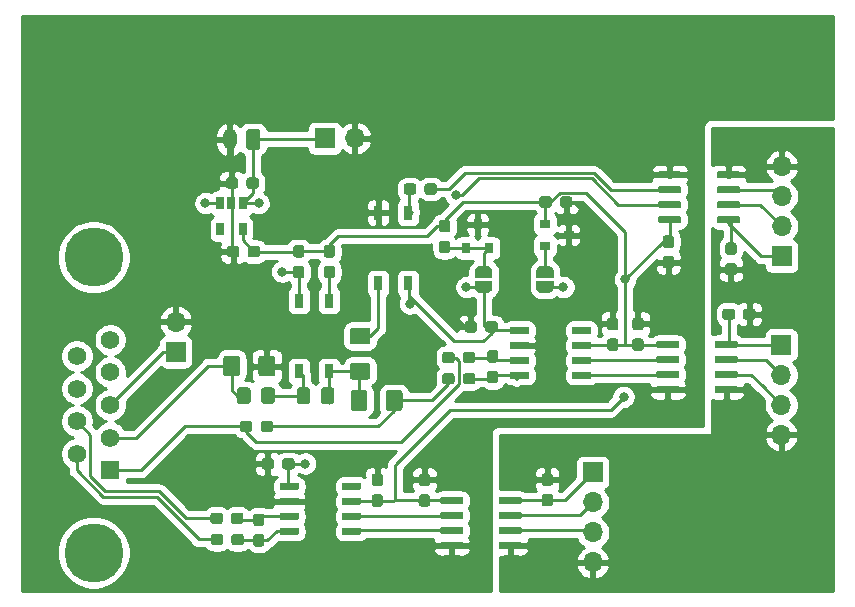
<source format=gtl>
G04 #@! TF.GenerationSoftware,KiCad,Pcbnew,(5.1.5-0)*
G04 #@! TF.CreationDate,2021-10-28T15:17:10-06:00*
G04 #@! TF.ProjectId,square_lockin,73717561-7265-45f6-9c6f-636b696e2e6b,rev?*
G04 #@! TF.SameCoordinates,Original*
G04 #@! TF.FileFunction,Copper,L1,Top*
G04 #@! TF.FilePolarity,Positive*
%FSLAX46Y46*%
G04 Gerber Fmt 4.6, Leading zero omitted, Abs format (unit mm)*
G04 Created by KiCad (PCBNEW (5.1.5-0)) date 2021-10-28 15:17:10*
%MOMM*%
%LPD*%
G04 APERTURE LIST*
%ADD10C,0.100000*%
%ADD11C,5.000000*%
%ADD12C,1.575000*%
%ADD13R,1.575000X1.575000*%
%ADD14R,0.800000X1.200000*%
%ADD15O,1.700000X1.700000*%
%ADD16R,1.700000X1.700000*%
%ADD17R,0.650000X1.060000*%
%ADD18O,1.200000X1.750000*%
%ADD19R,0.800000X0.900000*%
%ADD20R,0.900000X0.800000*%
%ADD21C,0.800000*%
%ADD22C,0.250000*%
%ADD23C,0.254000*%
G04 APERTURE END LIST*
G04 #@! TA.AperFunction,SMDPad,CuDef*
D10*
G36*
X134849505Y-82101204D02*
G01*
X134873773Y-82104804D01*
X134897572Y-82110765D01*
X134920671Y-82119030D01*
X134942850Y-82129520D01*
X134963893Y-82142132D01*
X134983599Y-82156747D01*
X135001777Y-82173223D01*
X135018253Y-82191401D01*
X135032868Y-82211107D01*
X135045480Y-82232150D01*
X135055970Y-82254329D01*
X135064235Y-82277428D01*
X135070196Y-82301227D01*
X135073796Y-82325495D01*
X135075000Y-82349999D01*
X135075000Y-83250001D01*
X135073796Y-83274505D01*
X135070196Y-83298773D01*
X135064235Y-83322572D01*
X135055970Y-83345671D01*
X135045480Y-83367850D01*
X135032868Y-83388893D01*
X135018253Y-83408599D01*
X135001777Y-83426777D01*
X134983599Y-83443253D01*
X134963893Y-83457868D01*
X134942850Y-83470480D01*
X134920671Y-83480970D01*
X134897572Y-83489235D01*
X134873773Y-83495196D01*
X134849505Y-83498796D01*
X134825001Y-83500000D01*
X134174999Y-83500000D01*
X134150495Y-83498796D01*
X134126227Y-83495196D01*
X134102428Y-83489235D01*
X134079329Y-83480970D01*
X134057150Y-83470480D01*
X134036107Y-83457868D01*
X134016401Y-83443253D01*
X133998223Y-83426777D01*
X133981747Y-83408599D01*
X133967132Y-83388893D01*
X133954520Y-83367850D01*
X133944030Y-83345671D01*
X133935765Y-83322572D01*
X133929804Y-83298773D01*
X133926204Y-83274505D01*
X133925000Y-83250001D01*
X133925000Y-82349999D01*
X133926204Y-82325495D01*
X133929804Y-82301227D01*
X133935765Y-82277428D01*
X133944030Y-82254329D01*
X133954520Y-82232150D01*
X133967132Y-82211107D01*
X133981747Y-82191401D01*
X133998223Y-82173223D01*
X134016401Y-82156747D01*
X134036107Y-82142132D01*
X134057150Y-82129520D01*
X134079329Y-82119030D01*
X134102428Y-82110765D01*
X134126227Y-82104804D01*
X134150495Y-82101204D01*
X134174999Y-82100000D01*
X134825001Y-82100000D01*
X134849505Y-82101204D01*
G37*
G04 #@! TD.AperFunction*
G04 #@! TA.AperFunction,SMDPad,CuDef*
G36*
X136899505Y-82101204D02*
G01*
X136923773Y-82104804D01*
X136947572Y-82110765D01*
X136970671Y-82119030D01*
X136992850Y-82129520D01*
X137013893Y-82142132D01*
X137033599Y-82156747D01*
X137051777Y-82173223D01*
X137068253Y-82191401D01*
X137082868Y-82211107D01*
X137095480Y-82232150D01*
X137105970Y-82254329D01*
X137114235Y-82277428D01*
X137120196Y-82301227D01*
X137123796Y-82325495D01*
X137125000Y-82349999D01*
X137125000Y-83250001D01*
X137123796Y-83274505D01*
X137120196Y-83298773D01*
X137114235Y-83322572D01*
X137105970Y-83345671D01*
X137095480Y-83367850D01*
X137082868Y-83388893D01*
X137068253Y-83408599D01*
X137051777Y-83426777D01*
X137033599Y-83443253D01*
X137013893Y-83457868D01*
X136992850Y-83470480D01*
X136970671Y-83480970D01*
X136947572Y-83489235D01*
X136923773Y-83495196D01*
X136899505Y-83498796D01*
X136875001Y-83500000D01*
X136224999Y-83500000D01*
X136200495Y-83498796D01*
X136176227Y-83495196D01*
X136152428Y-83489235D01*
X136129329Y-83480970D01*
X136107150Y-83470480D01*
X136086107Y-83457868D01*
X136066401Y-83443253D01*
X136048223Y-83426777D01*
X136031747Y-83408599D01*
X136017132Y-83388893D01*
X136004520Y-83367850D01*
X135994030Y-83345671D01*
X135985765Y-83322572D01*
X135979804Y-83298773D01*
X135976204Y-83274505D01*
X135975000Y-83250001D01*
X135975000Y-82349999D01*
X135976204Y-82325495D01*
X135979804Y-82301227D01*
X135985765Y-82277428D01*
X135994030Y-82254329D01*
X136004520Y-82232150D01*
X136017132Y-82211107D01*
X136031747Y-82191401D01*
X136048223Y-82173223D01*
X136066401Y-82156747D01*
X136086107Y-82142132D01*
X136107150Y-82129520D01*
X136129329Y-82119030D01*
X136152428Y-82110765D01*
X136176227Y-82104804D01*
X136200495Y-82101204D01*
X136224999Y-82100000D01*
X136875001Y-82100000D01*
X136899505Y-82101204D01*
G37*
G04 #@! TD.AperFunction*
G04 #@! TA.AperFunction,SMDPad,CuDef*
G36*
X129799505Y-82101204D02*
G01*
X129823773Y-82104804D01*
X129847572Y-82110765D01*
X129870671Y-82119030D01*
X129892850Y-82129520D01*
X129913893Y-82142132D01*
X129933599Y-82156747D01*
X129951777Y-82173223D01*
X129968253Y-82191401D01*
X129982868Y-82211107D01*
X129995480Y-82232150D01*
X130005970Y-82254329D01*
X130014235Y-82277428D01*
X130020196Y-82301227D01*
X130023796Y-82325495D01*
X130025000Y-82349999D01*
X130025000Y-83250001D01*
X130023796Y-83274505D01*
X130020196Y-83298773D01*
X130014235Y-83322572D01*
X130005970Y-83345671D01*
X129995480Y-83367850D01*
X129982868Y-83388893D01*
X129968253Y-83408599D01*
X129951777Y-83426777D01*
X129933599Y-83443253D01*
X129913893Y-83457868D01*
X129892850Y-83470480D01*
X129870671Y-83480970D01*
X129847572Y-83489235D01*
X129823773Y-83495196D01*
X129799505Y-83498796D01*
X129775001Y-83500000D01*
X129124999Y-83500000D01*
X129100495Y-83498796D01*
X129076227Y-83495196D01*
X129052428Y-83489235D01*
X129029329Y-83480970D01*
X129007150Y-83470480D01*
X128986107Y-83457868D01*
X128966401Y-83443253D01*
X128948223Y-83426777D01*
X128931747Y-83408599D01*
X128917132Y-83388893D01*
X128904520Y-83367850D01*
X128894030Y-83345671D01*
X128885765Y-83322572D01*
X128879804Y-83298773D01*
X128876204Y-83274505D01*
X128875000Y-83250001D01*
X128875000Y-82349999D01*
X128876204Y-82325495D01*
X128879804Y-82301227D01*
X128885765Y-82277428D01*
X128894030Y-82254329D01*
X128904520Y-82232150D01*
X128917132Y-82211107D01*
X128931747Y-82191401D01*
X128948223Y-82173223D01*
X128966401Y-82156747D01*
X128986107Y-82142132D01*
X129007150Y-82129520D01*
X129029329Y-82119030D01*
X129052428Y-82110765D01*
X129076227Y-82104804D01*
X129100495Y-82101204D01*
X129124999Y-82100000D01*
X129775001Y-82100000D01*
X129799505Y-82101204D01*
G37*
G04 #@! TD.AperFunction*
G04 #@! TA.AperFunction,SMDPad,CuDef*
G36*
X131849505Y-82101204D02*
G01*
X131873773Y-82104804D01*
X131897572Y-82110765D01*
X131920671Y-82119030D01*
X131942850Y-82129520D01*
X131963893Y-82142132D01*
X131983599Y-82156747D01*
X132001777Y-82173223D01*
X132018253Y-82191401D01*
X132032868Y-82211107D01*
X132045480Y-82232150D01*
X132055970Y-82254329D01*
X132064235Y-82277428D01*
X132070196Y-82301227D01*
X132073796Y-82325495D01*
X132075000Y-82349999D01*
X132075000Y-83250001D01*
X132073796Y-83274505D01*
X132070196Y-83298773D01*
X132064235Y-83322572D01*
X132055970Y-83345671D01*
X132045480Y-83367850D01*
X132032868Y-83388893D01*
X132018253Y-83408599D01*
X132001777Y-83426777D01*
X131983599Y-83443253D01*
X131963893Y-83457868D01*
X131942850Y-83470480D01*
X131920671Y-83480970D01*
X131897572Y-83489235D01*
X131873773Y-83495196D01*
X131849505Y-83498796D01*
X131825001Y-83500000D01*
X131174999Y-83500000D01*
X131150495Y-83498796D01*
X131126227Y-83495196D01*
X131102428Y-83489235D01*
X131079329Y-83480970D01*
X131057150Y-83470480D01*
X131036107Y-83457868D01*
X131016401Y-83443253D01*
X130998223Y-83426777D01*
X130981747Y-83408599D01*
X130967132Y-83388893D01*
X130954520Y-83367850D01*
X130944030Y-83345671D01*
X130935765Y-83322572D01*
X130929804Y-83298773D01*
X130926204Y-83274505D01*
X130925000Y-83250001D01*
X130925000Y-82349999D01*
X130926204Y-82325495D01*
X130929804Y-82301227D01*
X130935765Y-82277428D01*
X130944030Y-82254329D01*
X130954520Y-82232150D01*
X130967132Y-82211107D01*
X130981747Y-82191401D01*
X130998223Y-82173223D01*
X131016401Y-82156747D01*
X131036107Y-82142132D01*
X131057150Y-82129520D01*
X131079329Y-82119030D01*
X131102428Y-82110765D01*
X131126227Y-82104804D01*
X131150495Y-82101204D01*
X131174999Y-82100000D01*
X131825001Y-82100000D01*
X131849505Y-82101204D01*
G37*
G04 #@! TD.AperFunction*
G04 #@! TA.AperFunction,SMDPad,CuDef*
G36*
X131710779Y-84926144D02*
G01*
X131733834Y-84929563D01*
X131756443Y-84935227D01*
X131778387Y-84943079D01*
X131799457Y-84953044D01*
X131819448Y-84965026D01*
X131838168Y-84978910D01*
X131855438Y-84994562D01*
X131871090Y-85011832D01*
X131884974Y-85030552D01*
X131896956Y-85050543D01*
X131906921Y-85071613D01*
X131914773Y-85093557D01*
X131920437Y-85116166D01*
X131923856Y-85139221D01*
X131925000Y-85162500D01*
X131925000Y-85637500D01*
X131923856Y-85660779D01*
X131920437Y-85683834D01*
X131914773Y-85706443D01*
X131906921Y-85728387D01*
X131896956Y-85749457D01*
X131884974Y-85769448D01*
X131871090Y-85788168D01*
X131855438Y-85805438D01*
X131838168Y-85821090D01*
X131819448Y-85834974D01*
X131799457Y-85846956D01*
X131778387Y-85856921D01*
X131756443Y-85864773D01*
X131733834Y-85870437D01*
X131710779Y-85873856D01*
X131687500Y-85875000D01*
X131112500Y-85875000D01*
X131089221Y-85873856D01*
X131066166Y-85870437D01*
X131043557Y-85864773D01*
X131021613Y-85856921D01*
X131000543Y-85846956D01*
X130980552Y-85834974D01*
X130961832Y-85821090D01*
X130944562Y-85805438D01*
X130928910Y-85788168D01*
X130915026Y-85769448D01*
X130903044Y-85749457D01*
X130893079Y-85728387D01*
X130885227Y-85706443D01*
X130879563Y-85683834D01*
X130876144Y-85660779D01*
X130875000Y-85637500D01*
X130875000Y-85162500D01*
X130876144Y-85139221D01*
X130879563Y-85116166D01*
X130885227Y-85093557D01*
X130893079Y-85071613D01*
X130903044Y-85050543D01*
X130915026Y-85030552D01*
X130928910Y-85011832D01*
X130944562Y-84994562D01*
X130961832Y-84978910D01*
X130980552Y-84965026D01*
X131000543Y-84953044D01*
X131021613Y-84943079D01*
X131043557Y-84935227D01*
X131066166Y-84929563D01*
X131089221Y-84926144D01*
X131112500Y-84925000D01*
X131687500Y-84925000D01*
X131710779Y-84926144D01*
G37*
G04 #@! TD.AperFunction*
G04 #@! TA.AperFunction,SMDPad,CuDef*
G36*
X129960779Y-84926144D02*
G01*
X129983834Y-84929563D01*
X130006443Y-84935227D01*
X130028387Y-84943079D01*
X130049457Y-84953044D01*
X130069448Y-84965026D01*
X130088168Y-84978910D01*
X130105438Y-84994562D01*
X130121090Y-85011832D01*
X130134974Y-85030552D01*
X130146956Y-85050543D01*
X130156921Y-85071613D01*
X130164773Y-85093557D01*
X130170437Y-85116166D01*
X130173856Y-85139221D01*
X130175000Y-85162500D01*
X130175000Y-85637500D01*
X130173856Y-85660779D01*
X130170437Y-85683834D01*
X130164773Y-85706443D01*
X130156921Y-85728387D01*
X130146956Y-85749457D01*
X130134974Y-85769448D01*
X130121090Y-85788168D01*
X130105438Y-85805438D01*
X130088168Y-85821090D01*
X130069448Y-85834974D01*
X130049457Y-85846956D01*
X130028387Y-85856921D01*
X130006443Y-85864773D01*
X129983834Y-85870437D01*
X129960779Y-85873856D01*
X129937500Y-85875000D01*
X129362500Y-85875000D01*
X129339221Y-85873856D01*
X129316166Y-85870437D01*
X129293557Y-85864773D01*
X129271613Y-85856921D01*
X129250543Y-85846956D01*
X129230552Y-85834974D01*
X129211832Y-85821090D01*
X129194562Y-85805438D01*
X129178910Y-85788168D01*
X129165026Y-85769448D01*
X129153044Y-85749457D01*
X129143079Y-85728387D01*
X129135227Y-85706443D01*
X129129563Y-85683834D01*
X129126144Y-85660779D01*
X129125000Y-85637500D01*
X129125000Y-85162500D01*
X129126144Y-85139221D01*
X129129563Y-85116166D01*
X129135227Y-85093557D01*
X129143079Y-85071613D01*
X129153044Y-85050543D01*
X129165026Y-85030552D01*
X129178910Y-85011832D01*
X129194562Y-84994562D01*
X129211832Y-84978910D01*
X129230552Y-84965026D01*
X129250543Y-84953044D01*
X129271613Y-84943079D01*
X129293557Y-84935227D01*
X129316166Y-84929563D01*
X129339221Y-84926144D01*
X129362500Y-84925000D01*
X129937500Y-84925000D01*
X129960779Y-84926144D01*
G37*
G04 #@! TD.AperFunction*
D11*
X116730000Y-96080000D03*
D12*
X115310000Y-79440000D03*
X115310000Y-82200000D03*
X115310000Y-84960000D03*
X115310000Y-87720000D03*
X118150000Y-78060000D03*
X118150000Y-80820000D03*
X118150000Y-86340000D03*
D13*
X118150000Y-89100000D03*
D11*
X116730000Y-71080000D03*
D12*
X118150000Y-83580000D03*
D14*
X140830000Y-73300000D03*
X140830000Y-67300000D03*
X143370000Y-67300000D03*
X143370000Y-73300000D03*
D15*
X123700000Y-76560000D03*
D16*
X123700000Y-79100000D03*
D15*
X138840000Y-61000000D03*
D16*
X136300000Y-61000000D03*
G04 #@! TA.AperFunction,SMDPad,CuDef*
D10*
G36*
X145010779Y-91151144D02*
G01*
X145033834Y-91154563D01*
X145056443Y-91160227D01*
X145078387Y-91168079D01*
X145099457Y-91178044D01*
X145119448Y-91190026D01*
X145138168Y-91203910D01*
X145155438Y-91219562D01*
X145171090Y-91236832D01*
X145184974Y-91255552D01*
X145196956Y-91275543D01*
X145206921Y-91296613D01*
X145214773Y-91318557D01*
X145220437Y-91341166D01*
X145223856Y-91364221D01*
X145225000Y-91387500D01*
X145225000Y-91962500D01*
X145223856Y-91985779D01*
X145220437Y-92008834D01*
X145214773Y-92031443D01*
X145206921Y-92053387D01*
X145196956Y-92074457D01*
X145184974Y-92094448D01*
X145171090Y-92113168D01*
X145155438Y-92130438D01*
X145138168Y-92146090D01*
X145119448Y-92159974D01*
X145099457Y-92171956D01*
X145078387Y-92181921D01*
X145056443Y-92189773D01*
X145033834Y-92195437D01*
X145010779Y-92198856D01*
X144987500Y-92200000D01*
X144512500Y-92200000D01*
X144489221Y-92198856D01*
X144466166Y-92195437D01*
X144443557Y-92189773D01*
X144421613Y-92181921D01*
X144400543Y-92171956D01*
X144380552Y-92159974D01*
X144361832Y-92146090D01*
X144344562Y-92130438D01*
X144328910Y-92113168D01*
X144315026Y-92094448D01*
X144303044Y-92074457D01*
X144293079Y-92053387D01*
X144285227Y-92031443D01*
X144279563Y-92008834D01*
X144276144Y-91985779D01*
X144275000Y-91962500D01*
X144275000Y-91387500D01*
X144276144Y-91364221D01*
X144279563Y-91341166D01*
X144285227Y-91318557D01*
X144293079Y-91296613D01*
X144303044Y-91275543D01*
X144315026Y-91255552D01*
X144328910Y-91236832D01*
X144344562Y-91219562D01*
X144361832Y-91203910D01*
X144380552Y-91190026D01*
X144400543Y-91178044D01*
X144421613Y-91168079D01*
X144443557Y-91160227D01*
X144466166Y-91154563D01*
X144489221Y-91151144D01*
X144512500Y-91150000D01*
X144987500Y-91150000D01*
X145010779Y-91151144D01*
G37*
G04 #@! TD.AperFunction*
G04 #@! TA.AperFunction,SMDPad,CuDef*
G36*
X145010779Y-89401144D02*
G01*
X145033834Y-89404563D01*
X145056443Y-89410227D01*
X145078387Y-89418079D01*
X145099457Y-89428044D01*
X145119448Y-89440026D01*
X145138168Y-89453910D01*
X145155438Y-89469562D01*
X145171090Y-89486832D01*
X145184974Y-89505552D01*
X145196956Y-89525543D01*
X145206921Y-89546613D01*
X145214773Y-89568557D01*
X145220437Y-89591166D01*
X145223856Y-89614221D01*
X145225000Y-89637500D01*
X145225000Y-90212500D01*
X145223856Y-90235779D01*
X145220437Y-90258834D01*
X145214773Y-90281443D01*
X145206921Y-90303387D01*
X145196956Y-90324457D01*
X145184974Y-90344448D01*
X145171090Y-90363168D01*
X145155438Y-90380438D01*
X145138168Y-90396090D01*
X145119448Y-90409974D01*
X145099457Y-90421956D01*
X145078387Y-90431921D01*
X145056443Y-90439773D01*
X145033834Y-90445437D01*
X145010779Y-90448856D01*
X144987500Y-90450000D01*
X144512500Y-90450000D01*
X144489221Y-90448856D01*
X144466166Y-90445437D01*
X144443557Y-90439773D01*
X144421613Y-90431921D01*
X144400543Y-90421956D01*
X144380552Y-90409974D01*
X144361832Y-90396090D01*
X144344562Y-90380438D01*
X144328910Y-90363168D01*
X144315026Y-90344448D01*
X144303044Y-90324457D01*
X144293079Y-90303387D01*
X144285227Y-90281443D01*
X144279563Y-90258834D01*
X144276144Y-90235779D01*
X144275000Y-90212500D01*
X144275000Y-89637500D01*
X144276144Y-89614221D01*
X144279563Y-89591166D01*
X144285227Y-89568557D01*
X144293079Y-89546613D01*
X144303044Y-89525543D01*
X144315026Y-89505552D01*
X144328910Y-89486832D01*
X144344562Y-89469562D01*
X144361832Y-89453910D01*
X144380552Y-89440026D01*
X144400543Y-89428044D01*
X144421613Y-89418079D01*
X144443557Y-89410227D01*
X144466166Y-89404563D01*
X144489221Y-89401144D01*
X144512500Y-89400000D01*
X144987500Y-89400000D01*
X145010779Y-89401144D01*
G37*
G04 #@! TD.AperFunction*
G04 #@! TA.AperFunction,SMDPad,CuDef*
G36*
X139239703Y-90170722D02*
G01*
X139254264Y-90172882D01*
X139268543Y-90176459D01*
X139282403Y-90181418D01*
X139295710Y-90187712D01*
X139308336Y-90195280D01*
X139320159Y-90204048D01*
X139331066Y-90213934D01*
X139340952Y-90224841D01*
X139349720Y-90236664D01*
X139357288Y-90249290D01*
X139363582Y-90262597D01*
X139368541Y-90276457D01*
X139372118Y-90290736D01*
X139374278Y-90305297D01*
X139375000Y-90320000D01*
X139375000Y-90620000D01*
X139374278Y-90634703D01*
X139372118Y-90649264D01*
X139368541Y-90663543D01*
X139363582Y-90677403D01*
X139357288Y-90690710D01*
X139349720Y-90703336D01*
X139340952Y-90715159D01*
X139331066Y-90726066D01*
X139320159Y-90735952D01*
X139308336Y-90744720D01*
X139295710Y-90752288D01*
X139282403Y-90758582D01*
X139268543Y-90763541D01*
X139254264Y-90767118D01*
X139239703Y-90769278D01*
X139225000Y-90770000D01*
X137875000Y-90770000D01*
X137860297Y-90769278D01*
X137845736Y-90767118D01*
X137831457Y-90763541D01*
X137817597Y-90758582D01*
X137804290Y-90752288D01*
X137791664Y-90744720D01*
X137779841Y-90735952D01*
X137768934Y-90726066D01*
X137759048Y-90715159D01*
X137750280Y-90703336D01*
X137742712Y-90690710D01*
X137736418Y-90677403D01*
X137731459Y-90663543D01*
X137727882Y-90649264D01*
X137725722Y-90634703D01*
X137725000Y-90620000D01*
X137725000Y-90320000D01*
X137725722Y-90305297D01*
X137727882Y-90290736D01*
X137731459Y-90276457D01*
X137736418Y-90262597D01*
X137742712Y-90249290D01*
X137750280Y-90236664D01*
X137759048Y-90224841D01*
X137768934Y-90213934D01*
X137779841Y-90204048D01*
X137791664Y-90195280D01*
X137804290Y-90187712D01*
X137817597Y-90181418D01*
X137831457Y-90176459D01*
X137845736Y-90172882D01*
X137860297Y-90170722D01*
X137875000Y-90170000D01*
X139225000Y-90170000D01*
X139239703Y-90170722D01*
G37*
G04 #@! TD.AperFunction*
G04 #@! TA.AperFunction,SMDPad,CuDef*
G36*
X139239703Y-91440722D02*
G01*
X139254264Y-91442882D01*
X139268543Y-91446459D01*
X139282403Y-91451418D01*
X139295710Y-91457712D01*
X139308336Y-91465280D01*
X139320159Y-91474048D01*
X139331066Y-91483934D01*
X139340952Y-91494841D01*
X139349720Y-91506664D01*
X139357288Y-91519290D01*
X139363582Y-91532597D01*
X139368541Y-91546457D01*
X139372118Y-91560736D01*
X139374278Y-91575297D01*
X139375000Y-91590000D01*
X139375000Y-91890000D01*
X139374278Y-91904703D01*
X139372118Y-91919264D01*
X139368541Y-91933543D01*
X139363582Y-91947403D01*
X139357288Y-91960710D01*
X139349720Y-91973336D01*
X139340952Y-91985159D01*
X139331066Y-91996066D01*
X139320159Y-92005952D01*
X139308336Y-92014720D01*
X139295710Y-92022288D01*
X139282403Y-92028582D01*
X139268543Y-92033541D01*
X139254264Y-92037118D01*
X139239703Y-92039278D01*
X139225000Y-92040000D01*
X137875000Y-92040000D01*
X137860297Y-92039278D01*
X137845736Y-92037118D01*
X137831457Y-92033541D01*
X137817597Y-92028582D01*
X137804290Y-92022288D01*
X137791664Y-92014720D01*
X137779841Y-92005952D01*
X137768934Y-91996066D01*
X137759048Y-91985159D01*
X137750280Y-91973336D01*
X137742712Y-91960710D01*
X137736418Y-91947403D01*
X137731459Y-91933543D01*
X137727882Y-91919264D01*
X137725722Y-91904703D01*
X137725000Y-91890000D01*
X137725000Y-91590000D01*
X137725722Y-91575297D01*
X137727882Y-91560736D01*
X137731459Y-91546457D01*
X137736418Y-91532597D01*
X137742712Y-91519290D01*
X137750280Y-91506664D01*
X137759048Y-91494841D01*
X137768934Y-91483934D01*
X137779841Y-91474048D01*
X137791664Y-91465280D01*
X137804290Y-91457712D01*
X137817597Y-91451418D01*
X137831457Y-91446459D01*
X137845736Y-91442882D01*
X137860297Y-91440722D01*
X137875000Y-91440000D01*
X139225000Y-91440000D01*
X139239703Y-91440722D01*
G37*
G04 #@! TD.AperFunction*
G04 #@! TA.AperFunction,SMDPad,CuDef*
G36*
X139239703Y-92710722D02*
G01*
X139254264Y-92712882D01*
X139268543Y-92716459D01*
X139282403Y-92721418D01*
X139295710Y-92727712D01*
X139308336Y-92735280D01*
X139320159Y-92744048D01*
X139331066Y-92753934D01*
X139340952Y-92764841D01*
X139349720Y-92776664D01*
X139357288Y-92789290D01*
X139363582Y-92802597D01*
X139368541Y-92816457D01*
X139372118Y-92830736D01*
X139374278Y-92845297D01*
X139375000Y-92860000D01*
X139375000Y-93160000D01*
X139374278Y-93174703D01*
X139372118Y-93189264D01*
X139368541Y-93203543D01*
X139363582Y-93217403D01*
X139357288Y-93230710D01*
X139349720Y-93243336D01*
X139340952Y-93255159D01*
X139331066Y-93266066D01*
X139320159Y-93275952D01*
X139308336Y-93284720D01*
X139295710Y-93292288D01*
X139282403Y-93298582D01*
X139268543Y-93303541D01*
X139254264Y-93307118D01*
X139239703Y-93309278D01*
X139225000Y-93310000D01*
X137875000Y-93310000D01*
X137860297Y-93309278D01*
X137845736Y-93307118D01*
X137831457Y-93303541D01*
X137817597Y-93298582D01*
X137804290Y-93292288D01*
X137791664Y-93284720D01*
X137779841Y-93275952D01*
X137768934Y-93266066D01*
X137759048Y-93255159D01*
X137750280Y-93243336D01*
X137742712Y-93230710D01*
X137736418Y-93217403D01*
X137731459Y-93203543D01*
X137727882Y-93189264D01*
X137725722Y-93174703D01*
X137725000Y-93160000D01*
X137725000Y-92860000D01*
X137725722Y-92845297D01*
X137727882Y-92830736D01*
X137731459Y-92816457D01*
X137736418Y-92802597D01*
X137742712Y-92789290D01*
X137750280Y-92776664D01*
X137759048Y-92764841D01*
X137768934Y-92753934D01*
X137779841Y-92744048D01*
X137791664Y-92735280D01*
X137804290Y-92727712D01*
X137817597Y-92721418D01*
X137831457Y-92716459D01*
X137845736Y-92712882D01*
X137860297Y-92710722D01*
X137875000Y-92710000D01*
X139225000Y-92710000D01*
X139239703Y-92710722D01*
G37*
G04 #@! TD.AperFunction*
G04 #@! TA.AperFunction,SMDPad,CuDef*
G36*
X139239703Y-93980722D02*
G01*
X139254264Y-93982882D01*
X139268543Y-93986459D01*
X139282403Y-93991418D01*
X139295710Y-93997712D01*
X139308336Y-94005280D01*
X139320159Y-94014048D01*
X139331066Y-94023934D01*
X139340952Y-94034841D01*
X139349720Y-94046664D01*
X139357288Y-94059290D01*
X139363582Y-94072597D01*
X139368541Y-94086457D01*
X139372118Y-94100736D01*
X139374278Y-94115297D01*
X139375000Y-94130000D01*
X139375000Y-94430000D01*
X139374278Y-94444703D01*
X139372118Y-94459264D01*
X139368541Y-94473543D01*
X139363582Y-94487403D01*
X139357288Y-94500710D01*
X139349720Y-94513336D01*
X139340952Y-94525159D01*
X139331066Y-94536066D01*
X139320159Y-94545952D01*
X139308336Y-94554720D01*
X139295710Y-94562288D01*
X139282403Y-94568582D01*
X139268543Y-94573541D01*
X139254264Y-94577118D01*
X139239703Y-94579278D01*
X139225000Y-94580000D01*
X137875000Y-94580000D01*
X137860297Y-94579278D01*
X137845736Y-94577118D01*
X137831457Y-94573541D01*
X137817597Y-94568582D01*
X137804290Y-94562288D01*
X137791664Y-94554720D01*
X137779841Y-94545952D01*
X137768934Y-94536066D01*
X137759048Y-94525159D01*
X137750280Y-94513336D01*
X137742712Y-94500710D01*
X137736418Y-94487403D01*
X137731459Y-94473543D01*
X137727882Y-94459264D01*
X137725722Y-94444703D01*
X137725000Y-94430000D01*
X137725000Y-94130000D01*
X137725722Y-94115297D01*
X137727882Y-94100736D01*
X137731459Y-94086457D01*
X137736418Y-94072597D01*
X137742712Y-94059290D01*
X137750280Y-94046664D01*
X137759048Y-94034841D01*
X137768934Y-94023934D01*
X137779841Y-94014048D01*
X137791664Y-94005280D01*
X137804290Y-93997712D01*
X137817597Y-93991418D01*
X137831457Y-93986459D01*
X137845736Y-93982882D01*
X137860297Y-93980722D01*
X137875000Y-93980000D01*
X139225000Y-93980000D01*
X139239703Y-93980722D01*
G37*
G04 #@! TD.AperFunction*
G04 #@! TA.AperFunction,SMDPad,CuDef*
G36*
X133989703Y-93980722D02*
G01*
X134004264Y-93982882D01*
X134018543Y-93986459D01*
X134032403Y-93991418D01*
X134045710Y-93997712D01*
X134058336Y-94005280D01*
X134070159Y-94014048D01*
X134081066Y-94023934D01*
X134090952Y-94034841D01*
X134099720Y-94046664D01*
X134107288Y-94059290D01*
X134113582Y-94072597D01*
X134118541Y-94086457D01*
X134122118Y-94100736D01*
X134124278Y-94115297D01*
X134125000Y-94130000D01*
X134125000Y-94430000D01*
X134124278Y-94444703D01*
X134122118Y-94459264D01*
X134118541Y-94473543D01*
X134113582Y-94487403D01*
X134107288Y-94500710D01*
X134099720Y-94513336D01*
X134090952Y-94525159D01*
X134081066Y-94536066D01*
X134070159Y-94545952D01*
X134058336Y-94554720D01*
X134045710Y-94562288D01*
X134032403Y-94568582D01*
X134018543Y-94573541D01*
X134004264Y-94577118D01*
X133989703Y-94579278D01*
X133975000Y-94580000D01*
X132625000Y-94580000D01*
X132610297Y-94579278D01*
X132595736Y-94577118D01*
X132581457Y-94573541D01*
X132567597Y-94568582D01*
X132554290Y-94562288D01*
X132541664Y-94554720D01*
X132529841Y-94545952D01*
X132518934Y-94536066D01*
X132509048Y-94525159D01*
X132500280Y-94513336D01*
X132492712Y-94500710D01*
X132486418Y-94487403D01*
X132481459Y-94473543D01*
X132477882Y-94459264D01*
X132475722Y-94444703D01*
X132475000Y-94430000D01*
X132475000Y-94130000D01*
X132475722Y-94115297D01*
X132477882Y-94100736D01*
X132481459Y-94086457D01*
X132486418Y-94072597D01*
X132492712Y-94059290D01*
X132500280Y-94046664D01*
X132509048Y-94034841D01*
X132518934Y-94023934D01*
X132529841Y-94014048D01*
X132541664Y-94005280D01*
X132554290Y-93997712D01*
X132567597Y-93991418D01*
X132581457Y-93986459D01*
X132595736Y-93982882D01*
X132610297Y-93980722D01*
X132625000Y-93980000D01*
X133975000Y-93980000D01*
X133989703Y-93980722D01*
G37*
G04 #@! TD.AperFunction*
G04 #@! TA.AperFunction,SMDPad,CuDef*
G36*
X133989703Y-92710722D02*
G01*
X134004264Y-92712882D01*
X134018543Y-92716459D01*
X134032403Y-92721418D01*
X134045710Y-92727712D01*
X134058336Y-92735280D01*
X134070159Y-92744048D01*
X134081066Y-92753934D01*
X134090952Y-92764841D01*
X134099720Y-92776664D01*
X134107288Y-92789290D01*
X134113582Y-92802597D01*
X134118541Y-92816457D01*
X134122118Y-92830736D01*
X134124278Y-92845297D01*
X134125000Y-92860000D01*
X134125000Y-93160000D01*
X134124278Y-93174703D01*
X134122118Y-93189264D01*
X134118541Y-93203543D01*
X134113582Y-93217403D01*
X134107288Y-93230710D01*
X134099720Y-93243336D01*
X134090952Y-93255159D01*
X134081066Y-93266066D01*
X134070159Y-93275952D01*
X134058336Y-93284720D01*
X134045710Y-93292288D01*
X134032403Y-93298582D01*
X134018543Y-93303541D01*
X134004264Y-93307118D01*
X133989703Y-93309278D01*
X133975000Y-93310000D01*
X132625000Y-93310000D01*
X132610297Y-93309278D01*
X132595736Y-93307118D01*
X132581457Y-93303541D01*
X132567597Y-93298582D01*
X132554290Y-93292288D01*
X132541664Y-93284720D01*
X132529841Y-93275952D01*
X132518934Y-93266066D01*
X132509048Y-93255159D01*
X132500280Y-93243336D01*
X132492712Y-93230710D01*
X132486418Y-93217403D01*
X132481459Y-93203543D01*
X132477882Y-93189264D01*
X132475722Y-93174703D01*
X132475000Y-93160000D01*
X132475000Y-92860000D01*
X132475722Y-92845297D01*
X132477882Y-92830736D01*
X132481459Y-92816457D01*
X132486418Y-92802597D01*
X132492712Y-92789290D01*
X132500280Y-92776664D01*
X132509048Y-92764841D01*
X132518934Y-92753934D01*
X132529841Y-92744048D01*
X132541664Y-92735280D01*
X132554290Y-92727712D01*
X132567597Y-92721418D01*
X132581457Y-92716459D01*
X132595736Y-92712882D01*
X132610297Y-92710722D01*
X132625000Y-92710000D01*
X133975000Y-92710000D01*
X133989703Y-92710722D01*
G37*
G04 #@! TD.AperFunction*
G04 #@! TA.AperFunction,SMDPad,CuDef*
G36*
X133989703Y-91440722D02*
G01*
X134004264Y-91442882D01*
X134018543Y-91446459D01*
X134032403Y-91451418D01*
X134045710Y-91457712D01*
X134058336Y-91465280D01*
X134070159Y-91474048D01*
X134081066Y-91483934D01*
X134090952Y-91494841D01*
X134099720Y-91506664D01*
X134107288Y-91519290D01*
X134113582Y-91532597D01*
X134118541Y-91546457D01*
X134122118Y-91560736D01*
X134124278Y-91575297D01*
X134125000Y-91590000D01*
X134125000Y-91890000D01*
X134124278Y-91904703D01*
X134122118Y-91919264D01*
X134118541Y-91933543D01*
X134113582Y-91947403D01*
X134107288Y-91960710D01*
X134099720Y-91973336D01*
X134090952Y-91985159D01*
X134081066Y-91996066D01*
X134070159Y-92005952D01*
X134058336Y-92014720D01*
X134045710Y-92022288D01*
X134032403Y-92028582D01*
X134018543Y-92033541D01*
X134004264Y-92037118D01*
X133989703Y-92039278D01*
X133975000Y-92040000D01*
X132625000Y-92040000D01*
X132610297Y-92039278D01*
X132595736Y-92037118D01*
X132581457Y-92033541D01*
X132567597Y-92028582D01*
X132554290Y-92022288D01*
X132541664Y-92014720D01*
X132529841Y-92005952D01*
X132518934Y-91996066D01*
X132509048Y-91985159D01*
X132500280Y-91973336D01*
X132492712Y-91960710D01*
X132486418Y-91947403D01*
X132481459Y-91933543D01*
X132477882Y-91919264D01*
X132475722Y-91904703D01*
X132475000Y-91890000D01*
X132475000Y-91590000D01*
X132475722Y-91575297D01*
X132477882Y-91560736D01*
X132481459Y-91546457D01*
X132486418Y-91532597D01*
X132492712Y-91519290D01*
X132500280Y-91506664D01*
X132509048Y-91494841D01*
X132518934Y-91483934D01*
X132529841Y-91474048D01*
X132541664Y-91465280D01*
X132554290Y-91457712D01*
X132567597Y-91451418D01*
X132581457Y-91446459D01*
X132595736Y-91442882D01*
X132610297Y-91440722D01*
X132625000Y-91440000D01*
X133975000Y-91440000D01*
X133989703Y-91440722D01*
G37*
G04 #@! TD.AperFunction*
G04 #@! TA.AperFunction,SMDPad,CuDef*
G36*
X133989703Y-90170722D02*
G01*
X134004264Y-90172882D01*
X134018543Y-90176459D01*
X134032403Y-90181418D01*
X134045710Y-90187712D01*
X134058336Y-90195280D01*
X134070159Y-90204048D01*
X134081066Y-90213934D01*
X134090952Y-90224841D01*
X134099720Y-90236664D01*
X134107288Y-90249290D01*
X134113582Y-90262597D01*
X134118541Y-90276457D01*
X134122118Y-90290736D01*
X134124278Y-90305297D01*
X134125000Y-90320000D01*
X134125000Y-90620000D01*
X134124278Y-90634703D01*
X134122118Y-90649264D01*
X134118541Y-90663543D01*
X134113582Y-90677403D01*
X134107288Y-90690710D01*
X134099720Y-90703336D01*
X134090952Y-90715159D01*
X134081066Y-90726066D01*
X134070159Y-90735952D01*
X134058336Y-90744720D01*
X134045710Y-90752288D01*
X134032403Y-90758582D01*
X134018543Y-90763541D01*
X134004264Y-90767118D01*
X133989703Y-90769278D01*
X133975000Y-90770000D01*
X132625000Y-90770000D01*
X132610297Y-90769278D01*
X132595736Y-90767118D01*
X132581457Y-90763541D01*
X132567597Y-90758582D01*
X132554290Y-90752288D01*
X132541664Y-90744720D01*
X132529841Y-90735952D01*
X132518934Y-90726066D01*
X132509048Y-90715159D01*
X132500280Y-90703336D01*
X132492712Y-90690710D01*
X132486418Y-90677403D01*
X132481459Y-90663543D01*
X132477882Y-90649264D01*
X132475722Y-90634703D01*
X132475000Y-90620000D01*
X132475000Y-90320000D01*
X132475722Y-90305297D01*
X132477882Y-90290736D01*
X132481459Y-90276457D01*
X132486418Y-90262597D01*
X132492712Y-90249290D01*
X132500280Y-90236664D01*
X132509048Y-90224841D01*
X132518934Y-90213934D01*
X132529841Y-90204048D01*
X132541664Y-90195280D01*
X132554290Y-90187712D01*
X132567597Y-90181418D01*
X132581457Y-90176459D01*
X132595736Y-90172882D01*
X132610297Y-90170722D01*
X132625000Y-90170000D01*
X133975000Y-90170000D01*
X133989703Y-90170722D01*
G37*
G04 #@! TD.AperFunction*
G04 #@! TA.AperFunction,SMDPad,CuDef*
G36*
X160960779Y-77951144D02*
G01*
X160983834Y-77954563D01*
X161006443Y-77960227D01*
X161028387Y-77968079D01*
X161049457Y-77978044D01*
X161069448Y-77990026D01*
X161088168Y-78003910D01*
X161105438Y-78019562D01*
X161121090Y-78036832D01*
X161134974Y-78055552D01*
X161146956Y-78075543D01*
X161156921Y-78096613D01*
X161164773Y-78118557D01*
X161170437Y-78141166D01*
X161173856Y-78164221D01*
X161175000Y-78187500D01*
X161175000Y-78762500D01*
X161173856Y-78785779D01*
X161170437Y-78808834D01*
X161164773Y-78831443D01*
X161156921Y-78853387D01*
X161146956Y-78874457D01*
X161134974Y-78894448D01*
X161121090Y-78913168D01*
X161105438Y-78930438D01*
X161088168Y-78946090D01*
X161069448Y-78959974D01*
X161049457Y-78971956D01*
X161028387Y-78981921D01*
X161006443Y-78989773D01*
X160983834Y-78995437D01*
X160960779Y-78998856D01*
X160937500Y-79000000D01*
X160462500Y-79000000D01*
X160439221Y-78998856D01*
X160416166Y-78995437D01*
X160393557Y-78989773D01*
X160371613Y-78981921D01*
X160350543Y-78971956D01*
X160330552Y-78959974D01*
X160311832Y-78946090D01*
X160294562Y-78930438D01*
X160278910Y-78913168D01*
X160265026Y-78894448D01*
X160253044Y-78874457D01*
X160243079Y-78853387D01*
X160235227Y-78831443D01*
X160229563Y-78808834D01*
X160226144Y-78785779D01*
X160225000Y-78762500D01*
X160225000Y-78187500D01*
X160226144Y-78164221D01*
X160229563Y-78141166D01*
X160235227Y-78118557D01*
X160243079Y-78096613D01*
X160253044Y-78075543D01*
X160265026Y-78055552D01*
X160278910Y-78036832D01*
X160294562Y-78019562D01*
X160311832Y-78003910D01*
X160330552Y-77990026D01*
X160350543Y-77978044D01*
X160371613Y-77968079D01*
X160393557Y-77960227D01*
X160416166Y-77954563D01*
X160439221Y-77951144D01*
X160462500Y-77950000D01*
X160937500Y-77950000D01*
X160960779Y-77951144D01*
G37*
G04 #@! TD.AperFunction*
G04 #@! TA.AperFunction,SMDPad,CuDef*
G36*
X160960779Y-76201144D02*
G01*
X160983834Y-76204563D01*
X161006443Y-76210227D01*
X161028387Y-76218079D01*
X161049457Y-76228044D01*
X161069448Y-76240026D01*
X161088168Y-76253910D01*
X161105438Y-76269562D01*
X161121090Y-76286832D01*
X161134974Y-76305552D01*
X161146956Y-76325543D01*
X161156921Y-76346613D01*
X161164773Y-76368557D01*
X161170437Y-76391166D01*
X161173856Y-76414221D01*
X161175000Y-76437500D01*
X161175000Y-77012500D01*
X161173856Y-77035779D01*
X161170437Y-77058834D01*
X161164773Y-77081443D01*
X161156921Y-77103387D01*
X161146956Y-77124457D01*
X161134974Y-77144448D01*
X161121090Y-77163168D01*
X161105438Y-77180438D01*
X161088168Y-77196090D01*
X161069448Y-77209974D01*
X161049457Y-77221956D01*
X161028387Y-77231921D01*
X161006443Y-77239773D01*
X160983834Y-77245437D01*
X160960779Y-77248856D01*
X160937500Y-77250000D01*
X160462500Y-77250000D01*
X160439221Y-77248856D01*
X160416166Y-77245437D01*
X160393557Y-77239773D01*
X160371613Y-77231921D01*
X160350543Y-77221956D01*
X160330552Y-77209974D01*
X160311832Y-77196090D01*
X160294562Y-77180438D01*
X160278910Y-77163168D01*
X160265026Y-77144448D01*
X160253044Y-77124457D01*
X160243079Y-77103387D01*
X160235227Y-77081443D01*
X160229563Y-77058834D01*
X160226144Y-77035779D01*
X160225000Y-77012500D01*
X160225000Y-76437500D01*
X160226144Y-76414221D01*
X160229563Y-76391166D01*
X160235227Y-76368557D01*
X160243079Y-76346613D01*
X160253044Y-76325543D01*
X160265026Y-76305552D01*
X160278910Y-76286832D01*
X160294562Y-76269562D01*
X160311832Y-76253910D01*
X160330552Y-76240026D01*
X160350543Y-76228044D01*
X160371613Y-76218079D01*
X160393557Y-76210227D01*
X160416166Y-76204563D01*
X160439221Y-76201144D01*
X160462500Y-76200000D01*
X160937500Y-76200000D01*
X160960779Y-76201144D01*
G37*
G04 #@! TD.AperFunction*
D15*
X159000000Y-96920000D03*
X159000000Y-94380000D03*
X159000000Y-91840000D03*
D16*
X159000000Y-89300000D03*
D15*
X174950000Y-86120000D03*
X174950000Y-83580000D03*
X174950000Y-81040000D03*
D16*
X174950000Y-78500000D03*
D15*
X175000000Y-63380000D03*
X175000000Y-65920000D03*
X175000000Y-68460000D03*
D16*
X175000000Y-71000000D03*
G04 #@! TA.AperFunction,SMDPad,CuDef*
D10*
G36*
X152839703Y-91370722D02*
G01*
X152854264Y-91372882D01*
X152868543Y-91376459D01*
X152882403Y-91381418D01*
X152895710Y-91387712D01*
X152908336Y-91395280D01*
X152920159Y-91404048D01*
X152931066Y-91413934D01*
X152940952Y-91424841D01*
X152949720Y-91436664D01*
X152957288Y-91449290D01*
X152963582Y-91462597D01*
X152968541Y-91476457D01*
X152972118Y-91490736D01*
X152974278Y-91505297D01*
X152975000Y-91520000D01*
X152975000Y-91820000D01*
X152974278Y-91834703D01*
X152972118Y-91849264D01*
X152968541Y-91863543D01*
X152963582Y-91877403D01*
X152957288Y-91890710D01*
X152949720Y-91903336D01*
X152940952Y-91915159D01*
X152931066Y-91926066D01*
X152920159Y-91935952D01*
X152908336Y-91944720D01*
X152895710Y-91952288D01*
X152882403Y-91958582D01*
X152868543Y-91963541D01*
X152854264Y-91967118D01*
X152839703Y-91969278D01*
X152825000Y-91970000D01*
X151175000Y-91970000D01*
X151160297Y-91969278D01*
X151145736Y-91967118D01*
X151131457Y-91963541D01*
X151117597Y-91958582D01*
X151104290Y-91952288D01*
X151091664Y-91944720D01*
X151079841Y-91935952D01*
X151068934Y-91926066D01*
X151059048Y-91915159D01*
X151050280Y-91903336D01*
X151042712Y-91890710D01*
X151036418Y-91877403D01*
X151031459Y-91863543D01*
X151027882Y-91849264D01*
X151025722Y-91834703D01*
X151025000Y-91820000D01*
X151025000Y-91520000D01*
X151025722Y-91505297D01*
X151027882Y-91490736D01*
X151031459Y-91476457D01*
X151036418Y-91462597D01*
X151042712Y-91449290D01*
X151050280Y-91436664D01*
X151059048Y-91424841D01*
X151068934Y-91413934D01*
X151079841Y-91404048D01*
X151091664Y-91395280D01*
X151104290Y-91387712D01*
X151117597Y-91381418D01*
X151131457Y-91376459D01*
X151145736Y-91372882D01*
X151160297Y-91370722D01*
X151175000Y-91370000D01*
X152825000Y-91370000D01*
X152839703Y-91370722D01*
G37*
G04 #@! TD.AperFunction*
G04 #@! TA.AperFunction,SMDPad,CuDef*
G36*
X152839703Y-92640722D02*
G01*
X152854264Y-92642882D01*
X152868543Y-92646459D01*
X152882403Y-92651418D01*
X152895710Y-92657712D01*
X152908336Y-92665280D01*
X152920159Y-92674048D01*
X152931066Y-92683934D01*
X152940952Y-92694841D01*
X152949720Y-92706664D01*
X152957288Y-92719290D01*
X152963582Y-92732597D01*
X152968541Y-92746457D01*
X152972118Y-92760736D01*
X152974278Y-92775297D01*
X152975000Y-92790000D01*
X152975000Y-93090000D01*
X152974278Y-93104703D01*
X152972118Y-93119264D01*
X152968541Y-93133543D01*
X152963582Y-93147403D01*
X152957288Y-93160710D01*
X152949720Y-93173336D01*
X152940952Y-93185159D01*
X152931066Y-93196066D01*
X152920159Y-93205952D01*
X152908336Y-93214720D01*
X152895710Y-93222288D01*
X152882403Y-93228582D01*
X152868543Y-93233541D01*
X152854264Y-93237118D01*
X152839703Y-93239278D01*
X152825000Y-93240000D01*
X151175000Y-93240000D01*
X151160297Y-93239278D01*
X151145736Y-93237118D01*
X151131457Y-93233541D01*
X151117597Y-93228582D01*
X151104290Y-93222288D01*
X151091664Y-93214720D01*
X151079841Y-93205952D01*
X151068934Y-93196066D01*
X151059048Y-93185159D01*
X151050280Y-93173336D01*
X151042712Y-93160710D01*
X151036418Y-93147403D01*
X151031459Y-93133543D01*
X151027882Y-93119264D01*
X151025722Y-93104703D01*
X151025000Y-93090000D01*
X151025000Y-92790000D01*
X151025722Y-92775297D01*
X151027882Y-92760736D01*
X151031459Y-92746457D01*
X151036418Y-92732597D01*
X151042712Y-92719290D01*
X151050280Y-92706664D01*
X151059048Y-92694841D01*
X151068934Y-92683934D01*
X151079841Y-92674048D01*
X151091664Y-92665280D01*
X151104290Y-92657712D01*
X151117597Y-92651418D01*
X151131457Y-92646459D01*
X151145736Y-92642882D01*
X151160297Y-92640722D01*
X151175000Y-92640000D01*
X152825000Y-92640000D01*
X152839703Y-92640722D01*
G37*
G04 #@! TD.AperFunction*
G04 #@! TA.AperFunction,SMDPad,CuDef*
G36*
X152839703Y-93910722D02*
G01*
X152854264Y-93912882D01*
X152868543Y-93916459D01*
X152882403Y-93921418D01*
X152895710Y-93927712D01*
X152908336Y-93935280D01*
X152920159Y-93944048D01*
X152931066Y-93953934D01*
X152940952Y-93964841D01*
X152949720Y-93976664D01*
X152957288Y-93989290D01*
X152963582Y-94002597D01*
X152968541Y-94016457D01*
X152972118Y-94030736D01*
X152974278Y-94045297D01*
X152975000Y-94060000D01*
X152975000Y-94360000D01*
X152974278Y-94374703D01*
X152972118Y-94389264D01*
X152968541Y-94403543D01*
X152963582Y-94417403D01*
X152957288Y-94430710D01*
X152949720Y-94443336D01*
X152940952Y-94455159D01*
X152931066Y-94466066D01*
X152920159Y-94475952D01*
X152908336Y-94484720D01*
X152895710Y-94492288D01*
X152882403Y-94498582D01*
X152868543Y-94503541D01*
X152854264Y-94507118D01*
X152839703Y-94509278D01*
X152825000Y-94510000D01*
X151175000Y-94510000D01*
X151160297Y-94509278D01*
X151145736Y-94507118D01*
X151131457Y-94503541D01*
X151117597Y-94498582D01*
X151104290Y-94492288D01*
X151091664Y-94484720D01*
X151079841Y-94475952D01*
X151068934Y-94466066D01*
X151059048Y-94455159D01*
X151050280Y-94443336D01*
X151042712Y-94430710D01*
X151036418Y-94417403D01*
X151031459Y-94403543D01*
X151027882Y-94389264D01*
X151025722Y-94374703D01*
X151025000Y-94360000D01*
X151025000Y-94060000D01*
X151025722Y-94045297D01*
X151027882Y-94030736D01*
X151031459Y-94016457D01*
X151036418Y-94002597D01*
X151042712Y-93989290D01*
X151050280Y-93976664D01*
X151059048Y-93964841D01*
X151068934Y-93953934D01*
X151079841Y-93944048D01*
X151091664Y-93935280D01*
X151104290Y-93927712D01*
X151117597Y-93921418D01*
X151131457Y-93916459D01*
X151145736Y-93912882D01*
X151160297Y-93910722D01*
X151175000Y-93910000D01*
X152825000Y-93910000D01*
X152839703Y-93910722D01*
G37*
G04 #@! TD.AperFunction*
G04 #@! TA.AperFunction,SMDPad,CuDef*
G36*
X152839703Y-95180722D02*
G01*
X152854264Y-95182882D01*
X152868543Y-95186459D01*
X152882403Y-95191418D01*
X152895710Y-95197712D01*
X152908336Y-95205280D01*
X152920159Y-95214048D01*
X152931066Y-95223934D01*
X152940952Y-95234841D01*
X152949720Y-95246664D01*
X152957288Y-95259290D01*
X152963582Y-95272597D01*
X152968541Y-95286457D01*
X152972118Y-95300736D01*
X152974278Y-95315297D01*
X152975000Y-95330000D01*
X152975000Y-95630000D01*
X152974278Y-95644703D01*
X152972118Y-95659264D01*
X152968541Y-95673543D01*
X152963582Y-95687403D01*
X152957288Y-95700710D01*
X152949720Y-95713336D01*
X152940952Y-95725159D01*
X152931066Y-95736066D01*
X152920159Y-95745952D01*
X152908336Y-95754720D01*
X152895710Y-95762288D01*
X152882403Y-95768582D01*
X152868543Y-95773541D01*
X152854264Y-95777118D01*
X152839703Y-95779278D01*
X152825000Y-95780000D01*
X151175000Y-95780000D01*
X151160297Y-95779278D01*
X151145736Y-95777118D01*
X151131457Y-95773541D01*
X151117597Y-95768582D01*
X151104290Y-95762288D01*
X151091664Y-95754720D01*
X151079841Y-95745952D01*
X151068934Y-95736066D01*
X151059048Y-95725159D01*
X151050280Y-95713336D01*
X151042712Y-95700710D01*
X151036418Y-95687403D01*
X151031459Y-95673543D01*
X151027882Y-95659264D01*
X151025722Y-95644703D01*
X151025000Y-95630000D01*
X151025000Y-95330000D01*
X151025722Y-95315297D01*
X151027882Y-95300736D01*
X151031459Y-95286457D01*
X151036418Y-95272597D01*
X151042712Y-95259290D01*
X151050280Y-95246664D01*
X151059048Y-95234841D01*
X151068934Y-95223934D01*
X151079841Y-95214048D01*
X151091664Y-95205280D01*
X151104290Y-95197712D01*
X151117597Y-95191418D01*
X151131457Y-95186459D01*
X151145736Y-95182882D01*
X151160297Y-95180722D01*
X151175000Y-95180000D01*
X152825000Y-95180000D01*
X152839703Y-95180722D01*
G37*
G04 #@! TD.AperFunction*
G04 #@! TA.AperFunction,SMDPad,CuDef*
G36*
X147889703Y-95180722D02*
G01*
X147904264Y-95182882D01*
X147918543Y-95186459D01*
X147932403Y-95191418D01*
X147945710Y-95197712D01*
X147958336Y-95205280D01*
X147970159Y-95214048D01*
X147981066Y-95223934D01*
X147990952Y-95234841D01*
X147999720Y-95246664D01*
X148007288Y-95259290D01*
X148013582Y-95272597D01*
X148018541Y-95286457D01*
X148022118Y-95300736D01*
X148024278Y-95315297D01*
X148025000Y-95330000D01*
X148025000Y-95630000D01*
X148024278Y-95644703D01*
X148022118Y-95659264D01*
X148018541Y-95673543D01*
X148013582Y-95687403D01*
X148007288Y-95700710D01*
X147999720Y-95713336D01*
X147990952Y-95725159D01*
X147981066Y-95736066D01*
X147970159Y-95745952D01*
X147958336Y-95754720D01*
X147945710Y-95762288D01*
X147932403Y-95768582D01*
X147918543Y-95773541D01*
X147904264Y-95777118D01*
X147889703Y-95779278D01*
X147875000Y-95780000D01*
X146225000Y-95780000D01*
X146210297Y-95779278D01*
X146195736Y-95777118D01*
X146181457Y-95773541D01*
X146167597Y-95768582D01*
X146154290Y-95762288D01*
X146141664Y-95754720D01*
X146129841Y-95745952D01*
X146118934Y-95736066D01*
X146109048Y-95725159D01*
X146100280Y-95713336D01*
X146092712Y-95700710D01*
X146086418Y-95687403D01*
X146081459Y-95673543D01*
X146077882Y-95659264D01*
X146075722Y-95644703D01*
X146075000Y-95630000D01*
X146075000Y-95330000D01*
X146075722Y-95315297D01*
X146077882Y-95300736D01*
X146081459Y-95286457D01*
X146086418Y-95272597D01*
X146092712Y-95259290D01*
X146100280Y-95246664D01*
X146109048Y-95234841D01*
X146118934Y-95223934D01*
X146129841Y-95214048D01*
X146141664Y-95205280D01*
X146154290Y-95197712D01*
X146167597Y-95191418D01*
X146181457Y-95186459D01*
X146195736Y-95182882D01*
X146210297Y-95180722D01*
X146225000Y-95180000D01*
X147875000Y-95180000D01*
X147889703Y-95180722D01*
G37*
G04 #@! TD.AperFunction*
G04 #@! TA.AperFunction,SMDPad,CuDef*
G36*
X147889703Y-93910722D02*
G01*
X147904264Y-93912882D01*
X147918543Y-93916459D01*
X147932403Y-93921418D01*
X147945710Y-93927712D01*
X147958336Y-93935280D01*
X147970159Y-93944048D01*
X147981066Y-93953934D01*
X147990952Y-93964841D01*
X147999720Y-93976664D01*
X148007288Y-93989290D01*
X148013582Y-94002597D01*
X148018541Y-94016457D01*
X148022118Y-94030736D01*
X148024278Y-94045297D01*
X148025000Y-94060000D01*
X148025000Y-94360000D01*
X148024278Y-94374703D01*
X148022118Y-94389264D01*
X148018541Y-94403543D01*
X148013582Y-94417403D01*
X148007288Y-94430710D01*
X147999720Y-94443336D01*
X147990952Y-94455159D01*
X147981066Y-94466066D01*
X147970159Y-94475952D01*
X147958336Y-94484720D01*
X147945710Y-94492288D01*
X147932403Y-94498582D01*
X147918543Y-94503541D01*
X147904264Y-94507118D01*
X147889703Y-94509278D01*
X147875000Y-94510000D01*
X146225000Y-94510000D01*
X146210297Y-94509278D01*
X146195736Y-94507118D01*
X146181457Y-94503541D01*
X146167597Y-94498582D01*
X146154290Y-94492288D01*
X146141664Y-94484720D01*
X146129841Y-94475952D01*
X146118934Y-94466066D01*
X146109048Y-94455159D01*
X146100280Y-94443336D01*
X146092712Y-94430710D01*
X146086418Y-94417403D01*
X146081459Y-94403543D01*
X146077882Y-94389264D01*
X146075722Y-94374703D01*
X146075000Y-94360000D01*
X146075000Y-94060000D01*
X146075722Y-94045297D01*
X146077882Y-94030736D01*
X146081459Y-94016457D01*
X146086418Y-94002597D01*
X146092712Y-93989290D01*
X146100280Y-93976664D01*
X146109048Y-93964841D01*
X146118934Y-93953934D01*
X146129841Y-93944048D01*
X146141664Y-93935280D01*
X146154290Y-93927712D01*
X146167597Y-93921418D01*
X146181457Y-93916459D01*
X146195736Y-93912882D01*
X146210297Y-93910722D01*
X146225000Y-93910000D01*
X147875000Y-93910000D01*
X147889703Y-93910722D01*
G37*
G04 #@! TD.AperFunction*
G04 #@! TA.AperFunction,SMDPad,CuDef*
G36*
X147889703Y-92640722D02*
G01*
X147904264Y-92642882D01*
X147918543Y-92646459D01*
X147932403Y-92651418D01*
X147945710Y-92657712D01*
X147958336Y-92665280D01*
X147970159Y-92674048D01*
X147981066Y-92683934D01*
X147990952Y-92694841D01*
X147999720Y-92706664D01*
X148007288Y-92719290D01*
X148013582Y-92732597D01*
X148018541Y-92746457D01*
X148022118Y-92760736D01*
X148024278Y-92775297D01*
X148025000Y-92790000D01*
X148025000Y-93090000D01*
X148024278Y-93104703D01*
X148022118Y-93119264D01*
X148018541Y-93133543D01*
X148013582Y-93147403D01*
X148007288Y-93160710D01*
X147999720Y-93173336D01*
X147990952Y-93185159D01*
X147981066Y-93196066D01*
X147970159Y-93205952D01*
X147958336Y-93214720D01*
X147945710Y-93222288D01*
X147932403Y-93228582D01*
X147918543Y-93233541D01*
X147904264Y-93237118D01*
X147889703Y-93239278D01*
X147875000Y-93240000D01*
X146225000Y-93240000D01*
X146210297Y-93239278D01*
X146195736Y-93237118D01*
X146181457Y-93233541D01*
X146167597Y-93228582D01*
X146154290Y-93222288D01*
X146141664Y-93214720D01*
X146129841Y-93205952D01*
X146118934Y-93196066D01*
X146109048Y-93185159D01*
X146100280Y-93173336D01*
X146092712Y-93160710D01*
X146086418Y-93147403D01*
X146081459Y-93133543D01*
X146077882Y-93119264D01*
X146075722Y-93104703D01*
X146075000Y-93090000D01*
X146075000Y-92790000D01*
X146075722Y-92775297D01*
X146077882Y-92760736D01*
X146081459Y-92746457D01*
X146086418Y-92732597D01*
X146092712Y-92719290D01*
X146100280Y-92706664D01*
X146109048Y-92694841D01*
X146118934Y-92683934D01*
X146129841Y-92674048D01*
X146141664Y-92665280D01*
X146154290Y-92657712D01*
X146167597Y-92651418D01*
X146181457Y-92646459D01*
X146195736Y-92642882D01*
X146210297Y-92640722D01*
X146225000Y-92640000D01*
X147875000Y-92640000D01*
X147889703Y-92640722D01*
G37*
G04 #@! TD.AperFunction*
G04 #@! TA.AperFunction,SMDPad,CuDef*
G36*
X147889703Y-91370722D02*
G01*
X147904264Y-91372882D01*
X147918543Y-91376459D01*
X147932403Y-91381418D01*
X147945710Y-91387712D01*
X147958336Y-91395280D01*
X147970159Y-91404048D01*
X147981066Y-91413934D01*
X147990952Y-91424841D01*
X147999720Y-91436664D01*
X148007288Y-91449290D01*
X148013582Y-91462597D01*
X148018541Y-91476457D01*
X148022118Y-91490736D01*
X148024278Y-91505297D01*
X148025000Y-91520000D01*
X148025000Y-91820000D01*
X148024278Y-91834703D01*
X148022118Y-91849264D01*
X148018541Y-91863543D01*
X148013582Y-91877403D01*
X148007288Y-91890710D01*
X147999720Y-91903336D01*
X147990952Y-91915159D01*
X147981066Y-91926066D01*
X147970159Y-91935952D01*
X147958336Y-91944720D01*
X147945710Y-91952288D01*
X147932403Y-91958582D01*
X147918543Y-91963541D01*
X147904264Y-91967118D01*
X147889703Y-91969278D01*
X147875000Y-91970000D01*
X146225000Y-91970000D01*
X146210297Y-91969278D01*
X146195736Y-91967118D01*
X146181457Y-91963541D01*
X146167597Y-91958582D01*
X146154290Y-91952288D01*
X146141664Y-91944720D01*
X146129841Y-91935952D01*
X146118934Y-91926066D01*
X146109048Y-91915159D01*
X146100280Y-91903336D01*
X146092712Y-91890710D01*
X146086418Y-91877403D01*
X146081459Y-91863543D01*
X146077882Y-91849264D01*
X146075722Y-91834703D01*
X146075000Y-91820000D01*
X146075000Y-91520000D01*
X146075722Y-91505297D01*
X146077882Y-91490736D01*
X146081459Y-91476457D01*
X146086418Y-91462597D01*
X146092712Y-91449290D01*
X146100280Y-91436664D01*
X146109048Y-91424841D01*
X146118934Y-91413934D01*
X146129841Y-91404048D01*
X146141664Y-91395280D01*
X146154290Y-91387712D01*
X146167597Y-91381418D01*
X146181457Y-91376459D01*
X146195736Y-91372882D01*
X146210297Y-91370722D01*
X146225000Y-91370000D01*
X147875000Y-91370000D01*
X147889703Y-91370722D01*
G37*
G04 #@! TD.AperFunction*
G04 #@! TA.AperFunction,SMDPad,CuDef*
G36*
X171139703Y-78170722D02*
G01*
X171154264Y-78172882D01*
X171168543Y-78176459D01*
X171182403Y-78181418D01*
X171195710Y-78187712D01*
X171208336Y-78195280D01*
X171220159Y-78204048D01*
X171231066Y-78213934D01*
X171240952Y-78224841D01*
X171249720Y-78236664D01*
X171257288Y-78249290D01*
X171263582Y-78262597D01*
X171268541Y-78276457D01*
X171272118Y-78290736D01*
X171274278Y-78305297D01*
X171275000Y-78320000D01*
X171275000Y-78620000D01*
X171274278Y-78634703D01*
X171272118Y-78649264D01*
X171268541Y-78663543D01*
X171263582Y-78677403D01*
X171257288Y-78690710D01*
X171249720Y-78703336D01*
X171240952Y-78715159D01*
X171231066Y-78726066D01*
X171220159Y-78735952D01*
X171208336Y-78744720D01*
X171195710Y-78752288D01*
X171182403Y-78758582D01*
X171168543Y-78763541D01*
X171154264Y-78767118D01*
X171139703Y-78769278D01*
X171125000Y-78770000D01*
X169475000Y-78770000D01*
X169460297Y-78769278D01*
X169445736Y-78767118D01*
X169431457Y-78763541D01*
X169417597Y-78758582D01*
X169404290Y-78752288D01*
X169391664Y-78744720D01*
X169379841Y-78735952D01*
X169368934Y-78726066D01*
X169359048Y-78715159D01*
X169350280Y-78703336D01*
X169342712Y-78690710D01*
X169336418Y-78677403D01*
X169331459Y-78663543D01*
X169327882Y-78649264D01*
X169325722Y-78634703D01*
X169325000Y-78620000D01*
X169325000Y-78320000D01*
X169325722Y-78305297D01*
X169327882Y-78290736D01*
X169331459Y-78276457D01*
X169336418Y-78262597D01*
X169342712Y-78249290D01*
X169350280Y-78236664D01*
X169359048Y-78224841D01*
X169368934Y-78213934D01*
X169379841Y-78204048D01*
X169391664Y-78195280D01*
X169404290Y-78187712D01*
X169417597Y-78181418D01*
X169431457Y-78176459D01*
X169445736Y-78172882D01*
X169460297Y-78170722D01*
X169475000Y-78170000D01*
X171125000Y-78170000D01*
X171139703Y-78170722D01*
G37*
G04 #@! TD.AperFunction*
G04 #@! TA.AperFunction,SMDPad,CuDef*
G36*
X171139703Y-79440722D02*
G01*
X171154264Y-79442882D01*
X171168543Y-79446459D01*
X171182403Y-79451418D01*
X171195710Y-79457712D01*
X171208336Y-79465280D01*
X171220159Y-79474048D01*
X171231066Y-79483934D01*
X171240952Y-79494841D01*
X171249720Y-79506664D01*
X171257288Y-79519290D01*
X171263582Y-79532597D01*
X171268541Y-79546457D01*
X171272118Y-79560736D01*
X171274278Y-79575297D01*
X171275000Y-79590000D01*
X171275000Y-79890000D01*
X171274278Y-79904703D01*
X171272118Y-79919264D01*
X171268541Y-79933543D01*
X171263582Y-79947403D01*
X171257288Y-79960710D01*
X171249720Y-79973336D01*
X171240952Y-79985159D01*
X171231066Y-79996066D01*
X171220159Y-80005952D01*
X171208336Y-80014720D01*
X171195710Y-80022288D01*
X171182403Y-80028582D01*
X171168543Y-80033541D01*
X171154264Y-80037118D01*
X171139703Y-80039278D01*
X171125000Y-80040000D01*
X169475000Y-80040000D01*
X169460297Y-80039278D01*
X169445736Y-80037118D01*
X169431457Y-80033541D01*
X169417597Y-80028582D01*
X169404290Y-80022288D01*
X169391664Y-80014720D01*
X169379841Y-80005952D01*
X169368934Y-79996066D01*
X169359048Y-79985159D01*
X169350280Y-79973336D01*
X169342712Y-79960710D01*
X169336418Y-79947403D01*
X169331459Y-79933543D01*
X169327882Y-79919264D01*
X169325722Y-79904703D01*
X169325000Y-79890000D01*
X169325000Y-79590000D01*
X169325722Y-79575297D01*
X169327882Y-79560736D01*
X169331459Y-79546457D01*
X169336418Y-79532597D01*
X169342712Y-79519290D01*
X169350280Y-79506664D01*
X169359048Y-79494841D01*
X169368934Y-79483934D01*
X169379841Y-79474048D01*
X169391664Y-79465280D01*
X169404290Y-79457712D01*
X169417597Y-79451418D01*
X169431457Y-79446459D01*
X169445736Y-79442882D01*
X169460297Y-79440722D01*
X169475000Y-79440000D01*
X171125000Y-79440000D01*
X171139703Y-79440722D01*
G37*
G04 #@! TD.AperFunction*
G04 #@! TA.AperFunction,SMDPad,CuDef*
G36*
X171139703Y-80710722D02*
G01*
X171154264Y-80712882D01*
X171168543Y-80716459D01*
X171182403Y-80721418D01*
X171195710Y-80727712D01*
X171208336Y-80735280D01*
X171220159Y-80744048D01*
X171231066Y-80753934D01*
X171240952Y-80764841D01*
X171249720Y-80776664D01*
X171257288Y-80789290D01*
X171263582Y-80802597D01*
X171268541Y-80816457D01*
X171272118Y-80830736D01*
X171274278Y-80845297D01*
X171275000Y-80860000D01*
X171275000Y-81160000D01*
X171274278Y-81174703D01*
X171272118Y-81189264D01*
X171268541Y-81203543D01*
X171263582Y-81217403D01*
X171257288Y-81230710D01*
X171249720Y-81243336D01*
X171240952Y-81255159D01*
X171231066Y-81266066D01*
X171220159Y-81275952D01*
X171208336Y-81284720D01*
X171195710Y-81292288D01*
X171182403Y-81298582D01*
X171168543Y-81303541D01*
X171154264Y-81307118D01*
X171139703Y-81309278D01*
X171125000Y-81310000D01*
X169475000Y-81310000D01*
X169460297Y-81309278D01*
X169445736Y-81307118D01*
X169431457Y-81303541D01*
X169417597Y-81298582D01*
X169404290Y-81292288D01*
X169391664Y-81284720D01*
X169379841Y-81275952D01*
X169368934Y-81266066D01*
X169359048Y-81255159D01*
X169350280Y-81243336D01*
X169342712Y-81230710D01*
X169336418Y-81217403D01*
X169331459Y-81203543D01*
X169327882Y-81189264D01*
X169325722Y-81174703D01*
X169325000Y-81160000D01*
X169325000Y-80860000D01*
X169325722Y-80845297D01*
X169327882Y-80830736D01*
X169331459Y-80816457D01*
X169336418Y-80802597D01*
X169342712Y-80789290D01*
X169350280Y-80776664D01*
X169359048Y-80764841D01*
X169368934Y-80753934D01*
X169379841Y-80744048D01*
X169391664Y-80735280D01*
X169404290Y-80727712D01*
X169417597Y-80721418D01*
X169431457Y-80716459D01*
X169445736Y-80712882D01*
X169460297Y-80710722D01*
X169475000Y-80710000D01*
X171125000Y-80710000D01*
X171139703Y-80710722D01*
G37*
G04 #@! TD.AperFunction*
G04 #@! TA.AperFunction,SMDPad,CuDef*
G36*
X171139703Y-81980722D02*
G01*
X171154264Y-81982882D01*
X171168543Y-81986459D01*
X171182403Y-81991418D01*
X171195710Y-81997712D01*
X171208336Y-82005280D01*
X171220159Y-82014048D01*
X171231066Y-82023934D01*
X171240952Y-82034841D01*
X171249720Y-82046664D01*
X171257288Y-82059290D01*
X171263582Y-82072597D01*
X171268541Y-82086457D01*
X171272118Y-82100736D01*
X171274278Y-82115297D01*
X171275000Y-82130000D01*
X171275000Y-82430000D01*
X171274278Y-82444703D01*
X171272118Y-82459264D01*
X171268541Y-82473543D01*
X171263582Y-82487403D01*
X171257288Y-82500710D01*
X171249720Y-82513336D01*
X171240952Y-82525159D01*
X171231066Y-82536066D01*
X171220159Y-82545952D01*
X171208336Y-82554720D01*
X171195710Y-82562288D01*
X171182403Y-82568582D01*
X171168543Y-82573541D01*
X171154264Y-82577118D01*
X171139703Y-82579278D01*
X171125000Y-82580000D01*
X169475000Y-82580000D01*
X169460297Y-82579278D01*
X169445736Y-82577118D01*
X169431457Y-82573541D01*
X169417597Y-82568582D01*
X169404290Y-82562288D01*
X169391664Y-82554720D01*
X169379841Y-82545952D01*
X169368934Y-82536066D01*
X169359048Y-82525159D01*
X169350280Y-82513336D01*
X169342712Y-82500710D01*
X169336418Y-82487403D01*
X169331459Y-82473543D01*
X169327882Y-82459264D01*
X169325722Y-82444703D01*
X169325000Y-82430000D01*
X169325000Y-82130000D01*
X169325722Y-82115297D01*
X169327882Y-82100736D01*
X169331459Y-82086457D01*
X169336418Y-82072597D01*
X169342712Y-82059290D01*
X169350280Y-82046664D01*
X169359048Y-82034841D01*
X169368934Y-82023934D01*
X169379841Y-82014048D01*
X169391664Y-82005280D01*
X169404290Y-81997712D01*
X169417597Y-81991418D01*
X169431457Y-81986459D01*
X169445736Y-81982882D01*
X169460297Y-81980722D01*
X169475000Y-81980000D01*
X171125000Y-81980000D01*
X171139703Y-81980722D01*
G37*
G04 #@! TD.AperFunction*
G04 #@! TA.AperFunction,SMDPad,CuDef*
G36*
X166189703Y-81980722D02*
G01*
X166204264Y-81982882D01*
X166218543Y-81986459D01*
X166232403Y-81991418D01*
X166245710Y-81997712D01*
X166258336Y-82005280D01*
X166270159Y-82014048D01*
X166281066Y-82023934D01*
X166290952Y-82034841D01*
X166299720Y-82046664D01*
X166307288Y-82059290D01*
X166313582Y-82072597D01*
X166318541Y-82086457D01*
X166322118Y-82100736D01*
X166324278Y-82115297D01*
X166325000Y-82130000D01*
X166325000Y-82430000D01*
X166324278Y-82444703D01*
X166322118Y-82459264D01*
X166318541Y-82473543D01*
X166313582Y-82487403D01*
X166307288Y-82500710D01*
X166299720Y-82513336D01*
X166290952Y-82525159D01*
X166281066Y-82536066D01*
X166270159Y-82545952D01*
X166258336Y-82554720D01*
X166245710Y-82562288D01*
X166232403Y-82568582D01*
X166218543Y-82573541D01*
X166204264Y-82577118D01*
X166189703Y-82579278D01*
X166175000Y-82580000D01*
X164525000Y-82580000D01*
X164510297Y-82579278D01*
X164495736Y-82577118D01*
X164481457Y-82573541D01*
X164467597Y-82568582D01*
X164454290Y-82562288D01*
X164441664Y-82554720D01*
X164429841Y-82545952D01*
X164418934Y-82536066D01*
X164409048Y-82525159D01*
X164400280Y-82513336D01*
X164392712Y-82500710D01*
X164386418Y-82487403D01*
X164381459Y-82473543D01*
X164377882Y-82459264D01*
X164375722Y-82444703D01*
X164375000Y-82430000D01*
X164375000Y-82130000D01*
X164375722Y-82115297D01*
X164377882Y-82100736D01*
X164381459Y-82086457D01*
X164386418Y-82072597D01*
X164392712Y-82059290D01*
X164400280Y-82046664D01*
X164409048Y-82034841D01*
X164418934Y-82023934D01*
X164429841Y-82014048D01*
X164441664Y-82005280D01*
X164454290Y-81997712D01*
X164467597Y-81991418D01*
X164481457Y-81986459D01*
X164495736Y-81982882D01*
X164510297Y-81980722D01*
X164525000Y-81980000D01*
X166175000Y-81980000D01*
X166189703Y-81980722D01*
G37*
G04 #@! TD.AperFunction*
G04 #@! TA.AperFunction,SMDPad,CuDef*
G36*
X166189703Y-80710722D02*
G01*
X166204264Y-80712882D01*
X166218543Y-80716459D01*
X166232403Y-80721418D01*
X166245710Y-80727712D01*
X166258336Y-80735280D01*
X166270159Y-80744048D01*
X166281066Y-80753934D01*
X166290952Y-80764841D01*
X166299720Y-80776664D01*
X166307288Y-80789290D01*
X166313582Y-80802597D01*
X166318541Y-80816457D01*
X166322118Y-80830736D01*
X166324278Y-80845297D01*
X166325000Y-80860000D01*
X166325000Y-81160000D01*
X166324278Y-81174703D01*
X166322118Y-81189264D01*
X166318541Y-81203543D01*
X166313582Y-81217403D01*
X166307288Y-81230710D01*
X166299720Y-81243336D01*
X166290952Y-81255159D01*
X166281066Y-81266066D01*
X166270159Y-81275952D01*
X166258336Y-81284720D01*
X166245710Y-81292288D01*
X166232403Y-81298582D01*
X166218543Y-81303541D01*
X166204264Y-81307118D01*
X166189703Y-81309278D01*
X166175000Y-81310000D01*
X164525000Y-81310000D01*
X164510297Y-81309278D01*
X164495736Y-81307118D01*
X164481457Y-81303541D01*
X164467597Y-81298582D01*
X164454290Y-81292288D01*
X164441664Y-81284720D01*
X164429841Y-81275952D01*
X164418934Y-81266066D01*
X164409048Y-81255159D01*
X164400280Y-81243336D01*
X164392712Y-81230710D01*
X164386418Y-81217403D01*
X164381459Y-81203543D01*
X164377882Y-81189264D01*
X164375722Y-81174703D01*
X164375000Y-81160000D01*
X164375000Y-80860000D01*
X164375722Y-80845297D01*
X164377882Y-80830736D01*
X164381459Y-80816457D01*
X164386418Y-80802597D01*
X164392712Y-80789290D01*
X164400280Y-80776664D01*
X164409048Y-80764841D01*
X164418934Y-80753934D01*
X164429841Y-80744048D01*
X164441664Y-80735280D01*
X164454290Y-80727712D01*
X164467597Y-80721418D01*
X164481457Y-80716459D01*
X164495736Y-80712882D01*
X164510297Y-80710722D01*
X164525000Y-80710000D01*
X166175000Y-80710000D01*
X166189703Y-80710722D01*
G37*
G04 #@! TD.AperFunction*
G04 #@! TA.AperFunction,SMDPad,CuDef*
G36*
X166189703Y-79440722D02*
G01*
X166204264Y-79442882D01*
X166218543Y-79446459D01*
X166232403Y-79451418D01*
X166245710Y-79457712D01*
X166258336Y-79465280D01*
X166270159Y-79474048D01*
X166281066Y-79483934D01*
X166290952Y-79494841D01*
X166299720Y-79506664D01*
X166307288Y-79519290D01*
X166313582Y-79532597D01*
X166318541Y-79546457D01*
X166322118Y-79560736D01*
X166324278Y-79575297D01*
X166325000Y-79590000D01*
X166325000Y-79890000D01*
X166324278Y-79904703D01*
X166322118Y-79919264D01*
X166318541Y-79933543D01*
X166313582Y-79947403D01*
X166307288Y-79960710D01*
X166299720Y-79973336D01*
X166290952Y-79985159D01*
X166281066Y-79996066D01*
X166270159Y-80005952D01*
X166258336Y-80014720D01*
X166245710Y-80022288D01*
X166232403Y-80028582D01*
X166218543Y-80033541D01*
X166204264Y-80037118D01*
X166189703Y-80039278D01*
X166175000Y-80040000D01*
X164525000Y-80040000D01*
X164510297Y-80039278D01*
X164495736Y-80037118D01*
X164481457Y-80033541D01*
X164467597Y-80028582D01*
X164454290Y-80022288D01*
X164441664Y-80014720D01*
X164429841Y-80005952D01*
X164418934Y-79996066D01*
X164409048Y-79985159D01*
X164400280Y-79973336D01*
X164392712Y-79960710D01*
X164386418Y-79947403D01*
X164381459Y-79933543D01*
X164377882Y-79919264D01*
X164375722Y-79904703D01*
X164375000Y-79890000D01*
X164375000Y-79590000D01*
X164375722Y-79575297D01*
X164377882Y-79560736D01*
X164381459Y-79546457D01*
X164386418Y-79532597D01*
X164392712Y-79519290D01*
X164400280Y-79506664D01*
X164409048Y-79494841D01*
X164418934Y-79483934D01*
X164429841Y-79474048D01*
X164441664Y-79465280D01*
X164454290Y-79457712D01*
X164467597Y-79451418D01*
X164481457Y-79446459D01*
X164495736Y-79442882D01*
X164510297Y-79440722D01*
X164525000Y-79440000D01*
X166175000Y-79440000D01*
X166189703Y-79440722D01*
G37*
G04 #@! TD.AperFunction*
G04 #@! TA.AperFunction,SMDPad,CuDef*
G36*
X166189703Y-78170722D02*
G01*
X166204264Y-78172882D01*
X166218543Y-78176459D01*
X166232403Y-78181418D01*
X166245710Y-78187712D01*
X166258336Y-78195280D01*
X166270159Y-78204048D01*
X166281066Y-78213934D01*
X166290952Y-78224841D01*
X166299720Y-78236664D01*
X166307288Y-78249290D01*
X166313582Y-78262597D01*
X166318541Y-78276457D01*
X166322118Y-78290736D01*
X166324278Y-78305297D01*
X166325000Y-78320000D01*
X166325000Y-78620000D01*
X166324278Y-78634703D01*
X166322118Y-78649264D01*
X166318541Y-78663543D01*
X166313582Y-78677403D01*
X166307288Y-78690710D01*
X166299720Y-78703336D01*
X166290952Y-78715159D01*
X166281066Y-78726066D01*
X166270159Y-78735952D01*
X166258336Y-78744720D01*
X166245710Y-78752288D01*
X166232403Y-78758582D01*
X166218543Y-78763541D01*
X166204264Y-78767118D01*
X166189703Y-78769278D01*
X166175000Y-78770000D01*
X164525000Y-78770000D01*
X164510297Y-78769278D01*
X164495736Y-78767118D01*
X164481457Y-78763541D01*
X164467597Y-78758582D01*
X164454290Y-78752288D01*
X164441664Y-78744720D01*
X164429841Y-78735952D01*
X164418934Y-78726066D01*
X164409048Y-78715159D01*
X164400280Y-78703336D01*
X164392712Y-78690710D01*
X164386418Y-78677403D01*
X164381459Y-78663543D01*
X164377882Y-78649264D01*
X164375722Y-78634703D01*
X164375000Y-78620000D01*
X164375000Y-78320000D01*
X164375722Y-78305297D01*
X164377882Y-78290736D01*
X164381459Y-78276457D01*
X164386418Y-78262597D01*
X164392712Y-78249290D01*
X164400280Y-78236664D01*
X164409048Y-78224841D01*
X164418934Y-78213934D01*
X164429841Y-78204048D01*
X164441664Y-78195280D01*
X164454290Y-78187712D01*
X164467597Y-78181418D01*
X164481457Y-78176459D01*
X164495736Y-78172882D01*
X164510297Y-78170722D01*
X164525000Y-78170000D01*
X166175000Y-78170000D01*
X166189703Y-78170722D01*
G37*
G04 #@! TD.AperFunction*
G04 #@! TA.AperFunction,SMDPad,CuDef*
G36*
X166364703Y-67605722D02*
G01*
X166379264Y-67607882D01*
X166393543Y-67611459D01*
X166407403Y-67616418D01*
X166420710Y-67622712D01*
X166433336Y-67630280D01*
X166445159Y-67639048D01*
X166456066Y-67648934D01*
X166465952Y-67659841D01*
X166474720Y-67671664D01*
X166482288Y-67684290D01*
X166488582Y-67697597D01*
X166493541Y-67711457D01*
X166497118Y-67725736D01*
X166499278Y-67740297D01*
X166500000Y-67755000D01*
X166500000Y-68055000D01*
X166499278Y-68069703D01*
X166497118Y-68084264D01*
X166493541Y-68098543D01*
X166488582Y-68112403D01*
X166482288Y-68125710D01*
X166474720Y-68138336D01*
X166465952Y-68150159D01*
X166456066Y-68161066D01*
X166445159Y-68170952D01*
X166433336Y-68179720D01*
X166420710Y-68187288D01*
X166407403Y-68193582D01*
X166393543Y-68198541D01*
X166379264Y-68202118D01*
X166364703Y-68204278D01*
X166350000Y-68205000D01*
X164700000Y-68205000D01*
X164685297Y-68204278D01*
X164670736Y-68202118D01*
X164656457Y-68198541D01*
X164642597Y-68193582D01*
X164629290Y-68187288D01*
X164616664Y-68179720D01*
X164604841Y-68170952D01*
X164593934Y-68161066D01*
X164584048Y-68150159D01*
X164575280Y-68138336D01*
X164567712Y-68125710D01*
X164561418Y-68112403D01*
X164556459Y-68098543D01*
X164552882Y-68084264D01*
X164550722Y-68069703D01*
X164550000Y-68055000D01*
X164550000Y-67755000D01*
X164550722Y-67740297D01*
X164552882Y-67725736D01*
X164556459Y-67711457D01*
X164561418Y-67697597D01*
X164567712Y-67684290D01*
X164575280Y-67671664D01*
X164584048Y-67659841D01*
X164593934Y-67648934D01*
X164604841Y-67639048D01*
X164616664Y-67630280D01*
X164629290Y-67622712D01*
X164642597Y-67616418D01*
X164656457Y-67611459D01*
X164670736Y-67607882D01*
X164685297Y-67605722D01*
X164700000Y-67605000D01*
X166350000Y-67605000D01*
X166364703Y-67605722D01*
G37*
G04 #@! TD.AperFunction*
G04 #@! TA.AperFunction,SMDPad,CuDef*
G36*
X166364703Y-66335722D02*
G01*
X166379264Y-66337882D01*
X166393543Y-66341459D01*
X166407403Y-66346418D01*
X166420710Y-66352712D01*
X166433336Y-66360280D01*
X166445159Y-66369048D01*
X166456066Y-66378934D01*
X166465952Y-66389841D01*
X166474720Y-66401664D01*
X166482288Y-66414290D01*
X166488582Y-66427597D01*
X166493541Y-66441457D01*
X166497118Y-66455736D01*
X166499278Y-66470297D01*
X166500000Y-66485000D01*
X166500000Y-66785000D01*
X166499278Y-66799703D01*
X166497118Y-66814264D01*
X166493541Y-66828543D01*
X166488582Y-66842403D01*
X166482288Y-66855710D01*
X166474720Y-66868336D01*
X166465952Y-66880159D01*
X166456066Y-66891066D01*
X166445159Y-66900952D01*
X166433336Y-66909720D01*
X166420710Y-66917288D01*
X166407403Y-66923582D01*
X166393543Y-66928541D01*
X166379264Y-66932118D01*
X166364703Y-66934278D01*
X166350000Y-66935000D01*
X164700000Y-66935000D01*
X164685297Y-66934278D01*
X164670736Y-66932118D01*
X164656457Y-66928541D01*
X164642597Y-66923582D01*
X164629290Y-66917288D01*
X164616664Y-66909720D01*
X164604841Y-66900952D01*
X164593934Y-66891066D01*
X164584048Y-66880159D01*
X164575280Y-66868336D01*
X164567712Y-66855710D01*
X164561418Y-66842403D01*
X164556459Y-66828543D01*
X164552882Y-66814264D01*
X164550722Y-66799703D01*
X164550000Y-66785000D01*
X164550000Y-66485000D01*
X164550722Y-66470297D01*
X164552882Y-66455736D01*
X164556459Y-66441457D01*
X164561418Y-66427597D01*
X164567712Y-66414290D01*
X164575280Y-66401664D01*
X164584048Y-66389841D01*
X164593934Y-66378934D01*
X164604841Y-66369048D01*
X164616664Y-66360280D01*
X164629290Y-66352712D01*
X164642597Y-66346418D01*
X164656457Y-66341459D01*
X164670736Y-66337882D01*
X164685297Y-66335722D01*
X164700000Y-66335000D01*
X166350000Y-66335000D01*
X166364703Y-66335722D01*
G37*
G04 #@! TD.AperFunction*
G04 #@! TA.AperFunction,SMDPad,CuDef*
G36*
X166364703Y-65065722D02*
G01*
X166379264Y-65067882D01*
X166393543Y-65071459D01*
X166407403Y-65076418D01*
X166420710Y-65082712D01*
X166433336Y-65090280D01*
X166445159Y-65099048D01*
X166456066Y-65108934D01*
X166465952Y-65119841D01*
X166474720Y-65131664D01*
X166482288Y-65144290D01*
X166488582Y-65157597D01*
X166493541Y-65171457D01*
X166497118Y-65185736D01*
X166499278Y-65200297D01*
X166500000Y-65215000D01*
X166500000Y-65515000D01*
X166499278Y-65529703D01*
X166497118Y-65544264D01*
X166493541Y-65558543D01*
X166488582Y-65572403D01*
X166482288Y-65585710D01*
X166474720Y-65598336D01*
X166465952Y-65610159D01*
X166456066Y-65621066D01*
X166445159Y-65630952D01*
X166433336Y-65639720D01*
X166420710Y-65647288D01*
X166407403Y-65653582D01*
X166393543Y-65658541D01*
X166379264Y-65662118D01*
X166364703Y-65664278D01*
X166350000Y-65665000D01*
X164700000Y-65665000D01*
X164685297Y-65664278D01*
X164670736Y-65662118D01*
X164656457Y-65658541D01*
X164642597Y-65653582D01*
X164629290Y-65647288D01*
X164616664Y-65639720D01*
X164604841Y-65630952D01*
X164593934Y-65621066D01*
X164584048Y-65610159D01*
X164575280Y-65598336D01*
X164567712Y-65585710D01*
X164561418Y-65572403D01*
X164556459Y-65558543D01*
X164552882Y-65544264D01*
X164550722Y-65529703D01*
X164550000Y-65515000D01*
X164550000Y-65215000D01*
X164550722Y-65200297D01*
X164552882Y-65185736D01*
X164556459Y-65171457D01*
X164561418Y-65157597D01*
X164567712Y-65144290D01*
X164575280Y-65131664D01*
X164584048Y-65119841D01*
X164593934Y-65108934D01*
X164604841Y-65099048D01*
X164616664Y-65090280D01*
X164629290Y-65082712D01*
X164642597Y-65076418D01*
X164656457Y-65071459D01*
X164670736Y-65067882D01*
X164685297Y-65065722D01*
X164700000Y-65065000D01*
X166350000Y-65065000D01*
X166364703Y-65065722D01*
G37*
G04 #@! TD.AperFunction*
G04 #@! TA.AperFunction,SMDPad,CuDef*
G36*
X166364703Y-63795722D02*
G01*
X166379264Y-63797882D01*
X166393543Y-63801459D01*
X166407403Y-63806418D01*
X166420710Y-63812712D01*
X166433336Y-63820280D01*
X166445159Y-63829048D01*
X166456066Y-63838934D01*
X166465952Y-63849841D01*
X166474720Y-63861664D01*
X166482288Y-63874290D01*
X166488582Y-63887597D01*
X166493541Y-63901457D01*
X166497118Y-63915736D01*
X166499278Y-63930297D01*
X166500000Y-63945000D01*
X166500000Y-64245000D01*
X166499278Y-64259703D01*
X166497118Y-64274264D01*
X166493541Y-64288543D01*
X166488582Y-64302403D01*
X166482288Y-64315710D01*
X166474720Y-64328336D01*
X166465952Y-64340159D01*
X166456066Y-64351066D01*
X166445159Y-64360952D01*
X166433336Y-64369720D01*
X166420710Y-64377288D01*
X166407403Y-64383582D01*
X166393543Y-64388541D01*
X166379264Y-64392118D01*
X166364703Y-64394278D01*
X166350000Y-64395000D01*
X164700000Y-64395000D01*
X164685297Y-64394278D01*
X164670736Y-64392118D01*
X164656457Y-64388541D01*
X164642597Y-64383582D01*
X164629290Y-64377288D01*
X164616664Y-64369720D01*
X164604841Y-64360952D01*
X164593934Y-64351066D01*
X164584048Y-64340159D01*
X164575280Y-64328336D01*
X164567712Y-64315710D01*
X164561418Y-64302403D01*
X164556459Y-64288543D01*
X164552882Y-64274264D01*
X164550722Y-64259703D01*
X164550000Y-64245000D01*
X164550000Y-63945000D01*
X164550722Y-63930297D01*
X164552882Y-63915736D01*
X164556459Y-63901457D01*
X164561418Y-63887597D01*
X164567712Y-63874290D01*
X164575280Y-63861664D01*
X164584048Y-63849841D01*
X164593934Y-63838934D01*
X164604841Y-63829048D01*
X164616664Y-63820280D01*
X164629290Y-63812712D01*
X164642597Y-63806418D01*
X164656457Y-63801459D01*
X164670736Y-63797882D01*
X164685297Y-63795722D01*
X164700000Y-63795000D01*
X166350000Y-63795000D01*
X166364703Y-63795722D01*
G37*
G04 #@! TD.AperFunction*
G04 #@! TA.AperFunction,SMDPad,CuDef*
G36*
X171314703Y-63795722D02*
G01*
X171329264Y-63797882D01*
X171343543Y-63801459D01*
X171357403Y-63806418D01*
X171370710Y-63812712D01*
X171383336Y-63820280D01*
X171395159Y-63829048D01*
X171406066Y-63838934D01*
X171415952Y-63849841D01*
X171424720Y-63861664D01*
X171432288Y-63874290D01*
X171438582Y-63887597D01*
X171443541Y-63901457D01*
X171447118Y-63915736D01*
X171449278Y-63930297D01*
X171450000Y-63945000D01*
X171450000Y-64245000D01*
X171449278Y-64259703D01*
X171447118Y-64274264D01*
X171443541Y-64288543D01*
X171438582Y-64302403D01*
X171432288Y-64315710D01*
X171424720Y-64328336D01*
X171415952Y-64340159D01*
X171406066Y-64351066D01*
X171395159Y-64360952D01*
X171383336Y-64369720D01*
X171370710Y-64377288D01*
X171357403Y-64383582D01*
X171343543Y-64388541D01*
X171329264Y-64392118D01*
X171314703Y-64394278D01*
X171300000Y-64395000D01*
X169650000Y-64395000D01*
X169635297Y-64394278D01*
X169620736Y-64392118D01*
X169606457Y-64388541D01*
X169592597Y-64383582D01*
X169579290Y-64377288D01*
X169566664Y-64369720D01*
X169554841Y-64360952D01*
X169543934Y-64351066D01*
X169534048Y-64340159D01*
X169525280Y-64328336D01*
X169517712Y-64315710D01*
X169511418Y-64302403D01*
X169506459Y-64288543D01*
X169502882Y-64274264D01*
X169500722Y-64259703D01*
X169500000Y-64245000D01*
X169500000Y-63945000D01*
X169500722Y-63930297D01*
X169502882Y-63915736D01*
X169506459Y-63901457D01*
X169511418Y-63887597D01*
X169517712Y-63874290D01*
X169525280Y-63861664D01*
X169534048Y-63849841D01*
X169543934Y-63838934D01*
X169554841Y-63829048D01*
X169566664Y-63820280D01*
X169579290Y-63812712D01*
X169592597Y-63806418D01*
X169606457Y-63801459D01*
X169620736Y-63797882D01*
X169635297Y-63795722D01*
X169650000Y-63795000D01*
X171300000Y-63795000D01*
X171314703Y-63795722D01*
G37*
G04 #@! TD.AperFunction*
G04 #@! TA.AperFunction,SMDPad,CuDef*
G36*
X171314703Y-65065722D02*
G01*
X171329264Y-65067882D01*
X171343543Y-65071459D01*
X171357403Y-65076418D01*
X171370710Y-65082712D01*
X171383336Y-65090280D01*
X171395159Y-65099048D01*
X171406066Y-65108934D01*
X171415952Y-65119841D01*
X171424720Y-65131664D01*
X171432288Y-65144290D01*
X171438582Y-65157597D01*
X171443541Y-65171457D01*
X171447118Y-65185736D01*
X171449278Y-65200297D01*
X171450000Y-65215000D01*
X171450000Y-65515000D01*
X171449278Y-65529703D01*
X171447118Y-65544264D01*
X171443541Y-65558543D01*
X171438582Y-65572403D01*
X171432288Y-65585710D01*
X171424720Y-65598336D01*
X171415952Y-65610159D01*
X171406066Y-65621066D01*
X171395159Y-65630952D01*
X171383336Y-65639720D01*
X171370710Y-65647288D01*
X171357403Y-65653582D01*
X171343543Y-65658541D01*
X171329264Y-65662118D01*
X171314703Y-65664278D01*
X171300000Y-65665000D01*
X169650000Y-65665000D01*
X169635297Y-65664278D01*
X169620736Y-65662118D01*
X169606457Y-65658541D01*
X169592597Y-65653582D01*
X169579290Y-65647288D01*
X169566664Y-65639720D01*
X169554841Y-65630952D01*
X169543934Y-65621066D01*
X169534048Y-65610159D01*
X169525280Y-65598336D01*
X169517712Y-65585710D01*
X169511418Y-65572403D01*
X169506459Y-65558543D01*
X169502882Y-65544264D01*
X169500722Y-65529703D01*
X169500000Y-65515000D01*
X169500000Y-65215000D01*
X169500722Y-65200297D01*
X169502882Y-65185736D01*
X169506459Y-65171457D01*
X169511418Y-65157597D01*
X169517712Y-65144290D01*
X169525280Y-65131664D01*
X169534048Y-65119841D01*
X169543934Y-65108934D01*
X169554841Y-65099048D01*
X169566664Y-65090280D01*
X169579290Y-65082712D01*
X169592597Y-65076418D01*
X169606457Y-65071459D01*
X169620736Y-65067882D01*
X169635297Y-65065722D01*
X169650000Y-65065000D01*
X171300000Y-65065000D01*
X171314703Y-65065722D01*
G37*
G04 #@! TD.AperFunction*
G04 #@! TA.AperFunction,SMDPad,CuDef*
G36*
X171314703Y-66335722D02*
G01*
X171329264Y-66337882D01*
X171343543Y-66341459D01*
X171357403Y-66346418D01*
X171370710Y-66352712D01*
X171383336Y-66360280D01*
X171395159Y-66369048D01*
X171406066Y-66378934D01*
X171415952Y-66389841D01*
X171424720Y-66401664D01*
X171432288Y-66414290D01*
X171438582Y-66427597D01*
X171443541Y-66441457D01*
X171447118Y-66455736D01*
X171449278Y-66470297D01*
X171450000Y-66485000D01*
X171450000Y-66785000D01*
X171449278Y-66799703D01*
X171447118Y-66814264D01*
X171443541Y-66828543D01*
X171438582Y-66842403D01*
X171432288Y-66855710D01*
X171424720Y-66868336D01*
X171415952Y-66880159D01*
X171406066Y-66891066D01*
X171395159Y-66900952D01*
X171383336Y-66909720D01*
X171370710Y-66917288D01*
X171357403Y-66923582D01*
X171343543Y-66928541D01*
X171329264Y-66932118D01*
X171314703Y-66934278D01*
X171300000Y-66935000D01*
X169650000Y-66935000D01*
X169635297Y-66934278D01*
X169620736Y-66932118D01*
X169606457Y-66928541D01*
X169592597Y-66923582D01*
X169579290Y-66917288D01*
X169566664Y-66909720D01*
X169554841Y-66900952D01*
X169543934Y-66891066D01*
X169534048Y-66880159D01*
X169525280Y-66868336D01*
X169517712Y-66855710D01*
X169511418Y-66842403D01*
X169506459Y-66828543D01*
X169502882Y-66814264D01*
X169500722Y-66799703D01*
X169500000Y-66785000D01*
X169500000Y-66485000D01*
X169500722Y-66470297D01*
X169502882Y-66455736D01*
X169506459Y-66441457D01*
X169511418Y-66427597D01*
X169517712Y-66414290D01*
X169525280Y-66401664D01*
X169534048Y-66389841D01*
X169543934Y-66378934D01*
X169554841Y-66369048D01*
X169566664Y-66360280D01*
X169579290Y-66352712D01*
X169592597Y-66346418D01*
X169606457Y-66341459D01*
X169620736Y-66337882D01*
X169635297Y-66335722D01*
X169650000Y-66335000D01*
X171300000Y-66335000D01*
X171314703Y-66335722D01*
G37*
G04 #@! TD.AperFunction*
G04 #@! TA.AperFunction,SMDPad,CuDef*
G36*
X171314703Y-67605722D02*
G01*
X171329264Y-67607882D01*
X171343543Y-67611459D01*
X171357403Y-67616418D01*
X171370710Y-67622712D01*
X171383336Y-67630280D01*
X171395159Y-67639048D01*
X171406066Y-67648934D01*
X171415952Y-67659841D01*
X171424720Y-67671664D01*
X171432288Y-67684290D01*
X171438582Y-67697597D01*
X171443541Y-67711457D01*
X171447118Y-67725736D01*
X171449278Y-67740297D01*
X171450000Y-67755000D01*
X171450000Y-68055000D01*
X171449278Y-68069703D01*
X171447118Y-68084264D01*
X171443541Y-68098543D01*
X171438582Y-68112403D01*
X171432288Y-68125710D01*
X171424720Y-68138336D01*
X171415952Y-68150159D01*
X171406066Y-68161066D01*
X171395159Y-68170952D01*
X171383336Y-68179720D01*
X171370710Y-68187288D01*
X171357403Y-68193582D01*
X171343543Y-68198541D01*
X171329264Y-68202118D01*
X171314703Y-68204278D01*
X171300000Y-68205000D01*
X169650000Y-68205000D01*
X169635297Y-68204278D01*
X169620736Y-68202118D01*
X169606457Y-68198541D01*
X169592597Y-68193582D01*
X169579290Y-68187288D01*
X169566664Y-68179720D01*
X169554841Y-68170952D01*
X169543934Y-68161066D01*
X169534048Y-68150159D01*
X169525280Y-68138336D01*
X169517712Y-68125710D01*
X169511418Y-68112403D01*
X169506459Y-68098543D01*
X169502882Y-68084264D01*
X169500722Y-68069703D01*
X169500000Y-68055000D01*
X169500000Y-67755000D01*
X169500722Y-67740297D01*
X169502882Y-67725736D01*
X169506459Y-67711457D01*
X169511418Y-67697597D01*
X169517712Y-67684290D01*
X169525280Y-67671664D01*
X169534048Y-67659841D01*
X169543934Y-67648934D01*
X169554841Y-67639048D01*
X169566664Y-67630280D01*
X169579290Y-67622712D01*
X169592597Y-67616418D01*
X169606457Y-67611459D01*
X169620736Y-67607882D01*
X169635297Y-67605722D01*
X169650000Y-67605000D01*
X171300000Y-67605000D01*
X171314703Y-67605722D01*
G37*
G04 #@! TD.AperFunction*
G04 #@! TA.AperFunction,SMDPad,CuDef*
G36*
X158739703Y-76970722D02*
G01*
X158754264Y-76972882D01*
X158768543Y-76976459D01*
X158782403Y-76981418D01*
X158795710Y-76987712D01*
X158808336Y-76995280D01*
X158820159Y-77004048D01*
X158831066Y-77013934D01*
X158840952Y-77024841D01*
X158849720Y-77036664D01*
X158857288Y-77049290D01*
X158863582Y-77062597D01*
X158868541Y-77076457D01*
X158872118Y-77090736D01*
X158874278Y-77105297D01*
X158875000Y-77120000D01*
X158875000Y-77420000D01*
X158874278Y-77434703D01*
X158872118Y-77449264D01*
X158868541Y-77463543D01*
X158863582Y-77477403D01*
X158857288Y-77490710D01*
X158849720Y-77503336D01*
X158840952Y-77515159D01*
X158831066Y-77526066D01*
X158820159Y-77535952D01*
X158808336Y-77544720D01*
X158795710Y-77552288D01*
X158782403Y-77558582D01*
X158768543Y-77563541D01*
X158754264Y-77567118D01*
X158739703Y-77569278D01*
X158725000Y-77570000D01*
X157375000Y-77570000D01*
X157360297Y-77569278D01*
X157345736Y-77567118D01*
X157331457Y-77563541D01*
X157317597Y-77558582D01*
X157304290Y-77552288D01*
X157291664Y-77544720D01*
X157279841Y-77535952D01*
X157268934Y-77526066D01*
X157259048Y-77515159D01*
X157250280Y-77503336D01*
X157242712Y-77490710D01*
X157236418Y-77477403D01*
X157231459Y-77463543D01*
X157227882Y-77449264D01*
X157225722Y-77434703D01*
X157225000Y-77420000D01*
X157225000Y-77120000D01*
X157225722Y-77105297D01*
X157227882Y-77090736D01*
X157231459Y-77076457D01*
X157236418Y-77062597D01*
X157242712Y-77049290D01*
X157250280Y-77036664D01*
X157259048Y-77024841D01*
X157268934Y-77013934D01*
X157279841Y-77004048D01*
X157291664Y-76995280D01*
X157304290Y-76987712D01*
X157317597Y-76981418D01*
X157331457Y-76976459D01*
X157345736Y-76972882D01*
X157360297Y-76970722D01*
X157375000Y-76970000D01*
X158725000Y-76970000D01*
X158739703Y-76970722D01*
G37*
G04 #@! TD.AperFunction*
G04 #@! TA.AperFunction,SMDPad,CuDef*
G36*
X158739703Y-78240722D02*
G01*
X158754264Y-78242882D01*
X158768543Y-78246459D01*
X158782403Y-78251418D01*
X158795710Y-78257712D01*
X158808336Y-78265280D01*
X158820159Y-78274048D01*
X158831066Y-78283934D01*
X158840952Y-78294841D01*
X158849720Y-78306664D01*
X158857288Y-78319290D01*
X158863582Y-78332597D01*
X158868541Y-78346457D01*
X158872118Y-78360736D01*
X158874278Y-78375297D01*
X158875000Y-78390000D01*
X158875000Y-78690000D01*
X158874278Y-78704703D01*
X158872118Y-78719264D01*
X158868541Y-78733543D01*
X158863582Y-78747403D01*
X158857288Y-78760710D01*
X158849720Y-78773336D01*
X158840952Y-78785159D01*
X158831066Y-78796066D01*
X158820159Y-78805952D01*
X158808336Y-78814720D01*
X158795710Y-78822288D01*
X158782403Y-78828582D01*
X158768543Y-78833541D01*
X158754264Y-78837118D01*
X158739703Y-78839278D01*
X158725000Y-78840000D01*
X157375000Y-78840000D01*
X157360297Y-78839278D01*
X157345736Y-78837118D01*
X157331457Y-78833541D01*
X157317597Y-78828582D01*
X157304290Y-78822288D01*
X157291664Y-78814720D01*
X157279841Y-78805952D01*
X157268934Y-78796066D01*
X157259048Y-78785159D01*
X157250280Y-78773336D01*
X157242712Y-78760710D01*
X157236418Y-78747403D01*
X157231459Y-78733543D01*
X157227882Y-78719264D01*
X157225722Y-78704703D01*
X157225000Y-78690000D01*
X157225000Y-78390000D01*
X157225722Y-78375297D01*
X157227882Y-78360736D01*
X157231459Y-78346457D01*
X157236418Y-78332597D01*
X157242712Y-78319290D01*
X157250280Y-78306664D01*
X157259048Y-78294841D01*
X157268934Y-78283934D01*
X157279841Y-78274048D01*
X157291664Y-78265280D01*
X157304290Y-78257712D01*
X157317597Y-78251418D01*
X157331457Y-78246459D01*
X157345736Y-78242882D01*
X157360297Y-78240722D01*
X157375000Y-78240000D01*
X158725000Y-78240000D01*
X158739703Y-78240722D01*
G37*
G04 #@! TD.AperFunction*
G04 #@! TA.AperFunction,SMDPad,CuDef*
G36*
X158739703Y-79510722D02*
G01*
X158754264Y-79512882D01*
X158768543Y-79516459D01*
X158782403Y-79521418D01*
X158795710Y-79527712D01*
X158808336Y-79535280D01*
X158820159Y-79544048D01*
X158831066Y-79553934D01*
X158840952Y-79564841D01*
X158849720Y-79576664D01*
X158857288Y-79589290D01*
X158863582Y-79602597D01*
X158868541Y-79616457D01*
X158872118Y-79630736D01*
X158874278Y-79645297D01*
X158875000Y-79660000D01*
X158875000Y-79960000D01*
X158874278Y-79974703D01*
X158872118Y-79989264D01*
X158868541Y-80003543D01*
X158863582Y-80017403D01*
X158857288Y-80030710D01*
X158849720Y-80043336D01*
X158840952Y-80055159D01*
X158831066Y-80066066D01*
X158820159Y-80075952D01*
X158808336Y-80084720D01*
X158795710Y-80092288D01*
X158782403Y-80098582D01*
X158768543Y-80103541D01*
X158754264Y-80107118D01*
X158739703Y-80109278D01*
X158725000Y-80110000D01*
X157375000Y-80110000D01*
X157360297Y-80109278D01*
X157345736Y-80107118D01*
X157331457Y-80103541D01*
X157317597Y-80098582D01*
X157304290Y-80092288D01*
X157291664Y-80084720D01*
X157279841Y-80075952D01*
X157268934Y-80066066D01*
X157259048Y-80055159D01*
X157250280Y-80043336D01*
X157242712Y-80030710D01*
X157236418Y-80017403D01*
X157231459Y-80003543D01*
X157227882Y-79989264D01*
X157225722Y-79974703D01*
X157225000Y-79960000D01*
X157225000Y-79660000D01*
X157225722Y-79645297D01*
X157227882Y-79630736D01*
X157231459Y-79616457D01*
X157236418Y-79602597D01*
X157242712Y-79589290D01*
X157250280Y-79576664D01*
X157259048Y-79564841D01*
X157268934Y-79553934D01*
X157279841Y-79544048D01*
X157291664Y-79535280D01*
X157304290Y-79527712D01*
X157317597Y-79521418D01*
X157331457Y-79516459D01*
X157345736Y-79512882D01*
X157360297Y-79510722D01*
X157375000Y-79510000D01*
X158725000Y-79510000D01*
X158739703Y-79510722D01*
G37*
G04 #@! TD.AperFunction*
G04 #@! TA.AperFunction,SMDPad,CuDef*
G36*
X158739703Y-80780722D02*
G01*
X158754264Y-80782882D01*
X158768543Y-80786459D01*
X158782403Y-80791418D01*
X158795710Y-80797712D01*
X158808336Y-80805280D01*
X158820159Y-80814048D01*
X158831066Y-80823934D01*
X158840952Y-80834841D01*
X158849720Y-80846664D01*
X158857288Y-80859290D01*
X158863582Y-80872597D01*
X158868541Y-80886457D01*
X158872118Y-80900736D01*
X158874278Y-80915297D01*
X158875000Y-80930000D01*
X158875000Y-81230000D01*
X158874278Y-81244703D01*
X158872118Y-81259264D01*
X158868541Y-81273543D01*
X158863582Y-81287403D01*
X158857288Y-81300710D01*
X158849720Y-81313336D01*
X158840952Y-81325159D01*
X158831066Y-81336066D01*
X158820159Y-81345952D01*
X158808336Y-81354720D01*
X158795710Y-81362288D01*
X158782403Y-81368582D01*
X158768543Y-81373541D01*
X158754264Y-81377118D01*
X158739703Y-81379278D01*
X158725000Y-81380000D01*
X157375000Y-81380000D01*
X157360297Y-81379278D01*
X157345736Y-81377118D01*
X157331457Y-81373541D01*
X157317597Y-81368582D01*
X157304290Y-81362288D01*
X157291664Y-81354720D01*
X157279841Y-81345952D01*
X157268934Y-81336066D01*
X157259048Y-81325159D01*
X157250280Y-81313336D01*
X157242712Y-81300710D01*
X157236418Y-81287403D01*
X157231459Y-81273543D01*
X157227882Y-81259264D01*
X157225722Y-81244703D01*
X157225000Y-81230000D01*
X157225000Y-80930000D01*
X157225722Y-80915297D01*
X157227882Y-80900736D01*
X157231459Y-80886457D01*
X157236418Y-80872597D01*
X157242712Y-80859290D01*
X157250280Y-80846664D01*
X157259048Y-80834841D01*
X157268934Y-80823934D01*
X157279841Y-80814048D01*
X157291664Y-80805280D01*
X157304290Y-80797712D01*
X157317597Y-80791418D01*
X157331457Y-80786459D01*
X157345736Y-80782882D01*
X157360297Y-80780722D01*
X157375000Y-80780000D01*
X158725000Y-80780000D01*
X158739703Y-80780722D01*
G37*
G04 #@! TD.AperFunction*
G04 #@! TA.AperFunction,SMDPad,CuDef*
G36*
X153489703Y-80780722D02*
G01*
X153504264Y-80782882D01*
X153518543Y-80786459D01*
X153532403Y-80791418D01*
X153545710Y-80797712D01*
X153558336Y-80805280D01*
X153570159Y-80814048D01*
X153581066Y-80823934D01*
X153590952Y-80834841D01*
X153599720Y-80846664D01*
X153607288Y-80859290D01*
X153613582Y-80872597D01*
X153618541Y-80886457D01*
X153622118Y-80900736D01*
X153624278Y-80915297D01*
X153625000Y-80930000D01*
X153625000Y-81230000D01*
X153624278Y-81244703D01*
X153622118Y-81259264D01*
X153618541Y-81273543D01*
X153613582Y-81287403D01*
X153607288Y-81300710D01*
X153599720Y-81313336D01*
X153590952Y-81325159D01*
X153581066Y-81336066D01*
X153570159Y-81345952D01*
X153558336Y-81354720D01*
X153545710Y-81362288D01*
X153532403Y-81368582D01*
X153518543Y-81373541D01*
X153504264Y-81377118D01*
X153489703Y-81379278D01*
X153475000Y-81380000D01*
X152125000Y-81380000D01*
X152110297Y-81379278D01*
X152095736Y-81377118D01*
X152081457Y-81373541D01*
X152067597Y-81368582D01*
X152054290Y-81362288D01*
X152041664Y-81354720D01*
X152029841Y-81345952D01*
X152018934Y-81336066D01*
X152009048Y-81325159D01*
X152000280Y-81313336D01*
X151992712Y-81300710D01*
X151986418Y-81287403D01*
X151981459Y-81273543D01*
X151977882Y-81259264D01*
X151975722Y-81244703D01*
X151975000Y-81230000D01*
X151975000Y-80930000D01*
X151975722Y-80915297D01*
X151977882Y-80900736D01*
X151981459Y-80886457D01*
X151986418Y-80872597D01*
X151992712Y-80859290D01*
X152000280Y-80846664D01*
X152009048Y-80834841D01*
X152018934Y-80823934D01*
X152029841Y-80814048D01*
X152041664Y-80805280D01*
X152054290Y-80797712D01*
X152067597Y-80791418D01*
X152081457Y-80786459D01*
X152095736Y-80782882D01*
X152110297Y-80780722D01*
X152125000Y-80780000D01*
X153475000Y-80780000D01*
X153489703Y-80780722D01*
G37*
G04 #@! TD.AperFunction*
G04 #@! TA.AperFunction,SMDPad,CuDef*
G36*
X153489703Y-79510722D02*
G01*
X153504264Y-79512882D01*
X153518543Y-79516459D01*
X153532403Y-79521418D01*
X153545710Y-79527712D01*
X153558336Y-79535280D01*
X153570159Y-79544048D01*
X153581066Y-79553934D01*
X153590952Y-79564841D01*
X153599720Y-79576664D01*
X153607288Y-79589290D01*
X153613582Y-79602597D01*
X153618541Y-79616457D01*
X153622118Y-79630736D01*
X153624278Y-79645297D01*
X153625000Y-79660000D01*
X153625000Y-79960000D01*
X153624278Y-79974703D01*
X153622118Y-79989264D01*
X153618541Y-80003543D01*
X153613582Y-80017403D01*
X153607288Y-80030710D01*
X153599720Y-80043336D01*
X153590952Y-80055159D01*
X153581066Y-80066066D01*
X153570159Y-80075952D01*
X153558336Y-80084720D01*
X153545710Y-80092288D01*
X153532403Y-80098582D01*
X153518543Y-80103541D01*
X153504264Y-80107118D01*
X153489703Y-80109278D01*
X153475000Y-80110000D01*
X152125000Y-80110000D01*
X152110297Y-80109278D01*
X152095736Y-80107118D01*
X152081457Y-80103541D01*
X152067597Y-80098582D01*
X152054290Y-80092288D01*
X152041664Y-80084720D01*
X152029841Y-80075952D01*
X152018934Y-80066066D01*
X152009048Y-80055159D01*
X152000280Y-80043336D01*
X151992712Y-80030710D01*
X151986418Y-80017403D01*
X151981459Y-80003543D01*
X151977882Y-79989264D01*
X151975722Y-79974703D01*
X151975000Y-79960000D01*
X151975000Y-79660000D01*
X151975722Y-79645297D01*
X151977882Y-79630736D01*
X151981459Y-79616457D01*
X151986418Y-79602597D01*
X151992712Y-79589290D01*
X152000280Y-79576664D01*
X152009048Y-79564841D01*
X152018934Y-79553934D01*
X152029841Y-79544048D01*
X152041664Y-79535280D01*
X152054290Y-79527712D01*
X152067597Y-79521418D01*
X152081457Y-79516459D01*
X152095736Y-79512882D01*
X152110297Y-79510722D01*
X152125000Y-79510000D01*
X153475000Y-79510000D01*
X153489703Y-79510722D01*
G37*
G04 #@! TD.AperFunction*
G04 #@! TA.AperFunction,SMDPad,CuDef*
G36*
X153489703Y-78240722D02*
G01*
X153504264Y-78242882D01*
X153518543Y-78246459D01*
X153532403Y-78251418D01*
X153545710Y-78257712D01*
X153558336Y-78265280D01*
X153570159Y-78274048D01*
X153581066Y-78283934D01*
X153590952Y-78294841D01*
X153599720Y-78306664D01*
X153607288Y-78319290D01*
X153613582Y-78332597D01*
X153618541Y-78346457D01*
X153622118Y-78360736D01*
X153624278Y-78375297D01*
X153625000Y-78390000D01*
X153625000Y-78690000D01*
X153624278Y-78704703D01*
X153622118Y-78719264D01*
X153618541Y-78733543D01*
X153613582Y-78747403D01*
X153607288Y-78760710D01*
X153599720Y-78773336D01*
X153590952Y-78785159D01*
X153581066Y-78796066D01*
X153570159Y-78805952D01*
X153558336Y-78814720D01*
X153545710Y-78822288D01*
X153532403Y-78828582D01*
X153518543Y-78833541D01*
X153504264Y-78837118D01*
X153489703Y-78839278D01*
X153475000Y-78840000D01*
X152125000Y-78840000D01*
X152110297Y-78839278D01*
X152095736Y-78837118D01*
X152081457Y-78833541D01*
X152067597Y-78828582D01*
X152054290Y-78822288D01*
X152041664Y-78814720D01*
X152029841Y-78805952D01*
X152018934Y-78796066D01*
X152009048Y-78785159D01*
X152000280Y-78773336D01*
X151992712Y-78760710D01*
X151986418Y-78747403D01*
X151981459Y-78733543D01*
X151977882Y-78719264D01*
X151975722Y-78704703D01*
X151975000Y-78690000D01*
X151975000Y-78390000D01*
X151975722Y-78375297D01*
X151977882Y-78360736D01*
X151981459Y-78346457D01*
X151986418Y-78332597D01*
X151992712Y-78319290D01*
X152000280Y-78306664D01*
X152009048Y-78294841D01*
X152018934Y-78283934D01*
X152029841Y-78274048D01*
X152041664Y-78265280D01*
X152054290Y-78257712D01*
X152067597Y-78251418D01*
X152081457Y-78246459D01*
X152095736Y-78242882D01*
X152110297Y-78240722D01*
X152125000Y-78240000D01*
X153475000Y-78240000D01*
X153489703Y-78240722D01*
G37*
G04 #@! TD.AperFunction*
G04 #@! TA.AperFunction,SMDPad,CuDef*
G36*
X153489703Y-76970722D02*
G01*
X153504264Y-76972882D01*
X153518543Y-76976459D01*
X153532403Y-76981418D01*
X153545710Y-76987712D01*
X153558336Y-76995280D01*
X153570159Y-77004048D01*
X153581066Y-77013934D01*
X153590952Y-77024841D01*
X153599720Y-77036664D01*
X153607288Y-77049290D01*
X153613582Y-77062597D01*
X153618541Y-77076457D01*
X153622118Y-77090736D01*
X153624278Y-77105297D01*
X153625000Y-77120000D01*
X153625000Y-77420000D01*
X153624278Y-77434703D01*
X153622118Y-77449264D01*
X153618541Y-77463543D01*
X153613582Y-77477403D01*
X153607288Y-77490710D01*
X153599720Y-77503336D01*
X153590952Y-77515159D01*
X153581066Y-77526066D01*
X153570159Y-77535952D01*
X153558336Y-77544720D01*
X153545710Y-77552288D01*
X153532403Y-77558582D01*
X153518543Y-77563541D01*
X153504264Y-77567118D01*
X153489703Y-77569278D01*
X153475000Y-77570000D01*
X152125000Y-77570000D01*
X152110297Y-77569278D01*
X152095736Y-77567118D01*
X152081457Y-77563541D01*
X152067597Y-77558582D01*
X152054290Y-77552288D01*
X152041664Y-77544720D01*
X152029841Y-77535952D01*
X152018934Y-77526066D01*
X152009048Y-77515159D01*
X152000280Y-77503336D01*
X151992712Y-77490710D01*
X151986418Y-77477403D01*
X151981459Y-77463543D01*
X151977882Y-77449264D01*
X151975722Y-77434703D01*
X151975000Y-77420000D01*
X151975000Y-77120000D01*
X151975722Y-77105297D01*
X151977882Y-77090736D01*
X151981459Y-77076457D01*
X151986418Y-77062597D01*
X151992712Y-77049290D01*
X152000280Y-77036664D01*
X152009048Y-77024841D01*
X152018934Y-77013934D01*
X152029841Y-77004048D01*
X152041664Y-76995280D01*
X152054290Y-76987712D01*
X152067597Y-76981418D01*
X152081457Y-76976459D01*
X152095736Y-76972882D01*
X152110297Y-76970722D01*
X152125000Y-76970000D01*
X153475000Y-76970000D01*
X153489703Y-76970722D01*
G37*
G04 #@! TD.AperFunction*
D14*
X134130000Y-80750000D03*
X134130000Y-74750000D03*
X136670000Y-74750000D03*
X136670000Y-80750000D03*
D17*
X129350000Y-68700000D03*
X127450000Y-68700000D03*
X127450000Y-66500000D03*
X128400000Y-66500000D03*
X129350000Y-66500000D03*
G04 #@! TA.AperFunction,SMDPad,CuDef*
D10*
G36*
X147085779Y-80901144D02*
G01*
X147108834Y-80904563D01*
X147131443Y-80910227D01*
X147153387Y-80918079D01*
X147174457Y-80928044D01*
X147194448Y-80940026D01*
X147213168Y-80953910D01*
X147230438Y-80969562D01*
X147246090Y-80986832D01*
X147259974Y-81005552D01*
X147271956Y-81025543D01*
X147281921Y-81046613D01*
X147289773Y-81068557D01*
X147295437Y-81091166D01*
X147298856Y-81114221D01*
X147300000Y-81137500D01*
X147300000Y-81612500D01*
X147298856Y-81635779D01*
X147295437Y-81658834D01*
X147289773Y-81681443D01*
X147281921Y-81703387D01*
X147271956Y-81724457D01*
X147259974Y-81744448D01*
X147246090Y-81763168D01*
X147230438Y-81780438D01*
X147213168Y-81796090D01*
X147194448Y-81809974D01*
X147174457Y-81821956D01*
X147153387Y-81831921D01*
X147131443Y-81839773D01*
X147108834Y-81845437D01*
X147085779Y-81848856D01*
X147062500Y-81850000D01*
X146487500Y-81850000D01*
X146464221Y-81848856D01*
X146441166Y-81845437D01*
X146418557Y-81839773D01*
X146396613Y-81831921D01*
X146375543Y-81821956D01*
X146355552Y-81809974D01*
X146336832Y-81796090D01*
X146319562Y-81780438D01*
X146303910Y-81763168D01*
X146290026Y-81744448D01*
X146278044Y-81724457D01*
X146268079Y-81703387D01*
X146260227Y-81681443D01*
X146254563Y-81658834D01*
X146251144Y-81635779D01*
X146250000Y-81612500D01*
X146250000Y-81137500D01*
X146251144Y-81114221D01*
X146254563Y-81091166D01*
X146260227Y-81068557D01*
X146268079Y-81046613D01*
X146278044Y-81025543D01*
X146290026Y-81005552D01*
X146303910Y-80986832D01*
X146319562Y-80969562D01*
X146336832Y-80953910D01*
X146355552Y-80940026D01*
X146375543Y-80928044D01*
X146396613Y-80918079D01*
X146418557Y-80910227D01*
X146441166Y-80904563D01*
X146464221Y-80901144D01*
X146487500Y-80900000D01*
X147062500Y-80900000D01*
X147085779Y-80901144D01*
G37*
G04 #@! TD.AperFunction*
G04 #@! TA.AperFunction,SMDPad,CuDef*
G36*
X148835779Y-80901144D02*
G01*
X148858834Y-80904563D01*
X148881443Y-80910227D01*
X148903387Y-80918079D01*
X148924457Y-80928044D01*
X148944448Y-80940026D01*
X148963168Y-80953910D01*
X148980438Y-80969562D01*
X148996090Y-80986832D01*
X149009974Y-81005552D01*
X149021956Y-81025543D01*
X149031921Y-81046613D01*
X149039773Y-81068557D01*
X149045437Y-81091166D01*
X149048856Y-81114221D01*
X149050000Y-81137500D01*
X149050000Y-81612500D01*
X149048856Y-81635779D01*
X149045437Y-81658834D01*
X149039773Y-81681443D01*
X149031921Y-81703387D01*
X149021956Y-81724457D01*
X149009974Y-81744448D01*
X148996090Y-81763168D01*
X148980438Y-81780438D01*
X148963168Y-81796090D01*
X148944448Y-81809974D01*
X148924457Y-81821956D01*
X148903387Y-81831921D01*
X148881443Y-81839773D01*
X148858834Y-81845437D01*
X148835779Y-81848856D01*
X148812500Y-81850000D01*
X148237500Y-81850000D01*
X148214221Y-81848856D01*
X148191166Y-81845437D01*
X148168557Y-81839773D01*
X148146613Y-81831921D01*
X148125543Y-81821956D01*
X148105552Y-81809974D01*
X148086832Y-81796090D01*
X148069562Y-81780438D01*
X148053910Y-81763168D01*
X148040026Y-81744448D01*
X148028044Y-81724457D01*
X148018079Y-81703387D01*
X148010227Y-81681443D01*
X148004563Y-81658834D01*
X148001144Y-81635779D01*
X148000000Y-81612500D01*
X148000000Y-81137500D01*
X148001144Y-81114221D01*
X148004563Y-81091166D01*
X148010227Y-81068557D01*
X148018079Y-81046613D01*
X148028044Y-81025543D01*
X148040026Y-81005552D01*
X148053910Y-80986832D01*
X148069562Y-80969562D01*
X148086832Y-80953910D01*
X148105552Y-80940026D01*
X148125543Y-80928044D01*
X148146613Y-80918079D01*
X148168557Y-80910227D01*
X148191166Y-80904563D01*
X148214221Y-80901144D01*
X148237500Y-80900000D01*
X148812500Y-80900000D01*
X148835779Y-80901144D01*
G37*
G04 #@! TD.AperFunction*
G04 #@! TA.AperFunction,SMDPad,CuDef*
G36*
X147085779Y-79101144D02*
G01*
X147108834Y-79104563D01*
X147131443Y-79110227D01*
X147153387Y-79118079D01*
X147174457Y-79128044D01*
X147194448Y-79140026D01*
X147213168Y-79153910D01*
X147230438Y-79169562D01*
X147246090Y-79186832D01*
X147259974Y-79205552D01*
X147271956Y-79225543D01*
X147281921Y-79246613D01*
X147289773Y-79268557D01*
X147295437Y-79291166D01*
X147298856Y-79314221D01*
X147300000Y-79337500D01*
X147300000Y-79812500D01*
X147298856Y-79835779D01*
X147295437Y-79858834D01*
X147289773Y-79881443D01*
X147281921Y-79903387D01*
X147271956Y-79924457D01*
X147259974Y-79944448D01*
X147246090Y-79963168D01*
X147230438Y-79980438D01*
X147213168Y-79996090D01*
X147194448Y-80009974D01*
X147174457Y-80021956D01*
X147153387Y-80031921D01*
X147131443Y-80039773D01*
X147108834Y-80045437D01*
X147085779Y-80048856D01*
X147062500Y-80050000D01*
X146487500Y-80050000D01*
X146464221Y-80048856D01*
X146441166Y-80045437D01*
X146418557Y-80039773D01*
X146396613Y-80031921D01*
X146375543Y-80021956D01*
X146355552Y-80009974D01*
X146336832Y-79996090D01*
X146319562Y-79980438D01*
X146303910Y-79963168D01*
X146290026Y-79944448D01*
X146278044Y-79924457D01*
X146268079Y-79903387D01*
X146260227Y-79881443D01*
X146254563Y-79858834D01*
X146251144Y-79835779D01*
X146250000Y-79812500D01*
X146250000Y-79337500D01*
X146251144Y-79314221D01*
X146254563Y-79291166D01*
X146260227Y-79268557D01*
X146268079Y-79246613D01*
X146278044Y-79225543D01*
X146290026Y-79205552D01*
X146303910Y-79186832D01*
X146319562Y-79169562D01*
X146336832Y-79153910D01*
X146355552Y-79140026D01*
X146375543Y-79128044D01*
X146396613Y-79118079D01*
X146418557Y-79110227D01*
X146441166Y-79104563D01*
X146464221Y-79101144D01*
X146487500Y-79100000D01*
X147062500Y-79100000D01*
X147085779Y-79101144D01*
G37*
G04 #@! TD.AperFunction*
G04 #@! TA.AperFunction,SMDPad,CuDef*
G36*
X148835779Y-79101144D02*
G01*
X148858834Y-79104563D01*
X148881443Y-79110227D01*
X148903387Y-79118079D01*
X148924457Y-79128044D01*
X148944448Y-79140026D01*
X148963168Y-79153910D01*
X148980438Y-79169562D01*
X148996090Y-79186832D01*
X149009974Y-79205552D01*
X149021956Y-79225543D01*
X149031921Y-79246613D01*
X149039773Y-79268557D01*
X149045437Y-79291166D01*
X149048856Y-79314221D01*
X149050000Y-79337500D01*
X149050000Y-79812500D01*
X149048856Y-79835779D01*
X149045437Y-79858834D01*
X149039773Y-79881443D01*
X149031921Y-79903387D01*
X149021956Y-79924457D01*
X149009974Y-79944448D01*
X148996090Y-79963168D01*
X148980438Y-79980438D01*
X148963168Y-79996090D01*
X148944448Y-80009974D01*
X148924457Y-80021956D01*
X148903387Y-80031921D01*
X148881443Y-80039773D01*
X148858834Y-80045437D01*
X148835779Y-80048856D01*
X148812500Y-80050000D01*
X148237500Y-80050000D01*
X148214221Y-80048856D01*
X148191166Y-80045437D01*
X148168557Y-80039773D01*
X148146613Y-80031921D01*
X148125543Y-80021956D01*
X148105552Y-80009974D01*
X148086832Y-79996090D01*
X148069562Y-79980438D01*
X148053910Y-79963168D01*
X148040026Y-79944448D01*
X148028044Y-79924457D01*
X148018079Y-79903387D01*
X148010227Y-79881443D01*
X148004563Y-79858834D01*
X148001144Y-79835779D01*
X148000000Y-79812500D01*
X148000000Y-79337500D01*
X148001144Y-79314221D01*
X148004563Y-79291166D01*
X148010227Y-79268557D01*
X148018079Y-79246613D01*
X148028044Y-79225543D01*
X148040026Y-79205552D01*
X148053910Y-79186832D01*
X148069562Y-79169562D01*
X148086832Y-79153910D01*
X148105552Y-79140026D01*
X148125543Y-79128044D01*
X148146613Y-79118079D01*
X148168557Y-79110227D01*
X148191166Y-79104563D01*
X148214221Y-79101144D01*
X148237500Y-79100000D01*
X148812500Y-79100000D01*
X148835779Y-79101144D01*
G37*
G04 #@! TD.AperFunction*
G04 #@! TA.AperFunction,SMDPad,CuDef*
G36*
X139687004Y-82326204D02*
G01*
X139711273Y-82329804D01*
X139735071Y-82335765D01*
X139758171Y-82344030D01*
X139780349Y-82354520D01*
X139801393Y-82367133D01*
X139821098Y-82381747D01*
X139839277Y-82398223D01*
X139855753Y-82416402D01*
X139870367Y-82436107D01*
X139882980Y-82457151D01*
X139893470Y-82479329D01*
X139901735Y-82502429D01*
X139907696Y-82526227D01*
X139911296Y-82550496D01*
X139912500Y-82575000D01*
X139912500Y-83825000D01*
X139911296Y-83849504D01*
X139907696Y-83873773D01*
X139901735Y-83897571D01*
X139893470Y-83920671D01*
X139882980Y-83942849D01*
X139870367Y-83963893D01*
X139855753Y-83983598D01*
X139839277Y-84001777D01*
X139821098Y-84018253D01*
X139801393Y-84032867D01*
X139780349Y-84045480D01*
X139758171Y-84055970D01*
X139735071Y-84064235D01*
X139711273Y-84070196D01*
X139687004Y-84073796D01*
X139662500Y-84075000D01*
X138737500Y-84075000D01*
X138712996Y-84073796D01*
X138688727Y-84070196D01*
X138664929Y-84064235D01*
X138641829Y-84055970D01*
X138619651Y-84045480D01*
X138598607Y-84032867D01*
X138578902Y-84018253D01*
X138560723Y-84001777D01*
X138544247Y-83983598D01*
X138529633Y-83963893D01*
X138517020Y-83942849D01*
X138506530Y-83920671D01*
X138498265Y-83897571D01*
X138492304Y-83873773D01*
X138488704Y-83849504D01*
X138487500Y-83825000D01*
X138487500Y-82575000D01*
X138488704Y-82550496D01*
X138492304Y-82526227D01*
X138498265Y-82502429D01*
X138506530Y-82479329D01*
X138517020Y-82457151D01*
X138529633Y-82436107D01*
X138544247Y-82416402D01*
X138560723Y-82398223D01*
X138578902Y-82381747D01*
X138598607Y-82367133D01*
X138619651Y-82354520D01*
X138641829Y-82344030D01*
X138664929Y-82335765D01*
X138688727Y-82329804D01*
X138712996Y-82326204D01*
X138737500Y-82325000D01*
X139662500Y-82325000D01*
X139687004Y-82326204D01*
G37*
G04 #@! TD.AperFunction*
G04 #@! TA.AperFunction,SMDPad,CuDef*
G36*
X142662004Y-82326204D02*
G01*
X142686273Y-82329804D01*
X142710071Y-82335765D01*
X142733171Y-82344030D01*
X142755349Y-82354520D01*
X142776393Y-82367133D01*
X142796098Y-82381747D01*
X142814277Y-82398223D01*
X142830753Y-82416402D01*
X142845367Y-82436107D01*
X142857980Y-82457151D01*
X142868470Y-82479329D01*
X142876735Y-82502429D01*
X142882696Y-82526227D01*
X142886296Y-82550496D01*
X142887500Y-82575000D01*
X142887500Y-83825000D01*
X142886296Y-83849504D01*
X142882696Y-83873773D01*
X142876735Y-83897571D01*
X142868470Y-83920671D01*
X142857980Y-83942849D01*
X142845367Y-83963893D01*
X142830753Y-83983598D01*
X142814277Y-84001777D01*
X142796098Y-84018253D01*
X142776393Y-84032867D01*
X142755349Y-84045480D01*
X142733171Y-84055970D01*
X142710071Y-84064235D01*
X142686273Y-84070196D01*
X142662004Y-84073796D01*
X142637500Y-84075000D01*
X141712500Y-84075000D01*
X141687996Y-84073796D01*
X141663727Y-84070196D01*
X141639929Y-84064235D01*
X141616829Y-84055970D01*
X141594651Y-84045480D01*
X141573607Y-84032867D01*
X141553902Y-84018253D01*
X141535723Y-84001777D01*
X141519247Y-83983598D01*
X141504633Y-83963893D01*
X141492020Y-83942849D01*
X141481530Y-83920671D01*
X141473265Y-83897571D01*
X141467304Y-83873773D01*
X141463704Y-83849504D01*
X141462500Y-83825000D01*
X141462500Y-82575000D01*
X141463704Y-82550496D01*
X141467304Y-82526227D01*
X141473265Y-82502429D01*
X141481530Y-82479329D01*
X141492020Y-82457151D01*
X141504633Y-82436107D01*
X141519247Y-82416402D01*
X141535723Y-82398223D01*
X141553902Y-82381747D01*
X141573607Y-82367133D01*
X141594651Y-82354520D01*
X141616829Y-82344030D01*
X141639929Y-82335765D01*
X141663727Y-82329804D01*
X141687996Y-82326204D01*
X141712500Y-82325000D01*
X142637500Y-82325000D01*
X142662004Y-82326204D01*
G37*
G04 #@! TD.AperFunction*
G04 #@! TA.AperFunction,SMDPad,CuDef*
G36*
X128912004Y-79426204D02*
G01*
X128936273Y-79429804D01*
X128960071Y-79435765D01*
X128983171Y-79444030D01*
X129005349Y-79454520D01*
X129026393Y-79467133D01*
X129046098Y-79481747D01*
X129064277Y-79498223D01*
X129080753Y-79516402D01*
X129095367Y-79536107D01*
X129107980Y-79557151D01*
X129118470Y-79579329D01*
X129126735Y-79602429D01*
X129132696Y-79626227D01*
X129136296Y-79650496D01*
X129137500Y-79675000D01*
X129137500Y-80925000D01*
X129136296Y-80949504D01*
X129132696Y-80973773D01*
X129126735Y-80997571D01*
X129118470Y-81020671D01*
X129107980Y-81042849D01*
X129095367Y-81063893D01*
X129080753Y-81083598D01*
X129064277Y-81101777D01*
X129046098Y-81118253D01*
X129026393Y-81132867D01*
X129005349Y-81145480D01*
X128983171Y-81155970D01*
X128960071Y-81164235D01*
X128936273Y-81170196D01*
X128912004Y-81173796D01*
X128887500Y-81175000D01*
X127962500Y-81175000D01*
X127937996Y-81173796D01*
X127913727Y-81170196D01*
X127889929Y-81164235D01*
X127866829Y-81155970D01*
X127844651Y-81145480D01*
X127823607Y-81132867D01*
X127803902Y-81118253D01*
X127785723Y-81101777D01*
X127769247Y-81083598D01*
X127754633Y-81063893D01*
X127742020Y-81042849D01*
X127731530Y-81020671D01*
X127723265Y-80997571D01*
X127717304Y-80973773D01*
X127713704Y-80949504D01*
X127712500Y-80925000D01*
X127712500Y-79675000D01*
X127713704Y-79650496D01*
X127717304Y-79626227D01*
X127723265Y-79602429D01*
X127731530Y-79579329D01*
X127742020Y-79557151D01*
X127754633Y-79536107D01*
X127769247Y-79516402D01*
X127785723Y-79498223D01*
X127803902Y-79481747D01*
X127823607Y-79467133D01*
X127844651Y-79454520D01*
X127866829Y-79444030D01*
X127889929Y-79435765D01*
X127913727Y-79429804D01*
X127937996Y-79426204D01*
X127962500Y-79425000D01*
X128887500Y-79425000D01*
X128912004Y-79426204D01*
G37*
G04 #@! TD.AperFunction*
G04 #@! TA.AperFunction,SMDPad,CuDef*
G36*
X131887004Y-79426204D02*
G01*
X131911273Y-79429804D01*
X131935071Y-79435765D01*
X131958171Y-79444030D01*
X131980349Y-79454520D01*
X132001393Y-79467133D01*
X132021098Y-79481747D01*
X132039277Y-79498223D01*
X132055753Y-79516402D01*
X132070367Y-79536107D01*
X132082980Y-79557151D01*
X132093470Y-79579329D01*
X132101735Y-79602429D01*
X132107696Y-79626227D01*
X132111296Y-79650496D01*
X132112500Y-79675000D01*
X132112500Y-80925000D01*
X132111296Y-80949504D01*
X132107696Y-80973773D01*
X132101735Y-80997571D01*
X132093470Y-81020671D01*
X132082980Y-81042849D01*
X132070367Y-81063893D01*
X132055753Y-81083598D01*
X132039277Y-81101777D01*
X132021098Y-81118253D01*
X132001393Y-81132867D01*
X131980349Y-81145480D01*
X131958171Y-81155970D01*
X131935071Y-81164235D01*
X131911273Y-81170196D01*
X131887004Y-81173796D01*
X131862500Y-81175000D01*
X130937500Y-81175000D01*
X130912996Y-81173796D01*
X130888727Y-81170196D01*
X130864929Y-81164235D01*
X130841829Y-81155970D01*
X130819651Y-81145480D01*
X130798607Y-81132867D01*
X130778902Y-81118253D01*
X130760723Y-81101777D01*
X130744247Y-81083598D01*
X130729633Y-81063893D01*
X130717020Y-81042849D01*
X130706530Y-81020671D01*
X130698265Y-80997571D01*
X130692304Y-80973773D01*
X130688704Y-80949504D01*
X130687500Y-80925000D01*
X130687500Y-79675000D01*
X130688704Y-79650496D01*
X130692304Y-79626227D01*
X130698265Y-79602429D01*
X130706530Y-79579329D01*
X130717020Y-79557151D01*
X130729633Y-79536107D01*
X130744247Y-79516402D01*
X130760723Y-79498223D01*
X130778902Y-79481747D01*
X130798607Y-79467133D01*
X130819651Y-79454520D01*
X130841829Y-79444030D01*
X130864929Y-79435765D01*
X130888727Y-79429804D01*
X130912996Y-79426204D01*
X130937500Y-79425000D01*
X131862500Y-79425000D01*
X131887004Y-79426204D01*
G37*
G04 #@! TD.AperFunction*
G04 #@! TA.AperFunction,SMDPad,CuDef*
G36*
X139949504Y-77038704D02*
G01*
X139973773Y-77042304D01*
X139997571Y-77048265D01*
X140020671Y-77056530D01*
X140042849Y-77067020D01*
X140063893Y-77079633D01*
X140083598Y-77094247D01*
X140101777Y-77110723D01*
X140118253Y-77128902D01*
X140132867Y-77148607D01*
X140145480Y-77169651D01*
X140155970Y-77191829D01*
X140164235Y-77214929D01*
X140170196Y-77238727D01*
X140173796Y-77262996D01*
X140175000Y-77287500D01*
X140175000Y-78212500D01*
X140173796Y-78237004D01*
X140170196Y-78261273D01*
X140164235Y-78285071D01*
X140155970Y-78308171D01*
X140145480Y-78330349D01*
X140132867Y-78351393D01*
X140118253Y-78371098D01*
X140101777Y-78389277D01*
X140083598Y-78405753D01*
X140063893Y-78420367D01*
X140042849Y-78432980D01*
X140020671Y-78443470D01*
X139997571Y-78451735D01*
X139973773Y-78457696D01*
X139949504Y-78461296D01*
X139925000Y-78462500D01*
X138675000Y-78462500D01*
X138650496Y-78461296D01*
X138626227Y-78457696D01*
X138602429Y-78451735D01*
X138579329Y-78443470D01*
X138557151Y-78432980D01*
X138536107Y-78420367D01*
X138516402Y-78405753D01*
X138498223Y-78389277D01*
X138481747Y-78371098D01*
X138467133Y-78351393D01*
X138454520Y-78330349D01*
X138444030Y-78308171D01*
X138435765Y-78285071D01*
X138429804Y-78261273D01*
X138426204Y-78237004D01*
X138425000Y-78212500D01*
X138425000Y-77287500D01*
X138426204Y-77262996D01*
X138429804Y-77238727D01*
X138435765Y-77214929D01*
X138444030Y-77191829D01*
X138454520Y-77169651D01*
X138467133Y-77148607D01*
X138481747Y-77128902D01*
X138498223Y-77110723D01*
X138516402Y-77094247D01*
X138536107Y-77079633D01*
X138557151Y-77067020D01*
X138579329Y-77056530D01*
X138602429Y-77048265D01*
X138626227Y-77042304D01*
X138650496Y-77038704D01*
X138675000Y-77037500D01*
X139925000Y-77037500D01*
X139949504Y-77038704D01*
G37*
G04 #@! TD.AperFunction*
G04 #@! TA.AperFunction,SMDPad,CuDef*
G36*
X139949504Y-80013704D02*
G01*
X139973773Y-80017304D01*
X139997571Y-80023265D01*
X140020671Y-80031530D01*
X140042849Y-80042020D01*
X140063893Y-80054633D01*
X140083598Y-80069247D01*
X140101777Y-80085723D01*
X140118253Y-80103902D01*
X140132867Y-80123607D01*
X140145480Y-80144651D01*
X140155970Y-80166829D01*
X140164235Y-80189929D01*
X140170196Y-80213727D01*
X140173796Y-80237996D01*
X140175000Y-80262500D01*
X140175000Y-81187500D01*
X140173796Y-81212004D01*
X140170196Y-81236273D01*
X140164235Y-81260071D01*
X140155970Y-81283171D01*
X140145480Y-81305349D01*
X140132867Y-81326393D01*
X140118253Y-81346098D01*
X140101777Y-81364277D01*
X140083598Y-81380753D01*
X140063893Y-81395367D01*
X140042849Y-81407980D01*
X140020671Y-81418470D01*
X139997571Y-81426735D01*
X139973773Y-81432696D01*
X139949504Y-81436296D01*
X139925000Y-81437500D01*
X138675000Y-81437500D01*
X138650496Y-81436296D01*
X138626227Y-81432696D01*
X138602429Y-81426735D01*
X138579329Y-81418470D01*
X138557151Y-81407980D01*
X138536107Y-81395367D01*
X138516402Y-81380753D01*
X138498223Y-81364277D01*
X138481747Y-81346098D01*
X138467133Y-81326393D01*
X138454520Y-81305349D01*
X138444030Y-81283171D01*
X138435765Y-81260071D01*
X138429804Y-81236273D01*
X138426204Y-81212004D01*
X138425000Y-81187500D01*
X138425000Y-80262500D01*
X138426204Y-80237996D01*
X138429804Y-80213727D01*
X138435765Y-80189929D01*
X138444030Y-80166829D01*
X138454520Y-80144651D01*
X138467133Y-80123607D01*
X138481747Y-80103902D01*
X138498223Y-80085723D01*
X138516402Y-80069247D01*
X138536107Y-80054633D01*
X138557151Y-80042020D01*
X138579329Y-80031530D01*
X138602429Y-80023265D01*
X138626227Y-80017304D01*
X138650496Y-80013704D01*
X138675000Y-80012500D01*
X139925000Y-80012500D01*
X139949504Y-80013704D01*
G37*
G04 #@! TD.AperFunction*
G04 #@! TA.AperFunction,SMDPad,CuDef*
G36*
X134360779Y-70051144D02*
G01*
X134383834Y-70054563D01*
X134406443Y-70060227D01*
X134428387Y-70068079D01*
X134449457Y-70078044D01*
X134469448Y-70090026D01*
X134488168Y-70103910D01*
X134505438Y-70119562D01*
X134521090Y-70136832D01*
X134534974Y-70155552D01*
X134546956Y-70175543D01*
X134556921Y-70196613D01*
X134564773Y-70218557D01*
X134570437Y-70241166D01*
X134573856Y-70264221D01*
X134575000Y-70287500D01*
X134575000Y-70862500D01*
X134573856Y-70885779D01*
X134570437Y-70908834D01*
X134564773Y-70931443D01*
X134556921Y-70953387D01*
X134546956Y-70974457D01*
X134534974Y-70994448D01*
X134521090Y-71013168D01*
X134505438Y-71030438D01*
X134488168Y-71046090D01*
X134469448Y-71059974D01*
X134449457Y-71071956D01*
X134428387Y-71081921D01*
X134406443Y-71089773D01*
X134383834Y-71095437D01*
X134360779Y-71098856D01*
X134337500Y-71100000D01*
X133862500Y-71100000D01*
X133839221Y-71098856D01*
X133816166Y-71095437D01*
X133793557Y-71089773D01*
X133771613Y-71081921D01*
X133750543Y-71071956D01*
X133730552Y-71059974D01*
X133711832Y-71046090D01*
X133694562Y-71030438D01*
X133678910Y-71013168D01*
X133665026Y-70994448D01*
X133653044Y-70974457D01*
X133643079Y-70953387D01*
X133635227Y-70931443D01*
X133629563Y-70908834D01*
X133626144Y-70885779D01*
X133625000Y-70862500D01*
X133625000Y-70287500D01*
X133626144Y-70264221D01*
X133629563Y-70241166D01*
X133635227Y-70218557D01*
X133643079Y-70196613D01*
X133653044Y-70175543D01*
X133665026Y-70155552D01*
X133678910Y-70136832D01*
X133694562Y-70119562D01*
X133711832Y-70103910D01*
X133730552Y-70090026D01*
X133750543Y-70078044D01*
X133771613Y-70068079D01*
X133793557Y-70060227D01*
X133816166Y-70054563D01*
X133839221Y-70051144D01*
X133862500Y-70050000D01*
X134337500Y-70050000D01*
X134360779Y-70051144D01*
G37*
G04 #@! TD.AperFunction*
G04 #@! TA.AperFunction,SMDPad,CuDef*
G36*
X134360779Y-71801144D02*
G01*
X134383834Y-71804563D01*
X134406443Y-71810227D01*
X134428387Y-71818079D01*
X134449457Y-71828044D01*
X134469448Y-71840026D01*
X134488168Y-71853910D01*
X134505438Y-71869562D01*
X134521090Y-71886832D01*
X134534974Y-71905552D01*
X134546956Y-71925543D01*
X134556921Y-71946613D01*
X134564773Y-71968557D01*
X134570437Y-71991166D01*
X134573856Y-72014221D01*
X134575000Y-72037500D01*
X134575000Y-72612500D01*
X134573856Y-72635779D01*
X134570437Y-72658834D01*
X134564773Y-72681443D01*
X134556921Y-72703387D01*
X134546956Y-72724457D01*
X134534974Y-72744448D01*
X134521090Y-72763168D01*
X134505438Y-72780438D01*
X134488168Y-72796090D01*
X134469448Y-72809974D01*
X134449457Y-72821956D01*
X134428387Y-72831921D01*
X134406443Y-72839773D01*
X134383834Y-72845437D01*
X134360779Y-72848856D01*
X134337500Y-72850000D01*
X133862500Y-72850000D01*
X133839221Y-72848856D01*
X133816166Y-72845437D01*
X133793557Y-72839773D01*
X133771613Y-72831921D01*
X133750543Y-72821956D01*
X133730552Y-72809974D01*
X133711832Y-72796090D01*
X133694562Y-72780438D01*
X133678910Y-72763168D01*
X133665026Y-72744448D01*
X133653044Y-72724457D01*
X133643079Y-72703387D01*
X133635227Y-72681443D01*
X133629563Y-72658834D01*
X133626144Y-72635779D01*
X133625000Y-72612500D01*
X133625000Y-72037500D01*
X133626144Y-72014221D01*
X133629563Y-71991166D01*
X133635227Y-71968557D01*
X133643079Y-71946613D01*
X133653044Y-71925543D01*
X133665026Y-71905552D01*
X133678910Y-71886832D01*
X133694562Y-71869562D01*
X133711832Y-71853910D01*
X133730552Y-71840026D01*
X133750543Y-71828044D01*
X133771613Y-71818079D01*
X133793557Y-71810227D01*
X133816166Y-71804563D01*
X133839221Y-71801144D01*
X133862500Y-71800000D01*
X134337500Y-71800000D01*
X134360779Y-71801144D01*
G37*
G04 #@! TD.AperFunction*
G04 #@! TA.AperFunction,SMDPad,CuDef*
G36*
X136960779Y-70051144D02*
G01*
X136983834Y-70054563D01*
X137006443Y-70060227D01*
X137028387Y-70068079D01*
X137049457Y-70078044D01*
X137069448Y-70090026D01*
X137088168Y-70103910D01*
X137105438Y-70119562D01*
X137121090Y-70136832D01*
X137134974Y-70155552D01*
X137146956Y-70175543D01*
X137156921Y-70196613D01*
X137164773Y-70218557D01*
X137170437Y-70241166D01*
X137173856Y-70264221D01*
X137175000Y-70287500D01*
X137175000Y-70862500D01*
X137173856Y-70885779D01*
X137170437Y-70908834D01*
X137164773Y-70931443D01*
X137156921Y-70953387D01*
X137146956Y-70974457D01*
X137134974Y-70994448D01*
X137121090Y-71013168D01*
X137105438Y-71030438D01*
X137088168Y-71046090D01*
X137069448Y-71059974D01*
X137049457Y-71071956D01*
X137028387Y-71081921D01*
X137006443Y-71089773D01*
X136983834Y-71095437D01*
X136960779Y-71098856D01*
X136937500Y-71100000D01*
X136462500Y-71100000D01*
X136439221Y-71098856D01*
X136416166Y-71095437D01*
X136393557Y-71089773D01*
X136371613Y-71081921D01*
X136350543Y-71071956D01*
X136330552Y-71059974D01*
X136311832Y-71046090D01*
X136294562Y-71030438D01*
X136278910Y-71013168D01*
X136265026Y-70994448D01*
X136253044Y-70974457D01*
X136243079Y-70953387D01*
X136235227Y-70931443D01*
X136229563Y-70908834D01*
X136226144Y-70885779D01*
X136225000Y-70862500D01*
X136225000Y-70287500D01*
X136226144Y-70264221D01*
X136229563Y-70241166D01*
X136235227Y-70218557D01*
X136243079Y-70196613D01*
X136253044Y-70175543D01*
X136265026Y-70155552D01*
X136278910Y-70136832D01*
X136294562Y-70119562D01*
X136311832Y-70103910D01*
X136330552Y-70090026D01*
X136350543Y-70078044D01*
X136371613Y-70068079D01*
X136393557Y-70060227D01*
X136416166Y-70054563D01*
X136439221Y-70051144D01*
X136462500Y-70050000D01*
X136937500Y-70050000D01*
X136960779Y-70051144D01*
G37*
G04 #@! TD.AperFunction*
G04 #@! TA.AperFunction,SMDPad,CuDef*
G36*
X136960779Y-71801144D02*
G01*
X136983834Y-71804563D01*
X137006443Y-71810227D01*
X137028387Y-71818079D01*
X137049457Y-71828044D01*
X137069448Y-71840026D01*
X137088168Y-71853910D01*
X137105438Y-71869562D01*
X137121090Y-71886832D01*
X137134974Y-71905552D01*
X137146956Y-71925543D01*
X137156921Y-71946613D01*
X137164773Y-71968557D01*
X137170437Y-71991166D01*
X137173856Y-72014221D01*
X137175000Y-72037500D01*
X137175000Y-72612500D01*
X137173856Y-72635779D01*
X137170437Y-72658834D01*
X137164773Y-72681443D01*
X137156921Y-72703387D01*
X137146956Y-72724457D01*
X137134974Y-72744448D01*
X137121090Y-72763168D01*
X137105438Y-72780438D01*
X137088168Y-72796090D01*
X137069448Y-72809974D01*
X137049457Y-72821956D01*
X137028387Y-72831921D01*
X137006443Y-72839773D01*
X136983834Y-72845437D01*
X136960779Y-72848856D01*
X136937500Y-72850000D01*
X136462500Y-72850000D01*
X136439221Y-72848856D01*
X136416166Y-72845437D01*
X136393557Y-72839773D01*
X136371613Y-72831921D01*
X136350543Y-72821956D01*
X136330552Y-72809974D01*
X136311832Y-72796090D01*
X136294562Y-72780438D01*
X136278910Y-72763168D01*
X136265026Y-72744448D01*
X136253044Y-72724457D01*
X136243079Y-72703387D01*
X136235227Y-72681443D01*
X136229563Y-72658834D01*
X136226144Y-72635779D01*
X136225000Y-72612500D01*
X136225000Y-72037500D01*
X136226144Y-72014221D01*
X136229563Y-71991166D01*
X136235227Y-71968557D01*
X136243079Y-71946613D01*
X136253044Y-71925543D01*
X136265026Y-71905552D01*
X136278910Y-71886832D01*
X136294562Y-71869562D01*
X136311832Y-71853910D01*
X136330552Y-71840026D01*
X136350543Y-71828044D01*
X136371613Y-71818079D01*
X136393557Y-71810227D01*
X136416166Y-71804563D01*
X136439221Y-71801144D01*
X136462500Y-71800000D01*
X136937500Y-71800000D01*
X136960779Y-71801144D01*
G37*
G04 #@! TD.AperFunction*
D18*
X128250000Y-61100000D03*
G04 #@! TA.AperFunction,ComponentPad*
D10*
G36*
X130624505Y-60226204D02*
G01*
X130648773Y-60229804D01*
X130672572Y-60235765D01*
X130695671Y-60244030D01*
X130717850Y-60254520D01*
X130738893Y-60267132D01*
X130758599Y-60281747D01*
X130776777Y-60298223D01*
X130793253Y-60316401D01*
X130807868Y-60336107D01*
X130820480Y-60357150D01*
X130830970Y-60379329D01*
X130839235Y-60402428D01*
X130845196Y-60426227D01*
X130848796Y-60450495D01*
X130850000Y-60474999D01*
X130850000Y-61725001D01*
X130848796Y-61749505D01*
X130845196Y-61773773D01*
X130839235Y-61797572D01*
X130830970Y-61820671D01*
X130820480Y-61842850D01*
X130807868Y-61863893D01*
X130793253Y-61883599D01*
X130776777Y-61901777D01*
X130758599Y-61918253D01*
X130738893Y-61932868D01*
X130717850Y-61945480D01*
X130695671Y-61955970D01*
X130672572Y-61964235D01*
X130648773Y-61970196D01*
X130624505Y-61973796D01*
X130600001Y-61975000D01*
X129899999Y-61975000D01*
X129875495Y-61973796D01*
X129851227Y-61970196D01*
X129827428Y-61964235D01*
X129804329Y-61955970D01*
X129782150Y-61945480D01*
X129761107Y-61932868D01*
X129741401Y-61918253D01*
X129723223Y-61901777D01*
X129706747Y-61883599D01*
X129692132Y-61863893D01*
X129679520Y-61842850D01*
X129669030Y-61820671D01*
X129660765Y-61797572D01*
X129654804Y-61773773D01*
X129651204Y-61749505D01*
X129650000Y-61725001D01*
X129650000Y-60474999D01*
X129651204Y-60450495D01*
X129654804Y-60426227D01*
X129660765Y-60402428D01*
X129669030Y-60379329D01*
X129679520Y-60357150D01*
X129692132Y-60336107D01*
X129706747Y-60316401D01*
X129723223Y-60298223D01*
X129741401Y-60281747D01*
X129761107Y-60267132D01*
X129782150Y-60254520D01*
X129804329Y-60244030D01*
X129827428Y-60235765D01*
X129851227Y-60229804D01*
X129875495Y-60226204D01*
X129899999Y-60225000D01*
X130600001Y-60225000D01*
X130624505Y-60226204D01*
G37*
G04 #@! TD.AperFunction*
G04 #@! TA.AperFunction,SMDPad,CuDef*
G36*
X155410779Y-91126144D02*
G01*
X155433834Y-91129563D01*
X155456443Y-91135227D01*
X155478387Y-91143079D01*
X155499457Y-91153044D01*
X155519448Y-91165026D01*
X155538168Y-91178910D01*
X155555438Y-91194562D01*
X155571090Y-91211832D01*
X155584974Y-91230552D01*
X155596956Y-91250543D01*
X155606921Y-91271613D01*
X155614773Y-91293557D01*
X155620437Y-91316166D01*
X155623856Y-91339221D01*
X155625000Y-91362500D01*
X155625000Y-91937500D01*
X155623856Y-91960779D01*
X155620437Y-91983834D01*
X155614773Y-92006443D01*
X155606921Y-92028387D01*
X155596956Y-92049457D01*
X155584974Y-92069448D01*
X155571090Y-92088168D01*
X155555438Y-92105438D01*
X155538168Y-92121090D01*
X155519448Y-92134974D01*
X155499457Y-92146956D01*
X155478387Y-92156921D01*
X155456443Y-92164773D01*
X155433834Y-92170437D01*
X155410779Y-92173856D01*
X155387500Y-92175000D01*
X154912500Y-92175000D01*
X154889221Y-92173856D01*
X154866166Y-92170437D01*
X154843557Y-92164773D01*
X154821613Y-92156921D01*
X154800543Y-92146956D01*
X154780552Y-92134974D01*
X154761832Y-92121090D01*
X154744562Y-92105438D01*
X154728910Y-92088168D01*
X154715026Y-92069448D01*
X154703044Y-92049457D01*
X154693079Y-92028387D01*
X154685227Y-92006443D01*
X154679563Y-91983834D01*
X154676144Y-91960779D01*
X154675000Y-91937500D01*
X154675000Y-91362500D01*
X154676144Y-91339221D01*
X154679563Y-91316166D01*
X154685227Y-91293557D01*
X154693079Y-91271613D01*
X154703044Y-91250543D01*
X154715026Y-91230552D01*
X154728910Y-91211832D01*
X154744562Y-91194562D01*
X154761832Y-91178910D01*
X154780552Y-91165026D01*
X154800543Y-91153044D01*
X154821613Y-91143079D01*
X154843557Y-91135227D01*
X154866166Y-91129563D01*
X154889221Y-91126144D01*
X154912500Y-91125000D01*
X155387500Y-91125000D01*
X155410779Y-91126144D01*
G37*
G04 #@! TD.AperFunction*
G04 #@! TA.AperFunction,SMDPad,CuDef*
G36*
X155410779Y-89376144D02*
G01*
X155433834Y-89379563D01*
X155456443Y-89385227D01*
X155478387Y-89393079D01*
X155499457Y-89403044D01*
X155519448Y-89415026D01*
X155538168Y-89428910D01*
X155555438Y-89444562D01*
X155571090Y-89461832D01*
X155584974Y-89480552D01*
X155596956Y-89500543D01*
X155606921Y-89521613D01*
X155614773Y-89543557D01*
X155620437Y-89566166D01*
X155623856Y-89589221D01*
X155625000Y-89612500D01*
X155625000Y-90187500D01*
X155623856Y-90210779D01*
X155620437Y-90233834D01*
X155614773Y-90256443D01*
X155606921Y-90278387D01*
X155596956Y-90299457D01*
X155584974Y-90319448D01*
X155571090Y-90338168D01*
X155555438Y-90355438D01*
X155538168Y-90371090D01*
X155519448Y-90384974D01*
X155499457Y-90396956D01*
X155478387Y-90406921D01*
X155456443Y-90414773D01*
X155433834Y-90420437D01*
X155410779Y-90423856D01*
X155387500Y-90425000D01*
X154912500Y-90425000D01*
X154889221Y-90423856D01*
X154866166Y-90420437D01*
X154843557Y-90414773D01*
X154821613Y-90406921D01*
X154800543Y-90396956D01*
X154780552Y-90384974D01*
X154761832Y-90371090D01*
X154744562Y-90355438D01*
X154728910Y-90338168D01*
X154715026Y-90319448D01*
X154703044Y-90299457D01*
X154693079Y-90278387D01*
X154685227Y-90256443D01*
X154679563Y-90233834D01*
X154676144Y-90210779D01*
X154675000Y-90187500D01*
X154675000Y-89612500D01*
X154676144Y-89589221D01*
X154679563Y-89566166D01*
X154685227Y-89543557D01*
X154693079Y-89521613D01*
X154703044Y-89500543D01*
X154715026Y-89480552D01*
X154728910Y-89461832D01*
X154744562Y-89444562D01*
X154761832Y-89428910D01*
X154780552Y-89415026D01*
X154800543Y-89403044D01*
X154821613Y-89393079D01*
X154843557Y-89385227D01*
X154866166Y-89379563D01*
X154889221Y-89376144D01*
X154912500Y-89375000D01*
X155387500Y-89375000D01*
X155410779Y-89376144D01*
G37*
G04 #@! TD.AperFunction*
G04 #@! TA.AperFunction,SMDPad,CuDef*
G36*
X170810779Y-75426144D02*
G01*
X170833834Y-75429563D01*
X170856443Y-75435227D01*
X170878387Y-75443079D01*
X170899457Y-75453044D01*
X170919448Y-75465026D01*
X170938168Y-75478910D01*
X170955438Y-75494562D01*
X170971090Y-75511832D01*
X170984974Y-75530552D01*
X170996956Y-75550543D01*
X171006921Y-75571613D01*
X171014773Y-75593557D01*
X171020437Y-75616166D01*
X171023856Y-75639221D01*
X171025000Y-75662500D01*
X171025000Y-76137500D01*
X171023856Y-76160779D01*
X171020437Y-76183834D01*
X171014773Y-76206443D01*
X171006921Y-76228387D01*
X170996956Y-76249457D01*
X170984974Y-76269448D01*
X170971090Y-76288168D01*
X170955438Y-76305438D01*
X170938168Y-76321090D01*
X170919448Y-76334974D01*
X170899457Y-76346956D01*
X170878387Y-76356921D01*
X170856443Y-76364773D01*
X170833834Y-76370437D01*
X170810779Y-76373856D01*
X170787500Y-76375000D01*
X170212500Y-76375000D01*
X170189221Y-76373856D01*
X170166166Y-76370437D01*
X170143557Y-76364773D01*
X170121613Y-76356921D01*
X170100543Y-76346956D01*
X170080552Y-76334974D01*
X170061832Y-76321090D01*
X170044562Y-76305438D01*
X170028910Y-76288168D01*
X170015026Y-76269448D01*
X170003044Y-76249457D01*
X169993079Y-76228387D01*
X169985227Y-76206443D01*
X169979563Y-76183834D01*
X169976144Y-76160779D01*
X169975000Y-76137500D01*
X169975000Y-75662500D01*
X169976144Y-75639221D01*
X169979563Y-75616166D01*
X169985227Y-75593557D01*
X169993079Y-75571613D01*
X170003044Y-75550543D01*
X170015026Y-75530552D01*
X170028910Y-75511832D01*
X170044562Y-75494562D01*
X170061832Y-75478910D01*
X170080552Y-75465026D01*
X170100543Y-75453044D01*
X170121613Y-75443079D01*
X170143557Y-75435227D01*
X170166166Y-75429563D01*
X170189221Y-75426144D01*
X170212500Y-75425000D01*
X170787500Y-75425000D01*
X170810779Y-75426144D01*
G37*
G04 #@! TD.AperFunction*
G04 #@! TA.AperFunction,SMDPad,CuDef*
G36*
X172560779Y-75426144D02*
G01*
X172583834Y-75429563D01*
X172606443Y-75435227D01*
X172628387Y-75443079D01*
X172649457Y-75453044D01*
X172669448Y-75465026D01*
X172688168Y-75478910D01*
X172705438Y-75494562D01*
X172721090Y-75511832D01*
X172734974Y-75530552D01*
X172746956Y-75550543D01*
X172756921Y-75571613D01*
X172764773Y-75593557D01*
X172770437Y-75616166D01*
X172773856Y-75639221D01*
X172775000Y-75662500D01*
X172775000Y-76137500D01*
X172773856Y-76160779D01*
X172770437Y-76183834D01*
X172764773Y-76206443D01*
X172756921Y-76228387D01*
X172746956Y-76249457D01*
X172734974Y-76269448D01*
X172721090Y-76288168D01*
X172705438Y-76305438D01*
X172688168Y-76321090D01*
X172669448Y-76334974D01*
X172649457Y-76346956D01*
X172628387Y-76356921D01*
X172606443Y-76364773D01*
X172583834Y-76370437D01*
X172560779Y-76373856D01*
X172537500Y-76375000D01*
X171962500Y-76375000D01*
X171939221Y-76373856D01*
X171916166Y-76370437D01*
X171893557Y-76364773D01*
X171871613Y-76356921D01*
X171850543Y-76346956D01*
X171830552Y-76334974D01*
X171811832Y-76321090D01*
X171794562Y-76305438D01*
X171778910Y-76288168D01*
X171765026Y-76269448D01*
X171753044Y-76249457D01*
X171743079Y-76228387D01*
X171735227Y-76206443D01*
X171729563Y-76183834D01*
X171726144Y-76160779D01*
X171725000Y-76137500D01*
X171725000Y-75662500D01*
X171726144Y-75639221D01*
X171729563Y-75616166D01*
X171735227Y-75593557D01*
X171743079Y-75571613D01*
X171753044Y-75550543D01*
X171765026Y-75530552D01*
X171778910Y-75511832D01*
X171794562Y-75494562D01*
X171811832Y-75478910D01*
X171830552Y-75465026D01*
X171850543Y-75453044D01*
X171871613Y-75443079D01*
X171893557Y-75435227D01*
X171916166Y-75429563D01*
X171939221Y-75426144D01*
X171962500Y-75425000D01*
X172537500Y-75425000D01*
X172560779Y-75426144D01*
G37*
G04 #@! TD.AperFunction*
G04 #@! TA.AperFunction,SMDPad,CuDef*
G36*
X165660779Y-69226144D02*
G01*
X165683834Y-69229563D01*
X165706443Y-69235227D01*
X165728387Y-69243079D01*
X165749457Y-69253044D01*
X165769448Y-69265026D01*
X165788168Y-69278910D01*
X165805438Y-69294562D01*
X165821090Y-69311832D01*
X165834974Y-69330552D01*
X165846956Y-69350543D01*
X165856921Y-69371613D01*
X165864773Y-69393557D01*
X165870437Y-69416166D01*
X165873856Y-69439221D01*
X165875000Y-69462500D01*
X165875000Y-70037500D01*
X165873856Y-70060779D01*
X165870437Y-70083834D01*
X165864773Y-70106443D01*
X165856921Y-70128387D01*
X165846956Y-70149457D01*
X165834974Y-70169448D01*
X165821090Y-70188168D01*
X165805438Y-70205438D01*
X165788168Y-70221090D01*
X165769448Y-70234974D01*
X165749457Y-70246956D01*
X165728387Y-70256921D01*
X165706443Y-70264773D01*
X165683834Y-70270437D01*
X165660779Y-70273856D01*
X165637500Y-70275000D01*
X165162500Y-70275000D01*
X165139221Y-70273856D01*
X165116166Y-70270437D01*
X165093557Y-70264773D01*
X165071613Y-70256921D01*
X165050543Y-70246956D01*
X165030552Y-70234974D01*
X165011832Y-70221090D01*
X164994562Y-70205438D01*
X164978910Y-70188168D01*
X164965026Y-70169448D01*
X164953044Y-70149457D01*
X164943079Y-70128387D01*
X164935227Y-70106443D01*
X164929563Y-70083834D01*
X164926144Y-70060779D01*
X164925000Y-70037500D01*
X164925000Y-69462500D01*
X164926144Y-69439221D01*
X164929563Y-69416166D01*
X164935227Y-69393557D01*
X164943079Y-69371613D01*
X164953044Y-69350543D01*
X164965026Y-69330552D01*
X164978910Y-69311832D01*
X164994562Y-69294562D01*
X165011832Y-69278910D01*
X165030552Y-69265026D01*
X165050543Y-69253044D01*
X165071613Y-69243079D01*
X165093557Y-69235227D01*
X165116166Y-69229563D01*
X165139221Y-69226144D01*
X165162500Y-69225000D01*
X165637500Y-69225000D01*
X165660779Y-69226144D01*
G37*
G04 #@! TD.AperFunction*
G04 #@! TA.AperFunction,SMDPad,CuDef*
G36*
X165660779Y-70976144D02*
G01*
X165683834Y-70979563D01*
X165706443Y-70985227D01*
X165728387Y-70993079D01*
X165749457Y-71003044D01*
X165769448Y-71015026D01*
X165788168Y-71028910D01*
X165805438Y-71044562D01*
X165821090Y-71061832D01*
X165834974Y-71080552D01*
X165846956Y-71100543D01*
X165856921Y-71121613D01*
X165864773Y-71143557D01*
X165870437Y-71166166D01*
X165873856Y-71189221D01*
X165875000Y-71212500D01*
X165875000Y-71787500D01*
X165873856Y-71810779D01*
X165870437Y-71833834D01*
X165864773Y-71856443D01*
X165856921Y-71878387D01*
X165846956Y-71899457D01*
X165834974Y-71919448D01*
X165821090Y-71938168D01*
X165805438Y-71955438D01*
X165788168Y-71971090D01*
X165769448Y-71984974D01*
X165749457Y-71996956D01*
X165728387Y-72006921D01*
X165706443Y-72014773D01*
X165683834Y-72020437D01*
X165660779Y-72023856D01*
X165637500Y-72025000D01*
X165162500Y-72025000D01*
X165139221Y-72023856D01*
X165116166Y-72020437D01*
X165093557Y-72014773D01*
X165071613Y-72006921D01*
X165050543Y-71996956D01*
X165030552Y-71984974D01*
X165011832Y-71971090D01*
X164994562Y-71955438D01*
X164978910Y-71938168D01*
X164965026Y-71919448D01*
X164953044Y-71899457D01*
X164943079Y-71878387D01*
X164935227Y-71856443D01*
X164929563Y-71833834D01*
X164926144Y-71810779D01*
X164925000Y-71787500D01*
X164925000Y-71212500D01*
X164926144Y-71189221D01*
X164929563Y-71166166D01*
X164935227Y-71143557D01*
X164943079Y-71121613D01*
X164953044Y-71100543D01*
X164965026Y-71080552D01*
X164978910Y-71061832D01*
X164994562Y-71044562D01*
X165011832Y-71028910D01*
X165030552Y-71015026D01*
X165050543Y-71003044D01*
X165071613Y-70993079D01*
X165093557Y-70985227D01*
X165116166Y-70979563D01*
X165139221Y-70976144D01*
X165162500Y-70975000D01*
X165637500Y-70975000D01*
X165660779Y-70976144D01*
G37*
G04 #@! TD.AperFunction*
G04 #@! TA.AperFunction,SMDPad,CuDef*
G36*
X163085779Y-77951144D02*
G01*
X163108834Y-77954563D01*
X163131443Y-77960227D01*
X163153387Y-77968079D01*
X163174457Y-77978044D01*
X163194448Y-77990026D01*
X163213168Y-78003910D01*
X163230438Y-78019562D01*
X163246090Y-78036832D01*
X163259974Y-78055552D01*
X163271956Y-78075543D01*
X163281921Y-78096613D01*
X163289773Y-78118557D01*
X163295437Y-78141166D01*
X163298856Y-78164221D01*
X163300000Y-78187500D01*
X163300000Y-78762500D01*
X163298856Y-78785779D01*
X163295437Y-78808834D01*
X163289773Y-78831443D01*
X163281921Y-78853387D01*
X163271956Y-78874457D01*
X163259974Y-78894448D01*
X163246090Y-78913168D01*
X163230438Y-78930438D01*
X163213168Y-78946090D01*
X163194448Y-78959974D01*
X163174457Y-78971956D01*
X163153387Y-78981921D01*
X163131443Y-78989773D01*
X163108834Y-78995437D01*
X163085779Y-78998856D01*
X163062500Y-79000000D01*
X162587500Y-79000000D01*
X162564221Y-78998856D01*
X162541166Y-78995437D01*
X162518557Y-78989773D01*
X162496613Y-78981921D01*
X162475543Y-78971956D01*
X162455552Y-78959974D01*
X162436832Y-78946090D01*
X162419562Y-78930438D01*
X162403910Y-78913168D01*
X162390026Y-78894448D01*
X162378044Y-78874457D01*
X162368079Y-78853387D01*
X162360227Y-78831443D01*
X162354563Y-78808834D01*
X162351144Y-78785779D01*
X162350000Y-78762500D01*
X162350000Y-78187500D01*
X162351144Y-78164221D01*
X162354563Y-78141166D01*
X162360227Y-78118557D01*
X162368079Y-78096613D01*
X162378044Y-78075543D01*
X162390026Y-78055552D01*
X162403910Y-78036832D01*
X162419562Y-78019562D01*
X162436832Y-78003910D01*
X162455552Y-77990026D01*
X162475543Y-77978044D01*
X162496613Y-77968079D01*
X162518557Y-77960227D01*
X162541166Y-77954563D01*
X162564221Y-77951144D01*
X162587500Y-77950000D01*
X163062500Y-77950000D01*
X163085779Y-77951144D01*
G37*
G04 #@! TD.AperFunction*
G04 #@! TA.AperFunction,SMDPad,CuDef*
G36*
X163085779Y-76201144D02*
G01*
X163108834Y-76204563D01*
X163131443Y-76210227D01*
X163153387Y-76218079D01*
X163174457Y-76228044D01*
X163194448Y-76240026D01*
X163213168Y-76253910D01*
X163230438Y-76269562D01*
X163246090Y-76286832D01*
X163259974Y-76305552D01*
X163271956Y-76325543D01*
X163281921Y-76346613D01*
X163289773Y-76368557D01*
X163295437Y-76391166D01*
X163298856Y-76414221D01*
X163300000Y-76437500D01*
X163300000Y-77012500D01*
X163298856Y-77035779D01*
X163295437Y-77058834D01*
X163289773Y-77081443D01*
X163281921Y-77103387D01*
X163271956Y-77124457D01*
X163259974Y-77144448D01*
X163246090Y-77163168D01*
X163230438Y-77180438D01*
X163213168Y-77196090D01*
X163194448Y-77209974D01*
X163174457Y-77221956D01*
X163153387Y-77231921D01*
X163131443Y-77239773D01*
X163108834Y-77245437D01*
X163085779Y-77248856D01*
X163062500Y-77250000D01*
X162587500Y-77250000D01*
X162564221Y-77248856D01*
X162541166Y-77245437D01*
X162518557Y-77239773D01*
X162496613Y-77231921D01*
X162475543Y-77221956D01*
X162455552Y-77209974D01*
X162436832Y-77196090D01*
X162419562Y-77180438D01*
X162403910Y-77163168D01*
X162390026Y-77144448D01*
X162378044Y-77124457D01*
X162368079Y-77103387D01*
X162360227Y-77081443D01*
X162354563Y-77058834D01*
X162351144Y-77035779D01*
X162350000Y-77012500D01*
X162350000Y-76437500D01*
X162351144Y-76414221D01*
X162354563Y-76391166D01*
X162360227Y-76368557D01*
X162368079Y-76346613D01*
X162378044Y-76325543D01*
X162390026Y-76305552D01*
X162403910Y-76286832D01*
X162419562Y-76269562D01*
X162436832Y-76253910D01*
X162455552Y-76240026D01*
X162475543Y-76228044D01*
X162496613Y-76218079D01*
X162518557Y-76210227D01*
X162541166Y-76204563D01*
X162564221Y-76201144D01*
X162587500Y-76200000D01*
X163062500Y-76200000D01*
X163085779Y-76201144D01*
G37*
G04 #@! TD.AperFunction*
G04 #@! TA.AperFunction,SMDPad,CuDef*
G36*
X170960779Y-69826144D02*
G01*
X170983834Y-69829563D01*
X171006443Y-69835227D01*
X171028387Y-69843079D01*
X171049457Y-69853044D01*
X171069448Y-69865026D01*
X171088168Y-69878910D01*
X171105438Y-69894562D01*
X171121090Y-69911832D01*
X171134974Y-69930552D01*
X171146956Y-69950543D01*
X171156921Y-69971613D01*
X171164773Y-69993557D01*
X171170437Y-70016166D01*
X171173856Y-70039221D01*
X171175000Y-70062500D01*
X171175000Y-70637500D01*
X171173856Y-70660779D01*
X171170437Y-70683834D01*
X171164773Y-70706443D01*
X171156921Y-70728387D01*
X171146956Y-70749457D01*
X171134974Y-70769448D01*
X171121090Y-70788168D01*
X171105438Y-70805438D01*
X171088168Y-70821090D01*
X171069448Y-70834974D01*
X171049457Y-70846956D01*
X171028387Y-70856921D01*
X171006443Y-70864773D01*
X170983834Y-70870437D01*
X170960779Y-70873856D01*
X170937500Y-70875000D01*
X170462500Y-70875000D01*
X170439221Y-70873856D01*
X170416166Y-70870437D01*
X170393557Y-70864773D01*
X170371613Y-70856921D01*
X170350543Y-70846956D01*
X170330552Y-70834974D01*
X170311832Y-70821090D01*
X170294562Y-70805438D01*
X170278910Y-70788168D01*
X170265026Y-70769448D01*
X170253044Y-70749457D01*
X170243079Y-70728387D01*
X170235227Y-70706443D01*
X170229563Y-70683834D01*
X170226144Y-70660779D01*
X170225000Y-70637500D01*
X170225000Y-70062500D01*
X170226144Y-70039221D01*
X170229563Y-70016166D01*
X170235227Y-69993557D01*
X170243079Y-69971613D01*
X170253044Y-69950543D01*
X170265026Y-69930552D01*
X170278910Y-69911832D01*
X170294562Y-69894562D01*
X170311832Y-69878910D01*
X170330552Y-69865026D01*
X170350543Y-69853044D01*
X170371613Y-69843079D01*
X170393557Y-69835227D01*
X170416166Y-69829563D01*
X170439221Y-69826144D01*
X170462500Y-69825000D01*
X170937500Y-69825000D01*
X170960779Y-69826144D01*
G37*
G04 #@! TD.AperFunction*
G04 #@! TA.AperFunction,SMDPad,CuDef*
G36*
X170960779Y-71576144D02*
G01*
X170983834Y-71579563D01*
X171006443Y-71585227D01*
X171028387Y-71593079D01*
X171049457Y-71603044D01*
X171069448Y-71615026D01*
X171088168Y-71628910D01*
X171105438Y-71644562D01*
X171121090Y-71661832D01*
X171134974Y-71680552D01*
X171146956Y-71700543D01*
X171156921Y-71721613D01*
X171164773Y-71743557D01*
X171170437Y-71766166D01*
X171173856Y-71789221D01*
X171175000Y-71812500D01*
X171175000Y-72387500D01*
X171173856Y-72410779D01*
X171170437Y-72433834D01*
X171164773Y-72456443D01*
X171156921Y-72478387D01*
X171146956Y-72499457D01*
X171134974Y-72519448D01*
X171121090Y-72538168D01*
X171105438Y-72555438D01*
X171088168Y-72571090D01*
X171069448Y-72584974D01*
X171049457Y-72596956D01*
X171028387Y-72606921D01*
X171006443Y-72614773D01*
X170983834Y-72620437D01*
X170960779Y-72623856D01*
X170937500Y-72625000D01*
X170462500Y-72625000D01*
X170439221Y-72623856D01*
X170416166Y-72620437D01*
X170393557Y-72614773D01*
X170371613Y-72606921D01*
X170350543Y-72596956D01*
X170330552Y-72584974D01*
X170311832Y-72571090D01*
X170294562Y-72555438D01*
X170278910Y-72538168D01*
X170265026Y-72519448D01*
X170253044Y-72499457D01*
X170243079Y-72478387D01*
X170235227Y-72456443D01*
X170229563Y-72433834D01*
X170226144Y-72410779D01*
X170225000Y-72387500D01*
X170225000Y-71812500D01*
X170226144Y-71789221D01*
X170229563Y-71766166D01*
X170235227Y-71743557D01*
X170243079Y-71721613D01*
X170253044Y-71700543D01*
X170265026Y-71680552D01*
X170278910Y-71661832D01*
X170294562Y-71644562D01*
X170311832Y-71628910D01*
X170330552Y-71615026D01*
X170350543Y-71603044D01*
X170371613Y-71593079D01*
X170393557Y-71585227D01*
X170416166Y-71579563D01*
X170439221Y-71576144D01*
X170462500Y-71575000D01*
X170937500Y-71575000D01*
X170960779Y-71576144D01*
G37*
G04 #@! TD.AperFunction*
G04 #@! TA.AperFunction,SMDPad,CuDef*
G36*
X131785779Y-88101144D02*
G01*
X131808834Y-88104563D01*
X131831443Y-88110227D01*
X131853387Y-88118079D01*
X131874457Y-88128044D01*
X131894448Y-88140026D01*
X131913168Y-88153910D01*
X131930438Y-88169562D01*
X131946090Y-88186832D01*
X131959974Y-88205552D01*
X131971956Y-88225543D01*
X131981921Y-88246613D01*
X131989773Y-88268557D01*
X131995437Y-88291166D01*
X131998856Y-88314221D01*
X132000000Y-88337500D01*
X132000000Y-88812500D01*
X131998856Y-88835779D01*
X131995437Y-88858834D01*
X131989773Y-88881443D01*
X131981921Y-88903387D01*
X131971956Y-88924457D01*
X131959974Y-88944448D01*
X131946090Y-88963168D01*
X131930438Y-88980438D01*
X131913168Y-88996090D01*
X131894448Y-89009974D01*
X131874457Y-89021956D01*
X131853387Y-89031921D01*
X131831443Y-89039773D01*
X131808834Y-89045437D01*
X131785779Y-89048856D01*
X131762500Y-89050000D01*
X131187500Y-89050000D01*
X131164221Y-89048856D01*
X131141166Y-89045437D01*
X131118557Y-89039773D01*
X131096613Y-89031921D01*
X131075543Y-89021956D01*
X131055552Y-89009974D01*
X131036832Y-88996090D01*
X131019562Y-88980438D01*
X131003910Y-88963168D01*
X130990026Y-88944448D01*
X130978044Y-88924457D01*
X130968079Y-88903387D01*
X130960227Y-88881443D01*
X130954563Y-88858834D01*
X130951144Y-88835779D01*
X130950000Y-88812500D01*
X130950000Y-88337500D01*
X130951144Y-88314221D01*
X130954563Y-88291166D01*
X130960227Y-88268557D01*
X130968079Y-88246613D01*
X130978044Y-88225543D01*
X130990026Y-88205552D01*
X131003910Y-88186832D01*
X131019562Y-88169562D01*
X131036832Y-88153910D01*
X131055552Y-88140026D01*
X131075543Y-88128044D01*
X131096613Y-88118079D01*
X131118557Y-88110227D01*
X131141166Y-88104563D01*
X131164221Y-88101144D01*
X131187500Y-88100000D01*
X131762500Y-88100000D01*
X131785779Y-88101144D01*
G37*
G04 #@! TD.AperFunction*
G04 #@! TA.AperFunction,SMDPad,CuDef*
G36*
X133535779Y-88101144D02*
G01*
X133558834Y-88104563D01*
X133581443Y-88110227D01*
X133603387Y-88118079D01*
X133624457Y-88128044D01*
X133644448Y-88140026D01*
X133663168Y-88153910D01*
X133680438Y-88169562D01*
X133696090Y-88186832D01*
X133709974Y-88205552D01*
X133721956Y-88225543D01*
X133731921Y-88246613D01*
X133739773Y-88268557D01*
X133745437Y-88291166D01*
X133748856Y-88314221D01*
X133750000Y-88337500D01*
X133750000Y-88812500D01*
X133748856Y-88835779D01*
X133745437Y-88858834D01*
X133739773Y-88881443D01*
X133731921Y-88903387D01*
X133721956Y-88924457D01*
X133709974Y-88944448D01*
X133696090Y-88963168D01*
X133680438Y-88980438D01*
X133663168Y-88996090D01*
X133644448Y-89009974D01*
X133624457Y-89021956D01*
X133603387Y-89031921D01*
X133581443Y-89039773D01*
X133558834Y-89045437D01*
X133535779Y-89048856D01*
X133512500Y-89050000D01*
X132937500Y-89050000D01*
X132914221Y-89048856D01*
X132891166Y-89045437D01*
X132868557Y-89039773D01*
X132846613Y-89031921D01*
X132825543Y-89021956D01*
X132805552Y-89009974D01*
X132786832Y-88996090D01*
X132769562Y-88980438D01*
X132753910Y-88963168D01*
X132740026Y-88944448D01*
X132728044Y-88924457D01*
X132718079Y-88903387D01*
X132710227Y-88881443D01*
X132704563Y-88858834D01*
X132701144Y-88835779D01*
X132700000Y-88812500D01*
X132700000Y-88337500D01*
X132701144Y-88314221D01*
X132704563Y-88291166D01*
X132710227Y-88268557D01*
X132718079Y-88246613D01*
X132728044Y-88225543D01*
X132740026Y-88205552D01*
X132753910Y-88186832D01*
X132769562Y-88169562D01*
X132786832Y-88153910D01*
X132805552Y-88140026D01*
X132825543Y-88128044D01*
X132846613Y-88118079D01*
X132868557Y-88110227D01*
X132891166Y-88104563D01*
X132914221Y-88101144D01*
X132937500Y-88100000D01*
X133512500Y-88100000D01*
X133535779Y-88101144D01*
G37*
G04 #@! TD.AperFunction*
G04 #@! TA.AperFunction,SMDPad,CuDef*
G36*
X148985779Y-76501144D02*
G01*
X149008834Y-76504563D01*
X149031443Y-76510227D01*
X149053387Y-76518079D01*
X149074457Y-76528044D01*
X149094448Y-76540026D01*
X149113168Y-76553910D01*
X149130438Y-76569562D01*
X149146090Y-76586832D01*
X149159974Y-76605552D01*
X149171956Y-76625543D01*
X149181921Y-76646613D01*
X149189773Y-76668557D01*
X149195437Y-76691166D01*
X149198856Y-76714221D01*
X149200000Y-76737500D01*
X149200000Y-77212500D01*
X149198856Y-77235779D01*
X149195437Y-77258834D01*
X149189773Y-77281443D01*
X149181921Y-77303387D01*
X149171956Y-77324457D01*
X149159974Y-77344448D01*
X149146090Y-77363168D01*
X149130438Y-77380438D01*
X149113168Y-77396090D01*
X149094448Y-77409974D01*
X149074457Y-77421956D01*
X149053387Y-77431921D01*
X149031443Y-77439773D01*
X149008834Y-77445437D01*
X148985779Y-77448856D01*
X148962500Y-77450000D01*
X148387500Y-77450000D01*
X148364221Y-77448856D01*
X148341166Y-77445437D01*
X148318557Y-77439773D01*
X148296613Y-77431921D01*
X148275543Y-77421956D01*
X148255552Y-77409974D01*
X148236832Y-77396090D01*
X148219562Y-77380438D01*
X148203910Y-77363168D01*
X148190026Y-77344448D01*
X148178044Y-77324457D01*
X148168079Y-77303387D01*
X148160227Y-77281443D01*
X148154563Y-77258834D01*
X148151144Y-77235779D01*
X148150000Y-77212500D01*
X148150000Y-76737500D01*
X148151144Y-76714221D01*
X148154563Y-76691166D01*
X148160227Y-76668557D01*
X148168079Y-76646613D01*
X148178044Y-76625543D01*
X148190026Y-76605552D01*
X148203910Y-76586832D01*
X148219562Y-76569562D01*
X148236832Y-76553910D01*
X148255552Y-76540026D01*
X148275543Y-76528044D01*
X148296613Y-76518079D01*
X148318557Y-76510227D01*
X148341166Y-76504563D01*
X148364221Y-76501144D01*
X148387500Y-76500000D01*
X148962500Y-76500000D01*
X148985779Y-76501144D01*
G37*
G04 #@! TD.AperFunction*
G04 #@! TA.AperFunction,SMDPad,CuDef*
G36*
X150735779Y-76501144D02*
G01*
X150758834Y-76504563D01*
X150781443Y-76510227D01*
X150803387Y-76518079D01*
X150824457Y-76528044D01*
X150844448Y-76540026D01*
X150863168Y-76553910D01*
X150880438Y-76569562D01*
X150896090Y-76586832D01*
X150909974Y-76605552D01*
X150921956Y-76625543D01*
X150931921Y-76646613D01*
X150939773Y-76668557D01*
X150945437Y-76691166D01*
X150948856Y-76714221D01*
X150950000Y-76737500D01*
X150950000Y-77212500D01*
X150948856Y-77235779D01*
X150945437Y-77258834D01*
X150939773Y-77281443D01*
X150931921Y-77303387D01*
X150921956Y-77324457D01*
X150909974Y-77344448D01*
X150896090Y-77363168D01*
X150880438Y-77380438D01*
X150863168Y-77396090D01*
X150844448Y-77409974D01*
X150824457Y-77421956D01*
X150803387Y-77431921D01*
X150781443Y-77439773D01*
X150758834Y-77445437D01*
X150735779Y-77448856D01*
X150712500Y-77450000D01*
X150137500Y-77450000D01*
X150114221Y-77448856D01*
X150091166Y-77445437D01*
X150068557Y-77439773D01*
X150046613Y-77431921D01*
X150025543Y-77421956D01*
X150005552Y-77409974D01*
X149986832Y-77396090D01*
X149969562Y-77380438D01*
X149953910Y-77363168D01*
X149940026Y-77344448D01*
X149928044Y-77324457D01*
X149918079Y-77303387D01*
X149910227Y-77281443D01*
X149904563Y-77258834D01*
X149901144Y-77235779D01*
X149900000Y-77212500D01*
X149900000Y-76737500D01*
X149901144Y-76714221D01*
X149904563Y-76691166D01*
X149910227Y-76668557D01*
X149918079Y-76646613D01*
X149928044Y-76625543D01*
X149940026Y-76605552D01*
X149953910Y-76586832D01*
X149969562Y-76569562D01*
X149986832Y-76553910D01*
X150005552Y-76540026D01*
X150025543Y-76528044D01*
X150046613Y-76518079D01*
X150068557Y-76510227D01*
X150091166Y-76504563D01*
X150114221Y-76501144D01*
X150137500Y-76500000D01*
X150712500Y-76500000D01*
X150735779Y-76501144D01*
G37*
G04 #@! TD.AperFunction*
G04 #@! TA.AperFunction,SMDPad,CuDef*
G36*
X150785779Y-78951144D02*
G01*
X150808834Y-78954563D01*
X150831443Y-78960227D01*
X150853387Y-78968079D01*
X150874457Y-78978044D01*
X150894448Y-78990026D01*
X150913168Y-79003910D01*
X150930438Y-79019562D01*
X150946090Y-79036832D01*
X150959974Y-79055552D01*
X150971956Y-79075543D01*
X150981921Y-79096613D01*
X150989773Y-79118557D01*
X150995437Y-79141166D01*
X150998856Y-79164221D01*
X151000000Y-79187500D01*
X151000000Y-79762500D01*
X150998856Y-79785779D01*
X150995437Y-79808834D01*
X150989773Y-79831443D01*
X150981921Y-79853387D01*
X150971956Y-79874457D01*
X150959974Y-79894448D01*
X150946090Y-79913168D01*
X150930438Y-79930438D01*
X150913168Y-79946090D01*
X150894448Y-79959974D01*
X150874457Y-79971956D01*
X150853387Y-79981921D01*
X150831443Y-79989773D01*
X150808834Y-79995437D01*
X150785779Y-79998856D01*
X150762500Y-80000000D01*
X150287500Y-80000000D01*
X150264221Y-79998856D01*
X150241166Y-79995437D01*
X150218557Y-79989773D01*
X150196613Y-79981921D01*
X150175543Y-79971956D01*
X150155552Y-79959974D01*
X150136832Y-79946090D01*
X150119562Y-79930438D01*
X150103910Y-79913168D01*
X150090026Y-79894448D01*
X150078044Y-79874457D01*
X150068079Y-79853387D01*
X150060227Y-79831443D01*
X150054563Y-79808834D01*
X150051144Y-79785779D01*
X150050000Y-79762500D01*
X150050000Y-79187500D01*
X150051144Y-79164221D01*
X150054563Y-79141166D01*
X150060227Y-79118557D01*
X150068079Y-79096613D01*
X150078044Y-79075543D01*
X150090026Y-79055552D01*
X150103910Y-79036832D01*
X150119562Y-79019562D01*
X150136832Y-79003910D01*
X150155552Y-78990026D01*
X150175543Y-78978044D01*
X150196613Y-78968079D01*
X150218557Y-78960227D01*
X150241166Y-78954563D01*
X150264221Y-78951144D01*
X150287500Y-78950000D01*
X150762500Y-78950000D01*
X150785779Y-78951144D01*
G37*
G04 #@! TD.AperFunction*
G04 #@! TA.AperFunction,SMDPad,CuDef*
G36*
X150785779Y-80701144D02*
G01*
X150808834Y-80704563D01*
X150831443Y-80710227D01*
X150853387Y-80718079D01*
X150874457Y-80728044D01*
X150894448Y-80740026D01*
X150913168Y-80753910D01*
X150930438Y-80769562D01*
X150946090Y-80786832D01*
X150959974Y-80805552D01*
X150971956Y-80825543D01*
X150981921Y-80846613D01*
X150989773Y-80868557D01*
X150995437Y-80891166D01*
X150998856Y-80914221D01*
X151000000Y-80937500D01*
X151000000Y-81512500D01*
X150998856Y-81535779D01*
X150995437Y-81558834D01*
X150989773Y-81581443D01*
X150981921Y-81603387D01*
X150971956Y-81624457D01*
X150959974Y-81644448D01*
X150946090Y-81663168D01*
X150930438Y-81680438D01*
X150913168Y-81696090D01*
X150894448Y-81709974D01*
X150874457Y-81721956D01*
X150853387Y-81731921D01*
X150831443Y-81739773D01*
X150808834Y-81745437D01*
X150785779Y-81748856D01*
X150762500Y-81750000D01*
X150287500Y-81750000D01*
X150264221Y-81748856D01*
X150241166Y-81745437D01*
X150218557Y-81739773D01*
X150196613Y-81731921D01*
X150175543Y-81721956D01*
X150155552Y-81709974D01*
X150136832Y-81696090D01*
X150119562Y-81680438D01*
X150103910Y-81663168D01*
X150090026Y-81644448D01*
X150078044Y-81624457D01*
X150068079Y-81603387D01*
X150060227Y-81581443D01*
X150054563Y-81558834D01*
X150051144Y-81535779D01*
X150050000Y-81512500D01*
X150050000Y-80937500D01*
X150051144Y-80914221D01*
X150054563Y-80891166D01*
X150060227Y-80868557D01*
X150068079Y-80846613D01*
X150078044Y-80825543D01*
X150090026Y-80805552D01*
X150103910Y-80786832D01*
X150119562Y-80769562D01*
X150136832Y-80753910D01*
X150155552Y-80740026D01*
X150175543Y-80728044D01*
X150196613Y-80718079D01*
X150218557Y-80710227D01*
X150241166Y-80704563D01*
X150264221Y-80701144D01*
X150287500Y-80700000D01*
X150762500Y-80700000D01*
X150785779Y-80701144D01*
G37*
G04 #@! TD.AperFunction*
G04 #@! TA.AperFunction,SMDPad,CuDef*
G36*
X128860779Y-70126144D02*
G01*
X128883834Y-70129563D01*
X128906443Y-70135227D01*
X128928387Y-70143079D01*
X128949457Y-70153044D01*
X128969448Y-70165026D01*
X128988168Y-70178910D01*
X129005438Y-70194562D01*
X129021090Y-70211832D01*
X129034974Y-70230552D01*
X129046956Y-70250543D01*
X129056921Y-70271613D01*
X129064773Y-70293557D01*
X129070437Y-70316166D01*
X129073856Y-70339221D01*
X129075000Y-70362500D01*
X129075000Y-70837500D01*
X129073856Y-70860779D01*
X129070437Y-70883834D01*
X129064773Y-70906443D01*
X129056921Y-70928387D01*
X129046956Y-70949457D01*
X129034974Y-70969448D01*
X129021090Y-70988168D01*
X129005438Y-71005438D01*
X128988168Y-71021090D01*
X128969448Y-71034974D01*
X128949457Y-71046956D01*
X128928387Y-71056921D01*
X128906443Y-71064773D01*
X128883834Y-71070437D01*
X128860779Y-71073856D01*
X128837500Y-71075000D01*
X128262500Y-71075000D01*
X128239221Y-71073856D01*
X128216166Y-71070437D01*
X128193557Y-71064773D01*
X128171613Y-71056921D01*
X128150543Y-71046956D01*
X128130552Y-71034974D01*
X128111832Y-71021090D01*
X128094562Y-71005438D01*
X128078910Y-70988168D01*
X128065026Y-70969448D01*
X128053044Y-70949457D01*
X128043079Y-70928387D01*
X128035227Y-70906443D01*
X128029563Y-70883834D01*
X128026144Y-70860779D01*
X128025000Y-70837500D01*
X128025000Y-70362500D01*
X128026144Y-70339221D01*
X128029563Y-70316166D01*
X128035227Y-70293557D01*
X128043079Y-70271613D01*
X128053044Y-70250543D01*
X128065026Y-70230552D01*
X128078910Y-70211832D01*
X128094562Y-70194562D01*
X128111832Y-70178910D01*
X128130552Y-70165026D01*
X128150543Y-70153044D01*
X128171613Y-70143079D01*
X128193557Y-70135227D01*
X128216166Y-70129563D01*
X128239221Y-70126144D01*
X128262500Y-70125000D01*
X128837500Y-70125000D01*
X128860779Y-70126144D01*
G37*
G04 #@! TD.AperFunction*
G04 #@! TA.AperFunction,SMDPad,CuDef*
G36*
X130610779Y-70126144D02*
G01*
X130633834Y-70129563D01*
X130656443Y-70135227D01*
X130678387Y-70143079D01*
X130699457Y-70153044D01*
X130719448Y-70165026D01*
X130738168Y-70178910D01*
X130755438Y-70194562D01*
X130771090Y-70211832D01*
X130784974Y-70230552D01*
X130796956Y-70250543D01*
X130806921Y-70271613D01*
X130814773Y-70293557D01*
X130820437Y-70316166D01*
X130823856Y-70339221D01*
X130825000Y-70362500D01*
X130825000Y-70837500D01*
X130823856Y-70860779D01*
X130820437Y-70883834D01*
X130814773Y-70906443D01*
X130806921Y-70928387D01*
X130796956Y-70949457D01*
X130784974Y-70969448D01*
X130771090Y-70988168D01*
X130755438Y-71005438D01*
X130738168Y-71021090D01*
X130719448Y-71034974D01*
X130699457Y-71046956D01*
X130678387Y-71056921D01*
X130656443Y-71064773D01*
X130633834Y-71070437D01*
X130610779Y-71073856D01*
X130587500Y-71075000D01*
X130012500Y-71075000D01*
X129989221Y-71073856D01*
X129966166Y-71070437D01*
X129943557Y-71064773D01*
X129921613Y-71056921D01*
X129900543Y-71046956D01*
X129880552Y-71034974D01*
X129861832Y-71021090D01*
X129844562Y-71005438D01*
X129828910Y-70988168D01*
X129815026Y-70969448D01*
X129803044Y-70949457D01*
X129793079Y-70928387D01*
X129785227Y-70906443D01*
X129779563Y-70883834D01*
X129776144Y-70860779D01*
X129775000Y-70837500D01*
X129775000Y-70362500D01*
X129776144Y-70339221D01*
X129779563Y-70316166D01*
X129785227Y-70293557D01*
X129793079Y-70271613D01*
X129803044Y-70250543D01*
X129815026Y-70230552D01*
X129828910Y-70211832D01*
X129844562Y-70194562D01*
X129861832Y-70178910D01*
X129880552Y-70165026D01*
X129900543Y-70153044D01*
X129921613Y-70143079D01*
X129943557Y-70135227D01*
X129966166Y-70129563D01*
X129989221Y-70126144D01*
X130012500Y-70125000D01*
X130587500Y-70125000D01*
X130610779Y-70126144D01*
G37*
G04 #@! TD.AperFunction*
G04 #@! TA.AperFunction,SMDPad,CuDef*
G36*
X128760779Y-64326144D02*
G01*
X128783834Y-64329563D01*
X128806443Y-64335227D01*
X128828387Y-64343079D01*
X128849457Y-64353044D01*
X128869448Y-64365026D01*
X128888168Y-64378910D01*
X128905438Y-64394562D01*
X128921090Y-64411832D01*
X128934974Y-64430552D01*
X128946956Y-64450543D01*
X128956921Y-64471613D01*
X128964773Y-64493557D01*
X128970437Y-64516166D01*
X128973856Y-64539221D01*
X128975000Y-64562500D01*
X128975000Y-65037500D01*
X128973856Y-65060779D01*
X128970437Y-65083834D01*
X128964773Y-65106443D01*
X128956921Y-65128387D01*
X128946956Y-65149457D01*
X128934974Y-65169448D01*
X128921090Y-65188168D01*
X128905438Y-65205438D01*
X128888168Y-65221090D01*
X128869448Y-65234974D01*
X128849457Y-65246956D01*
X128828387Y-65256921D01*
X128806443Y-65264773D01*
X128783834Y-65270437D01*
X128760779Y-65273856D01*
X128737500Y-65275000D01*
X128162500Y-65275000D01*
X128139221Y-65273856D01*
X128116166Y-65270437D01*
X128093557Y-65264773D01*
X128071613Y-65256921D01*
X128050543Y-65246956D01*
X128030552Y-65234974D01*
X128011832Y-65221090D01*
X127994562Y-65205438D01*
X127978910Y-65188168D01*
X127965026Y-65169448D01*
X127953044Y-65149457D01*
X127943079Y-65128387D01*
X127935227Y-65106443D01*
X127929563Y-65083834D01*
X127926144Y-65060779D01*
X127925000Y-65037500D01*
X127925000Y-64562500D01*
X127926144Y-64539221D01*
X127929563Y-64516166D01*
X127935227Y-64493557D01*
X127943079Y-64471613D01*
X127953044Y-64450543D01*
X127965026Y-64430552D01*
X127978910Y-64411832D01*
X127994562Y-64394562D01*
X128011832Y-64378910D01*
X128030552Y-64365026D01*
X128050543Y-64353044D01*
X128071613Y-64343079D01*
X128093557Y-64335227D01*
X128116166Y-64329563D01*
X128139221Y-64326144D01*
X128162500Y-64325000D01*
X128737500Y-64325000D01*
X128760779Y-64326144D01*
G37*
G04 #@! TD.AperFunction*
G04 #@! TA.AperFunction,SMDPad,CuDef*
G36*
X130510779Y-64326144D02*
G01*
X130533834Y-64329563D01*
X130556443Y-64335227D01*
X130578387Y-64343079D01*
X130599457Y-64353044D01*
X130619448Y-64365026D01*
X130638168Y-64378910D01*
X130655438Y-64394562D01*
X130671090Y-64411832D01*
X130684974Y-64430552D01*
X130696956Y-64450543D01*
X130706921Y-64471613D01*
X130714773Y-64493557D01*
X130720437Y-64516166D01*
X130723856Y-64539221D01*
X130725000Y-64562500D01*
X130725000Y-65037500D01*
X130723856Y-65060779D01*
X130720437Y-65083834D01*
X130714773Y-65106443D01*
X130706921Y-65128387D01*
X130696956Y-65149457D01*
X130684974Y-65169448D01*
X130671090Y-65188168D01*
X130655438Y-65205438D01*
X130638168Y-65221090D01*
X130619448Y-65234974D01*
X130599457Y-65246956D01*
X130578387Y-65256921D01*
X130556443Y-65264773D01*
X130533834Y-65270437D01*
X130510779Y-65273856D01*
X130487500Y-65275000D01*
X129912500Y-65275000D01*
X129889221Y-65273856D01*
X129866166Y-65270437D01*
X129843557Y-65264773D01*
X129821613Y-65256921D01*
X129800543Y-65246956D01*
X129780552Y-65234974D01*
X129761832Y-65221090D01*
X129744562Y-65205438D01*
X129728910Y-65188168D01*
X129715026Y-65169448D01*
X129703044Y-65149457D01*
X129693079Y-65128387D01*
X129685227Y-65106443D01*
X129679563Y-65083834D01*
X129676144Y-65060779D01*
X129675000Y-65037500D01*
X129675000Y-64562500D01*
X129676144Y-64539221D01*
X129679563Y-64516166D01*
X129685227Y-64493557D01*
X129693079Y-64471613D01*
X129703044Y-64450543D01*
X129715026Y-64430552D01*
X129728910Y-64411832D01*
X129744562Y-64394562D01*
X129761832Y-64378910D01*
X129780552Y-64365026D01*
X129800543Y-64353044D01*
X129821613Y-64343079D01*
X129843557Y-64335227D01*
X129866166Y-64329563D01*
X129889221Y-64326144D01*
X129912500Y-64325000D01*
X130487500Y-64325000D01*
X130510779Y-64326144D01*
G37*
G04 #@! TD.AperFunction*
D19*
X149250000Y-68300000D03*
X150200000Y-70300000D03*
X148300000Y-70300000D03*
D20*
X156950000Y-69200000D03*
X154950000Y-70150000D03*
X154950000Y-68250000D03*
G04 #@! TA.AperFunction,SMDPad,CuDef*
D10*
G36*
X127485779Y-94501144D02*
G01*
X127508834Y-94504563D01*
X127531443Y-94510227D01*
X127553387Y-94518079D01*
X127574457Y-94528044D01*
X127594448Y-94540026D01*
X127613168Y-94553910D01*
X127630438Y-94569562D01*
X127646090Y-94586832D01*
X127659974Y-94605552D01*
X127671956Y-94625543D01*
X127681921Y-94646613D01*
X127689773Y-94668557D01*
X127695437Y-94691166D01*
X127698856Y-94714221D01*
X127700000Y-94737500D01*
X127700000Y-95212500D01*
X127698856Y-95235779D01*
X127695437Y-95258834D01*
X127689773Y-95281443D01*
X127681921Y-95303387D01*
X127671956Y-95324457D01*
X127659974Y-95344448D01*
X127646090Y-95363168D01*
X127630438Y-95380438D01*
X127613168Y-95396090D01*
X127594448Y-95409974D01*
X127574457Y-95421956D01*
X127553387Y-95431921D01*
X127531443Y-95439773D01*
X127508834Y-95445437D01*
X127485779Y-95448856D01*
X127462500Y-95450000D01*
X126887500Y-95450000D01*
X126864221Y-95448856D01*
X126841166Y-95445437D01*
X126818557Y-95439773D01*
X126796613Y-95431921D01*
X126775543Y-95421956D01*
X126755552Y-95409974D01*
X126736832Y-95396090D01*
X126719562Y-95380438D01*
X126703910Y-95363168D01*
X126690026Y-95344448D01*
X126678044Y-95324457D01*
X126668079Y-95303387D01*
X126660227Y-95281443D01*
X126654563Y-95258834D01*
X126651144Y-95235779D01*
X126650000Y-95212500D01*
X126650000Y-94737500D01*
X126651144Y-94714221D01*
X126654563Y-94691166D01*
X126660227Y-94668557D01*
X126668079Y-94646613D01*
X126678044Y-94625543D01*
X126690026Y-94605552D01*
X126703910Y-94586832D01*
X126719562Y-94569562D01*
X126736832Y-94553910D01*
X126755552Y-94540026D01*
X126775543Y-94528044D01*
X126796613Y-94518079D01*
X126818557Y-94510227D01*
X126841166Y-94504563D01*
X126864221Y-94501144D01*
X126887500Y-94500000D01*
X127462500Y-94500000D01*
X127485779Y-94501144D01*
G37*
G04 #@! TD.AperFunction*
G04 #@! TA.AperFunction,SMDPad,CuDef*
G36*
X129235779Y-94501144D02*
G01*
X129258834Y-94504563D01*
X129281443Y-94510227D01*
X129303387Y-94518079D01*
X129324457Y-94528044D01*
X129344448Y-94540026D01*
X129363168Y-94553910D01*
X129380438Y-94569562D01*
X129396090Y-94586832D01*
X129409974Y-94605552D01*
X129421956Y-94625543D01*
X129431921Y-94646613D01*
X129439773Y-94668557D01*
X129445437Y-94691166D01*
X129448856Y-94714221D01*
X129450000Y-94737500D01*
X129450000Y-95212500D01*
X129448856Y-95235779D01*
X129445437Y-95258834D01*
X129439773Y-95281443D01*
X129431921Y-95303387D01*
X129421956Y-95324457D01*
X129409974Y-95344448D01*
X129396090Y-95363168D01*
X129380438Y-95380438D01*
X129363168Y-95396090D01*
X129344448Y-95409974D01*
X129324457Y-95421956D01*
X129303387Y-95431921D01*
X129281443Y-95439773D01*
X129258834Y-95445437D01*
X129235779Y-95448856D01*
X129212500Y-95450000D01*
X128637500Y-95450000D01*
X128614221Y-95448856D01*
X128591166Y-95445437D01*
X128568557Y-95439773D01*
X128546613Y-95431921D01*
X128525543Y-95421956D01*
X128505552Y-95409974D01*
X128486832Y-95396090D01*
X128469562Y-95380438D01*
X128453910Y-95363168D01*
X128440026Y-95344448D01*
X128428044Y-95324457D01*
X128418079Y-95303387D01*
X128410227Y-95281443D01*
X128404563Y-95258834D01*
X128401144Y-95235779D01*
X128400000Y-95212500D01*
X128400000Y-94737500D01*
X128401144Y-94714221D01*
X128404563Y-94691166D01*
X128410227Y-94668557D01*
X128418079Y-94646613D01*
X128428044Y-94625543D01*
X128440026Y-94605552D01*
X128453910Y-94586832D01*
X128469562Y-94569562D01*
X128486832Y-94553910D01*
X128505552Y-94540026D01*
X128525543Y-94528044D01*
X128546613Y-94518079D01*
X128568557Y-94510227D01*
X128591166Y-94504563D01*
X128614221Y-94501144D01*
X128637500Y-94500000D01*
X129212500Y-94500000D01*
X129235779Y-94501144D01*
G37*
G04 #@! TD.AperFunction*
G04 #@! TA.AperFunction,SMDPad,CuDef*
G36*
X127460779Y-92701144D02*
G01*
X127483834Y-92704563D01*
X127506443Y-92710227D01*
X127528387Y-92718079D01*
X127549457Y-92728044D01*
X127569448Y-92740026D01*
X127588168Y-92753910D01*
X127605438Y-92769562D01*
X127621090Y-92786832D01*
X127634974Y-92805552D01*
X127646956Y-92825543D01*
X127656921Y-92846613D01*
X127664773Y-92868557D01*
X127670437Y-92891166D01*
X127673856Y-92914221D01*
X127675000Y-92937500D01*
X127675000Y-93412500D01*
X127673856Y-93435779D01*
X127670437Y-93458834D01*
X127664773Y-93481443D01*
X127656921Y-93503387D01*
X127646956Y-93524457D01*
X127634974Y-93544448D01*
X127621090Y-93563168D01*
X127605438Y-93580438D01*
X127588168Y-93596090D01*
X127569448Y-93609974D01*
X127549457Y-93621956D01*
X127528387Y-93631921D01*
X127506443Y-93639773D01*
X127483834Y-93645437D01*
X127460779Y-93648856D01*
X127437500Y-93650000D01*
X126862500Y-93650000D01*
X126839221Y-93648856D01*
X126816166Y-93645437D01*
X126793557Y-93639773D01*
X126771613Y-93631921D01*
X126750543Y-93621956D01*
X126730552Y-93609974D01*
X126711832Y-93596090D01*
X126694562Y-93580438D01*
X126678910Y-93563168D01*
X126665026Y-93544448D01*
X126653044Y-93524457D01*
X126643079Y-93503387D01*
X126635227Y-93481443D01*
X126629563Y-93458834D01*
X126626144Y-93435779D01*
X126625000Y-93412500D01*
X126625000Y-92937500D01*
X126626144Y-92914221D01*
X126629563Y-92891166D01*
X126635227Y-92868557D01*
X126643079Y-92846613D01*
X126653044Y-92825543D01*
X126665026Y-92805552D01*
X126678910Y-92786832D01*
X126694562Y-92769562D01*
X126711832Y-92753910D01*
X126730552Y-92740026D01*
X126750543Y-92728044D01*
X126771613Y-92718079D01*
X126793557Y-92710227D01*
X126816166Y-92704563D01*
X126839221Y-92701144D01*
X126862500Y-92700000D01*
X127437500Y-92700000D01*
X127460779Y-92701144D01*
G37*
G04 #@! TD.AperFunction*
G04 #@! TA.AperFunction,SMDPad,CuDef*
G36*
X129210779Y-92701144D02*
G01*
X129233834Y-92704563D01*
X129256443Y-92710227D01*
X129278387Y-92718079D01*
X129299457Y-92728044D01*
X129319448Y-92740026D01*
X129338168Y-92753910D01*
X129355438Y-92769562D01*
X129371090Y-92786832D01*
X129384974Y-92805552D01*
X129396956Y-92825543D01*
X129406921Y-92846613D01*
X129414773Y-92868557D01*
X129420437Y-92891166D01*
X129423856Y-92914221D01*
X129425000Y-92937500D01*
X129425000Y-93412500D01*
X129423856Y-93435779D01*
X129420437Y-93458834D01*
X129414773Y-93481443D01*
X129406921Y-93503387D01*
X129396956Y-93524457D01*
X129384974Y-93544448D01*
X129371090Y-93563168D01*
X129355438Y-93580438D01*
X129338168Y-93596090D01*
X129319448Y-93609974D01*
X129299457Y-93621956D01*
X129278387Y-93631921D01*
X129256443Y-93639773D01*
X129233834Y-93645437D01*
X129210779Y-93648856D01*
X129187500Y-93650000D01*
X128612500Y-93650000D01*
X128589221Y-93648856D01*
X128566166Y-93645437D01*
X128543557Y-93639773D01*
X128521613Y-93631921D01*
X128500543Y-93621956D01*
X128480552Y-93609974D01*
X128461832Y-93596090D01*
X128444562Y-93580438D01*
X128428910Y-93563168D01*
X128415026Y-93544448D01*
X128403044Y-93524457D01*
X128393079Y-93503387D01*
X128385227Y-93481443D01*
X128379563Y-93458834D01*
X128376144Y-93435779D01*
X128375000Y-93412500D01*
X128375000Y-92937500D01*
X128376144Y-92914221D01*
X128379563Y-92891166D01*
X128385227Y-92868557D01*
X128393079Y-92846613D01*
X128403044Y-92825543D01*
X128415026Y-92805552D01*
X128428910Y-92786832D01*
X128444562Y-92769562D01*
X128461832Y-92753910D01*
X128480552Y-92740026D01*
X128500543Y-92728044D01*
X128521613Y-92718079D01*
X128543557Y-92710227D01*
X128566166Y-92704563D01*
X128589221Y-92701144D01*
X128612500Y-92700000D01*
X129187500Y-92700000D01*
X129210779Y-92701144D01*
G37*
G04 #@! TD.AperFunction*
G04 #@! TA.AperFunction,SMDPad,CuDef*
G36*
X143835779Y-64826144D02*
G01*
X143858834Y-64829563D01*
X143881443Y-64835227D01*
X143903387Y-64843079D01*
X143924457Y-64853044D01*
X143944448Y-64865026D01*
X143963168Y-64878910D01*
X143980438Y-64894562D01*
X143996090Y-64911832D01*
X144009974Y-64930552D01*
X144021956Y-64950543D01*
X144031921Y-64971613D01*
X144039773Y-64993557D01*
X144045437Y-65016166D01*
X144048856Y-65039221D01*
X144050000Y-65062500D01*
X144050000Y-65537500D01*
X144048856Y-65560779D01*
X144045437Y-65583834D01*
X144039773Y-65606443D01*
X144031921Y-65628387D01*
X144021956Y-65649457D01*
X144009974Y-65669448D01*
X143996090Y-65688168D01*
X143980438Y-65705438D01*
X143963168Y-65721090D01*
X143944448Y-65734974D01*
X143924457Y-65746956D01*
X143903387Y-65756921D01*
X143881443Y-65764773D01*
X143858834Y-65770437D01*
X143835779Y-65773856D01*
X143812500Y-65775000D01*
X143237500Y-65775000D01*
X143214221Y-65773856D01*
X143191166Y-65770437D01*
X143168557Y-65764773D01*
X143146613Y-65756921D01*
X143125543Y-65746956D01*
X143105552Y-65734974D01*
X143086832Y-65721090D01*
X143069562Y-65705438D01*
X143053910Y-65688168D01*
X143040026Y-65669448D01*
X143028044Y-65649457D01*
X143018079Y-65628387D01*
X143010227Y-65606443D01*
X143004563Y-65583834D01*
X143001144Y-65560779D01*
X143000000Y-65537500D01*
X143000000Y-65062500D01*
X143001144Y-65039221D01*
X143004563Y-65016166D01*
X143010227Y-64993557D01*
X143018079Y-64971613D01*
X143028044Y-64950543D01*
X143040026Y-64930552D01*
X143053910Y-64911832D01*
X143069562Y-64894562D01*
X143086832Y-64878910D01*
X143105552Y-64865026D01*
X143125543Y-64853044D01*
X143146613Y-64843079D01*
X143168557Y-64835227D01*
X143191166Y-64829563D01*
X143214221Y-64826144D01*
X143237500Y-64825000D01*
X143812500Y-64825000D01*
X143835779Y-64826144D01*
G37*
G04 #@! TD.AperFunction*
G04 #@! TA.AperFunction,SMDPad,CuDef*
G36*
X145585779Y-64826144D02*
G01*
X145608834Y-64829563D01*
X145631443Y-64835227D01*
X145653387Y-64843079D01*
X145674457Y-64853044D01*
X145694448Y-64865026D01*
X145713168Y-64878910D01*
X145730438Y-64894562D01*
X145746090Y-64911832D01*
X145759974Y-64930552D01*
X145771956Y-64950543D01*
X145781921Y-64971613D01*
X145789773Y-64993557D01*
X145795437Y-65016166D01*
X145798856Y-65039221D01*
X145800000Y-65062500D01*
X145800000Y-65537500D01*
X145798856Y-65560779D01*
X145795437Y-65583834D01*
X145789773Y-65606443D01*
X145781921Y-65628387D01*
X145771956Y-65649457D01*
X145759974Y-65669448D01*
X145746090Y-65688168D01*
X145730438Y-65705438D01*
X145713168Y-65721090D01*
X145694448Y-65734974D01*
X145674457Y-65746956D01*
X145653387Y-65756921D01*
X145631443Y-65764773D01*
X145608834Y-65770437D01*
X145585779Y-65773856D01*
X145562500Y-65775000D01*
X144987500Y-65775000D01*
X144964221Y-65773856D01*
X144941166Y-65770437D01*
X144918557Y-65764773D01*
X144896613Y-65756921D01*
X144875543Y-65746956D01*
X144855552Y-65734974D01*
X144836832Y-65721090D01*
X144819562Y-65705438D01*
X144803910Y-65688168D01*
X144790026Y-65669448D01*
X144778044Y-65649457D01*
X144768079Y-65628387D01*
X144760227Y-65606443D01*
X144754563Y-65583834D01*
X144751144Y-65560779D01*
X144750000Y-65537500D01*
X144750000Y-65062500D01*
X144751144Y-65039221D01*
X144754563Y-65016166D01*
X144760227Y-64993557D01*
X144768079Y-64971613D01*
X144778044Y-64950543D01*
X144790026Y-64930552D01*
X144803910Y-64911832D01*
X144819562Y-64894562D01*
X144836832Y-64878910D01*
X144855552Y-64865026D01*
X144875543Y-64853044D01*
X144896613Y-64843079D01*
X144918557Y-64835227D01*
X144941166Y-64829563D01*
X144964221Y-64826144D01*
X144987500Y-64825000D01*
X145562500Y-64825000D01*
X145585779Y-64826144D01*
G37*
G04 #@! TD.AperFunction*
G04 #@! TA.AperFunction,SMDPad,CuDef*
G36*
X146710779Y-67926144D02*
G01*
X146733834Y-67929563D01*
X146756443Y-67935227D01*
X146778387Y-67943079D01*
X146799457Y-67953044D01*
X146819448Y-67965026D01*
X146838168Y-67978910D01*
X146855438Y-67994562D01*
X146871090Y-68011832D01*
X146884974Y-68030552D01*
X146896956Y-68050543D01*
X146906921Y-68071613D01*
X146914773Y-68093557D01*
X146920437Y-68116166D01*
X146923856Y-68139221D01*
X146925000Y-68162500D01*
X146925000Y-68737500D01*
X146923856Y-68760779D01*
X146920437Y-68783834D01*
X146914773Y-68806443D01*
X146906921Y-68828387D01*
X146896956Y-68849457D01*
X146884974Y-68869448D01*
X146871090Y-68888168D01*
X146855438Y-68905438D01*
X146838168Y-68921090D01*
X146819448Y-68934974D01*
X146799457Y-68946956D01*
X146778387Y-68956921D01*
X146756443Y-68964773D01*
X146733834Y-68970437D01*
X146710779Y-68973856D01*
X146687500Y-68975000D01*
X146212500Y-68975000D01*
X146189221Y-68973856D01*
X146166166Y-68970437D01*
X146143557Y-68964773D01*
X146121613Y-68956921D01*
X146100543Y-68946956D01*
X146080552Y-68934974D01*
X146061832Y-68921090D01*
X146044562Y-68905438D01*
X146028910Y-68888168D01*
X146015026Y-68869448D01*
X146003044Y-68849457D01*
X145993079Y-68828387D01*
X145985227Y-68806443D01*
X145979563Y-68783834D01*
X145976144Y-68760779D01*
X145975000Y-68737500D01*
X145975000Y-68162500D01*
X145976144Y-68139221D01*
X145979563Y-68116166D01*
X145985227Y-68093557D01*
X145993079Y-68071613D01*
X146003044Y-68050543D01*
X146015026Y-68030552D01*
X146028910Y-68011832D01*
X146044562Y-67994562D01*
X146061832Y-67978910D01*
X146080552Y-67965026D01*
X146100543Y-67953044D01*
X146121613Y-67943079D01*
X146143557Y-67935227D01*
X146166166Y-67929563D01*
X146189221Y-67926144D01*
X146212500Y-67925000D01*
X146687500Y-67925000D01*
X146710779Y-67926144D01*
G37*
G04 #@! TD.AperFunction*
G04 #@! TA.AperFunction,SMDPad,CuDef*
G36*
X146710779Y-69676144D02*
G01*
X146733834Y-69679563D01*
X146756443Y-69685227D01*
X146778387Y-69693079D01*
X146799457Y-69703044D01*
X146819448Y-69715026D01*
X146838168Y-69728910D01*
X146855438Y-69744562D01*
X146871090Y-69761832D01*
X146884974Y-69780552D01*
X146896956Y-69800543D01*
X146906921Y-69821613D01*
X146914773Y-69843557D01*
X146920437Y-69866166D01*
X146923856Y-69889221D01*
X146925000Y-69912500D01*
X146925000Y-70487500D01*
X146923856Y-70510779D01*
X146920437Y-70533834D01*
X146914773Y-70556443D01*
X146906921Y-70578387D01*
X146896956Y-70599457D01*
X146884974Y-70619448D01*
X146871090Y-70638168D01*
X146855438Y-70655438D01*
X146838168Y-70671090D01*
X146819448Y-70684974D01*
X146799457Y-70696956D01*
X146778387Y-70706921D01*
X146756443Y-70714773D01*
X146733834Y-70720437D01*
X146710779Y-70723856D01*
X146687500Y-70725000D01*
X146212500Y-70725000D01*
X146189221Y-70723856D01*
X146166166Y-70720437D01*
X146143557Y-70714773D01*
X146121613Y-70706921D01*
X146100543Y-70696956D01*
X146080552Y-70684974D01*
X146061832Y-70671090D01*
X146044562Y-70655438D01*
X146028910Y-70638168D01*
X146015026Y-70619448D01*
X146003044Y-70599457D01*
X145993079Y-70578387D01*
X145985227Y-70556443D01*
X145979563Y-70533834D01*
X145976144Y-70510779D01*
X145975000Y-70487500D01*
X145975000Y-69912500D01*
X145976144Y-69889221D01*
X145979563Y-69866166D01*
X145985227Y-69843557D01*
X145993079Y-69821613D01*
X146003044Y-69800543D01*
X146015026Y-69780552D01*
X146028910Y-69761832D01*
X146044562Y-69744562D01*
X146061832Y-69728910D01*
X146080552Y-69715026D01*
X146100543Y-69703044D01*
X146121613Y-69693079D01*
X146143557Y-69685227D01*
X146166166Y-69679563D01*
X146189221Y-69676144D01*
X146212500Y-69675000D01*
X146687500Y-69675000D01*
X146710779Y-69676144D01*
G37*
G04 #@! TD.AperFunction*
G04 #@! TA.AperFunction,SMDPad,CuDef*
G36*
X149000602Y-72300000D02*
G01*
X149000602Y-72275466D01*
X149005412Y-72226635D01*
X149014984Y-72178510D01*
X149029228Y-72131555D01*
X149048005Y-72086222D01*
X149071136Y-72042949D01*
X149098396Y-72002150D01*
X149129524Y-71964221D01*
X149164221Y-71929524D01*
X149202150Y-71898396D01*
X149242949Y-71871136D01*
X149286222Y-71848005D01*
X149331555Y-71829228D01*
X149378510Y-71814984D01*
X149426635Y-71805412D01*
X149475466Y-71800602D01*
X149500000Y-71800602D01*
X149500000Y-71800000D01*
X150000000Y-71800000D01*
X150000000Y-71800602D01*
X150024534Y-71800602D01*
X150073365Y-71805412D01*
X150121490Y-71814984D01*
X150168445Y-71829228D01*
X150213778Y-71848005D01*
X150257051Y-71871136D01*
X150297850Y-71898396D01*
X150335779Y-71929524D01*
X150370476Y-71964221D01*
X150401604Y-72002150D01*
X150428864Y-72042949D01*
X150451995Y-72086222D01*
X150470772Y-72131555D01*
X150485016Y-72178510D01*
X150494588Y-72226635D01*
X150499398Y-72275466D01*
X150499398Y-72300000D01*
X150500000Y-72300000D01*
X150500000Y-72800000D01*
X149000000Y-72800000D01*
X149000000Y-72300000D01*
X149000602Y-72300000D01*
G37*
G04 #@! TD.AperFunction*
G04 #@! TA.AperFunction,SMDPad,CuDef*
G36*
X150500000Y-73100000D02*
G01*
X150500000Y-73600000D01*
X150499398Y-73600000D01*
X150499398Y-73624534D01*
X150494588Y-73673365D01*
X150485016Y-73721490D01*
X150470772Y-73768445D01*
X150451995Y-73813778D01*
X150428864Y-73857051D01*
X150401604Y-73897850D01*
X150370476Y-73935779D01*
X150335779Y-73970476D01*
X150297850Y-74001604D01*
X150257051Y-74028864D01*
X150213778Y-74051995D01*
X150168445Y-74070772D01*
X150121490Y-74085016D01*
X150073365Y-74094588D01*
X150024534Y-74099398D01*
X150000000Y-74099398D01*
X150000000Y-74100000D01*
X149500000Y-74100000D01*
X149500000Y-74099398D01*
X149475466Y-74099398D01*
X149426635Y-74094588D01*
X149378510Y-74085016D01*
X149331555Y-74070772D01*
X149286222Y-74051995D01*
X149242949Y-74028864D01*
X149202150Y-74001604D01*
X149164221Y-73970476D01*
X149129524Y-73935779D01*
X149098396Y-73897850D01*
X149071136Y-73857051D01*
X149048005Y-73813778D01*
X149029228Y-73768445D01*
X149014984Y-73721490D01*
X149005412Y-73673365D01*
X149000602Y-73624534D01*
X149000602Y-73600000D01*
X149000000Y-73600000D01*
X149000000Y-73100000D01*
X150500000Y-73100000D01*
G37*
G04 #@! TD.AperFunction*
G04 #@! TA.AperFunction,SMDPad,CuDef*
G36*
X154200602Y-72300000D02*
G01*
X154200602Y-72275466D01*
X154205412Y-72226635D01*
X154214984Y-72178510D01*
X154229228Y-72131555D01*
X154248005Y-72086222D01*
X154271136Y-72042949D01*
X154298396Y-72002150D01*
X154329524Y-71964221D01*
X154364221Y-71929524D01*
X154402150Y-71898396D01*
X154442949Y-71871136D01*
X154486222Y-71848005D01*
X154531555Y-71829228D01*
X154578510Y-71814984D01*
X154626635Y-71805412D01*
X154675466Y-71800602D01*
X154700000Y-71800602D01*
X154700000Y-71800000D01*
X155200000Y-71800000D01*
X155200000Y-71800602D01*
X155224534Y-71800602D01*
X155273365Y-71805412D01*
X155321490Y-71814984D01*
X155368445Y-71829228D01*
X155413778Y-71848005D01*
X155457051Y-71871136D01*
X155497850Y-71898396D01*
X155535779Y-71929524D01*
X155570476Y-71964221D01*
X155601604Y-72002150D01*
X155628864Y-72042949D01*
X155651995Y-72086222D01*
X155670772Y-72131555D01*
X155685016Y-72178510D01*
X155694588Y-72226635D01*
X155699398Y-72275466D01*
X155699398Y-72300000D01*
X155700000Y-72300000D01*
X155700000Y-72800000D01*
X154200000Y-72800000D01*
X154200000Y-72300000D01*
X154200602Y-72300000D01*
G37*
G04 #@! TD.AperFunction*
G04 #@! TA.AperFunction,SMDPad,CuDef*
G36*
X155700000Y-73100000D02*
G01*
X155700000Y-73600000D01*
X155699398Y-73600000D01*
X155699398Y-73624534D01*
X155694588Y-73673365D01*
X155685016Y-73721490D01*
X155670772Y-73768445D01*
X155651995Y-73813778D01*
X155628864Y-73857051D01*
X155601604Y-73897850D01*
X155570476Y-73935779D01*
X155535779Y-73970476D01*
X155497850Y-74001604D01*
X155457051Y-74028864D01*
X155413778Y-74051995D01*
X155368445Y-74070772D01*
X155321490Y-74085016D01*
X155273365Y-74094588D01*
X155224534Y-74099398D01*
X155200000Y-74099398D01*
X155200000Y-74100000D01*
X154700000Y-74100000D01*
X154700000Y-74099398D01*
X154675466Y-74099398D01*
X154626635Y-74094588D01*
X154578510Y-74085016D01*
X154531555Y-74070772D01*
X154486222Y-74051995D01*
X154442949Y-74028864D01*
X154402150Y-74001604D01*
X154364221Y-73970476D01*
X154329524Y-73935779D01*
X154298396Y-73897850D01*
X154271136Y-73857051D01*
X154248005Y-73813778D01*
X154229228Y-73768445D01*
X154214984Y-73721490D01*
X154205412Y-73673365D01*
X154200602Y-73624534D01*
X154200602Y-73600000D01*
X154200000Y-73600000D01*
X154200000Y-73100000D01*
X155700000Y-73100000D01*
G37*
G04 #@! TD.AperFunction*
G04 #@! TA.AperFunction,SMDPad,CuDef*
G36*
X141010779Y-91151144D02*
G01*
X141033834Y-91154563D01*
X141056443Y-91160227D01*
X141078387Y-91168079D01*
X141099457Y-91178044D01*
X141119448Y-91190026D01*
X141138168Y-91203910D01*
X141155438Y-91219562D01*
X141171090Y-91236832D01*
X141184974Y-91255552D01*
X141196956Y-91275543D01*
X141206921Y-91296613D01*
X141214773Y-91318557D01*
X141220437Y-91341166D01*
X141223856Y-91364221D01*
X141225000Y-91387500D01*
X141225000Y-91962500D01*
X141223856Y-91985779D01*
X141220437Y-92008834D01*
X141214773Y-92031443D01*
X141206921Y-92053387D01*
X141196956Y-92074457D01*
X141184974Y-92094448D01*
X141171090Y-92113168D01*
X141155438Y-92130438D01*
X141138168Y-92146090D01*
X141119448Y-92159974D01*
X141099457Y-92171956D01*
X141078387Y-92181921D01*
X141056443Y-92189773D01*
X141033834Y-92195437D01*
X141010779Y-92198856D01*
X140987500Y-92200000D01*
X140512500Y-92200000D01*
X140489221Y-92198856D01*
X140466166Y-92195437D01*
X140443557Y-92189773D01*
X140421613Y-92181921D01*
X140400543Y-92171956D01*
X140380552Y-92159974D01*
X140361832Y-92146090D01*
X140344562Y-92130438D01*
X140328910Y-92113168D01*
X140315026Y-92094448D01*
X140303044Y-92074457D01*
X140293079Y-92053387D01*
X140285227Y-92031443D01*
X140279563Y-92008834D01*
X140276144Y-91985779D01*
X140275000Y-91962500D01*
X140275000Y-91387500D01*
X140276144Y-91364221D01*
X140279563Y-91341166D01*
X140285227Y-91318557D01*
X140293079Y-91296613D01*
X140303044Y-91275543D01*
X140315026Y-91255552D01*
X140328910Y-91236832D01*
X140344562Y-91219562D01*
X140361832Y-91203910D01*
X140380552Y-91190026D01*
X140400543Y-91178044D01*
X140421613Y-91168079D01*
X140443557Y-91160227D01*
X140466166Y-91154563D01*
X140489221Y-91151144D01*
X140512500Y-91150000D01*
X140987500Y-91150000D01*
X141010779Y-91151144D01*
G37*
G04 #@! TD.AperFunction*
G04 #@! TA.AperFunction,SMDPad,CuDef*
G36*
X141010779Y-89401144D02*
G01*
X141033834Y-89404563D01*
X141056443Y-89410227D01*
X141078387Y-89418079D01*
X141099457Y-89428044D01*
X141119448Y-89440026D01*
X141138168Y-89453910D01*
X141155438Y-89469562D01*
X141171090Y-89486832D01*
X141184974Y-89505552D01*
X141196956Y-89525543D01*
X141206921Y-89546613D01*
X141214773Y-89568557D01*
X141220437Y-89591166D01*
X141223856Y-89614221D01*
X141225000Y-89637500D01*
X141225000Y-90212500D01*
X141223856Y-90235779D01*
X141220437Y-90258834D01*
X141214773Y-90281443D01*
X141206921Y-90303387D01*
X141196956Y-90324457D01*
X141184974Y-90344448D01*
X141171090Y-90363168D01*
X141155438Y-90380438D01*
X141138168Y-90396090D01*
X141119448Y-90409974D01*
X141099457Y-90421956D01*
X141078387Y-90431921D01*
X141056443Y-90439773D01*
X141033834Y-90445437D01*
X141010779Y-90448856D01*
X140987500Y-90450000D01*
X140512500Y-90450000D01*
X140489221Y-90448856D01*
X140466166Y-90445437D01*
X140443557Y-90439773D01*
X140421613Y-90431921D01*
X140400543Y-90421956D01*
X140380552Y-90409974D01*
X140361832Y-90396090D01*
X140344562Y-90380438D01*
X140328910Y-90363168D01*
X140315026Y-90344448D01*
X140303044Y-90324457D01*
X140293079Y-90303387D01*
X140285227Y-90281443D01*
X140279563Y-90258834D01*
X140276144Y-90235779D01*
X140275000Y-90212500D01*
X140275000Y-89637500D01*
X140276144Y-89614221D01*
X140279563Y-89591166D01*
X140285227Y-89568557D01*
X140293079Y-89546613D01*
X140303044Y-89525543D01*
X140315026Y-89505552D01*
X140328910Y-89486832D01*
X140344562Y-89469562D01*
X140361832Y-89453910D01*
X140380552Y-89440026D01*
X140400543Y-89428044D01*
X140421613Y-89418079D01*
X140443557Y-89410227D01*
X140466166Y-89404563D01*
X140489221Y-89401144D01*
X140512500Y-89400000D01*
X140987500Y-89400000D01*
X141010779Y-89401144D01*
G37*
G04 #@! TD.AperFunction*
G04 #@! TA.AperFunction,SMDPad,CuDef*
G36*
X130985779Y-92776144D02*
G01*
X131008834Y-92779563D01*
X131031443Y-92785227D01*
X131053387Y-92793079D01*
X131074457Y-92803044D01*
X131094448Y-92815026D01*
X131113168Y-92828910D01*
X131130438Y-92844562D01*
X131146090Y-92861832D01*
X131159974Y-92880552D01*
X131171956Y-92900543D01*
X131181921Y-92921613D01*
X131189773Y-92943557D01*
X131195437Y-92966166D01*
X131198856Y-92989221D01*
X131200000Y-93012500D01*
X131200000Y-93587500D01*
X131198856Y-93610779D01*
X131195437Y-93633834D01*
X131189773Y-93656443D01*
X131181921Y-93678387D01*
X131171956Y-93699457D01*
X131159974Y-93719448D01*
X131146090Y-93738168D01*
X131130438Y-93755438D01*
X131113168Y-93771090D01*
X131094448Y-93784974D01*
X131074457Y-93796956D01*
X131053387Y-93806921D01*
X131031443Y-93814773D01*
X131008834Y-93820437D01*
X130985779Y-93823856D01*
X130962500Y-93825000D01*
X130487500Y-93825000D01*
X130464221Y-93823856D01*
X130441166Y-93820437D01*
X130418557Y-93814773D01*
X130396613Y-93806921D01*
X130375543Y-93796956D01*
X130355552Y-93784974D01*
X130336832Y-93771090D01*
X130319562Y-93755438D01*
X130303910Y-93738168D01*
X130290026Y-93719448D01*
X130278044Y-93699457D01*
X130268079Y-93678387D01*
X130260227Y-93656443D01*
X130254563Y-93633834D01*
X130251144Y-93610779D01*
X130250000Y-93587500D01*
X130250000Y-93012500D01*
X130251144Y-92989221D01*
X130254563Y-92966166D01*
X130260227Y-92943557D01*
X130268079Y-92921613D01*
X130278044Y-92900543D01*
X130290026Y-92880552D01*
X130303910Y-92861832D01*
X130319562Y-92844562D01*
X130336832Y-92828910D01*
X130355552Y-92815026D01*
X130375543Y-92803044D01*
X130396613Y-92793079D01*
X130418557Y-92785227D01*
X130441166Y-92779563D01*
X130464221Y-92776144D01*
X130487500Y-92775000D01*
X130962500Y-92775000D01*
X130985779Y-92776144D01*
G37*
G04 #@! TD.AperFunction*
G04 #@! TA.AperFunction,SMDPad,CuDef*
G36*
X130985779Y-94526144D02*
G01*
X131008834Y-94529563D01*
X131031443Y-94535227D01*
X131053387Y-94543079D01*
X131074457Y-94553044D01*
X131094448Y-94565026D01*
X131113168Y-94578910D01*
X131130438Y-94594562D01*
X131146090Y-94611832D01*
X131159974Y-94630552D01*
X131171956Y-94650543D01*
X131181921Y-94671613D01*
X131189773Y-94693557D01*
X131195437Y-94716166D01*
X131198856Y-94739221D01*
X131200000Y-94762500D01*
X131200000Y-95337500D01*
X131198856Y-95360779D01*
X131195437Y-95383834D01*
X131189773Y-95406443D01*
X131181921Y-95428387D01*
X131171956Y-95449457D01*
X131159974Y-95469448D01*
X131146090Y-95488168D01*
X131130438Y-95505438D01*
X131113168Y-95521090D01*
X131094448Y-95534974D01*
X131074457Y-95546956D01*
X131053387Y-95556921D01*
X131031443Y-95564773D01*
X131008834Y-95570437D01*
X130985779Y-95573856D01*
X130962500Y-95575000D01*
X130487500Y-95575000D01*
X130464221Y-95573856D01*
X130441166Y-95570437D01*
X130418557Y-95564773D01*
X130396613Y-95556921D01*
X130375543Y-95546956D01*
X130355552Y-95534974D01*
X130336832Y-95521090D01*
X130319562Y-95505438D01*
X130303910Y-95488168D01*
X130290026Y-95469448D01*
X130278044Y-95449457D01*
X130268079Y-95428387D01*
X130260227Y-95406443D01*
X130254563Y-95383834D01*
X130251144Y-95360779D01*
X130250000Y-95337500D01*
X130250000Y-94762500D01*
X130251144Y-94739221D01*
X130254563Y-94716166D01*
X130260227Y-94693557D01*
X130268079Y-94671613D01*
X130278044Y-94650543D01*
X130290026Y-94630552D01*
X130303910Y-94611832D01*
X130319562Y-94594562D01*
X130336832Y-94578910D01*
X130355552Y-94565026D01*
X130375543Y-94553044D01*
X130396613Y-94543079D01*
X130418557Y-94535227D01*
X130441166Y-94529563D01*
X130464221Y-94526144D01*
X130487500Y-94525000D01*
X130962500Y-94525000D01*
X130985779Y-94526144D01*
G37*
G04 #@! TD.AperFunction*
G04 #@! TA.AperFunction,SMDPad,CuDef*
G36*
X157060779Y-65926144D02*
G01*
X157083834Y-65929563D01*
X157106443Y-65935227D01*
X157128387Y-65943079D01*
X157149457Y-65953044D01*
X157169448Y-65965026D01*
X157188168Y-65978910D01*
X157205438Y-65994562D01*
X157221090Y-66011832D01*
X157234974Y-66030552D01*
X157246956Y-66050543D01*
X157256921Y-66071613D01*
X157264773Y-66093557D01*
X157270437Y-66116166D01*
X157273856Y-66139221D01*
X157275000Y-66162500D01*
X157275000Y-66637500D01*
X157273856Y-66660779D01*
X157270437Y-66683834D01*
X157264773Y-66706443D01*
X157256921Y-66728387D01*
X157246956Y-66749457D01*
X157234974Y-66769448D01*
X157221090Y-66788168D01*
X157205438Y-66805438D01*
X157188168Y-66821090D01*
X157169448Y-66834974D01*
X157149457Y-66846956D01*
X157128387Y-66856921D01*
X157106443Y-66864773D01*
X157083834Y-66870437D01*
X157060779Y-66873856D01*
X157037500Y-66875000D01*
X156462500Y-66875000D01*
X156439221Y-66873856D01*
X156416166Y-66870437D01*
X156393557Y-66864773D01*
X156371613Y-66856921D01*
X156350543Y-66846956D01*
X156330552Y-66834974D01*
X156311832Y-66821090D01*
X156294562Y-66805438D01*
X156278910Y-66788168D01*
X156265026Y-66769448D01*
X156253044Y-66749457D01*
X156243079Y-66728387D01*
X156235227Y-66706443D01*
X156229563Y-66683834D01*
X156226144Y-66660779D01*
X156225000Y-66637500D01*
X156225000Y-66162500D01*
X156226144Y-66139221D01*
X156229563Y-66116166D01*
X156235227Y-66093557D01*
X156243079Y-66071613D01*
X156253044Y-66050543D01*
X156265026Y-66030552D01*
X156278910Y-66011832D01*
X156294562Y-65994562D01*
X156311832Y-65978910D01*
X156330552Y-65965026D01*
X156350543Y-65953044D01*
X156371613Y-65943079D01*
X156393557Y-65935227D01*
X156416166Y-65929563D01*
X156439221Y-65926144D01*
X156462500Y-65925000D01*
X157037500Y-65925000D01*
X157060779Y-65926144D01*
G37*
G04 #@! TD.AperFunction*
G04 #@! TA.AperFunction,SMDPad,CuDef*
G36*
X155310779Y-65926144D02*
G01*
X155333834Y-65929563D01*
X155356443Y-65935227D01*
X155378387Y-65943079D01*
X155399457Y-65953044D01*
X155419448Y-65965026D01*
X155438168Y-65978910D01*
X155455438Y-65994562D01*
X155471090Y-66011832D01*
X155484974Y-66030552D01*
X155496956Y-66050543D01*
X155506921Y-66071613D01*
X155514773Y-66093557D01*
X155520437Y-66116166D01*
X155523856Y-66139221D01*
X155525000Y-66162500D01*
X155525000Y-66637500D01*
X155523856Y-66660779D01*
X155520437Y-66683834D01*
X155514773Y-66706443D01*
X155506921Y-66728387D01*
X155496956Y-66749457D01*
X155484974Y-66769448D01*
X155471090Y-66788168D01*
X155455438Y-66805438D01*
X155438168Y-66821090D01*
X155419448Y-66834974D01*
X155399457Y-66846956D01*
X155378387Y-66856921D01*
X155356443Y-66864773D01*
X155333834Y-66870437D01*
X155310779Y-66873856D01*
X155287500Y-66875000D01*
X154712500Y-66875000D01*
X154689221Y-66873856D01*
X154666166Y-66870437D01*
X154643557Y-66864773D01*
X154621613Y-66856921D01*
X154600543Y-66846956D01*
X154580552Y-66834974D01*
X154561832Y-66821090D01*
X154544562Y-66805438D01*
X154528910Y-66788168D01*
X154515026Y-66769448D01*
X154503044Y-66749457D01*
X154493079Y-66728387D01*
X154485227Y-66706443D01*
X154479563Y-66683834D01*
X154476144Y-66660779D01*
X154475000Y-66637500D01*
X154475000Y-66162500D01*
X154476144Y-66139221D01*
X154479563Y-66116166D01*
X154485227Y-66093557D01*
X154493079Y-66071613D01*
X154503044Y-66050543D01*
X154515026Y-66030552D01*
X154528910Y-66011832D01*
X154544562Y-65994562D01*
X154561832Y-65978910D01*
X154580552Y-65965026D01*
X154600543Y-65953044D01*
X154621613Y-65943079D01*
X154643557Y-65935227D01*
X154666166Y-65929563D01*
X154689221Y-65926144D01*
X154712500Y-65925000D01*
X155287500Y-65925000D01*
X155310779Y-65926144D01*
G37*
G04 #@! TD.AperFunction*
D21*
X151300000Y-68400000D03*
X158200000Y-67200000D03*
X158200000Y-69200000D03*
X146900000Y-75000000D03*
X161730000Y-72945000D03*
X161600000Y-82900000D03*
X126200000Y-66500000D03*
X130700000Y-66500000D03*
X143500000Y-75000000D03*
X134650000Y-88550000D03*
X148300000Y-73600000D03*
X156500000Y-73600000D03*
X147400000Y-65800000D03*
X132700000Y-72300000D03*
X173600000Y-75900000D03*
D22*
X128450000Y-70500000D02*
X128550000Y-70600000D01*
X128450000Y-64800000D02*
X128450000Y-70500000D01*
X128450000Y-61300000D02*
X128250000Y-61100000D01*
X128450000Y-64800000D02*
X128450000Y-61300000D01*
X151200000Y-68300000D02*
X151300000Y-68400000D01*
X149250000Y-68300000D02*
X151200000Y-68300000D01*
X157400000Y-66400000D02*
X158200000Y-67200000D01*
X156750000Y-66400000D02*
X157400000Y-66400000D01*
X156950000Y-69200000D02*
X158200000Y-69200000D01*
X148150000Y-76975000D02*
X146900000Y-75725000D01*
X146900000Y-75725000D02*
X146900000Y-75000000D01*
X148675000Y-76975000D02*
X148150000Y-76975000D01*
X138615000Y-91675000D02*
X138550000Y-91740000D01*
X142175000Y-91675000D02*
X138615000Y-91675000D01*
X154950000Y-66450000D02*
X155000000Y-66400000D01*
X144230000Y-91670000D02*
X144225000Y-91675000D01*
X147050000Y-91670000D02*
X144230000Y-91670000D01*
X158120000Y-78470000D02*
X158050000Y-78540000D01*
X142180000Y-91670000D02*
X142175000Y-91675000D01*
X161730000Y-78470000D02*
X161700000Y-78500000D01*
X165350000Y-78470000D02*
X161730000Y-78470000D01*
X161730000Y-78470000D02*
X158120000Y-78470000D01*
X165525000Y-69625000D02*
X165400000Y-69750000D01*
X165525000Y-67905000D02*
X165525000Y-69625000D01*
X161730000Y-72945000D02*
X161730000Y-78470000D01*
X164925000Y-69750000D02*
X161730000Y-72945000D01*
X165400000Y-69750000D02*
X164925000Y-69750000D01*
X136700000Y-70575000D02*
X134100000Y-70575000D01*
X161730000Y-72945000D02*
X161730000Y-68930000D01*
X158399990Y-65599990D02*
X156200010Y-65599990D01*
X156200010Y-65599990D02*
X154950000Y-66850000D01*
X161730000Y-68930000D02*
X158399990Y-65599990D01*
X154950000Y-66850000D02*
X154950000Y-66450000D01*
X154950000Y-68250000D02*
X154950000Y-66850000D01*
X154475000Y-66400000D02*
X155000000Y-66400000D01*
X147975000Y-66400000D02*
X154475000Y-66400000D01*
X146450000Y-67925000D02*
X147975000Y-66400000D01*
X146450000Y-68450000D02*
X146450000Y-67925000D01*
X136700000Y-70050000D02*
X137450000Y-69300000D01*
X136700000Y-70575000D02*
X136700000Y-70050000D01*
X137450000Y-69300000D02*
X145000000Y-69300000D01*
X145850000Y-68450000D02*
X146450000Y-68450000D01*
X145000000Y-69300000D02*
X145850000Y-68450000D01*
X134075000Y-70600000D02*
X134100000Y-70575000D01*
X130300000Y-70600000D02*
X134075000Y-70600000D01*
X129350000Y-69650000D02*
X130300000Y-70600000D01*
X129350000Y-68700000D02*
X129350000Y-69650000D01*
X161600000Y-82900000D02*
X160500000Y-84000000D01*
X160500000Y-84000000D02*
X146900000Y-84000000D01*
X142250000Y-88650000D02*
X142250000Y-91650000D01*
X146900000Y-84000000D02*
X142300000Y-88600000D01*
X142250000Y-91650000D02*
X142180000Y-91670000D01*
X144230000Y-91670000D02*
X142250000Y-91650000D01*
X130200000Y-65650000D02*
X129350000Y-66500000D01*
X130200000Y-64800000D02*
X130200000Y-65650000D01*
X130200000Y-61150000D02*
X130250000Y-61100000D01*
X130200000Y-64800000D02*
X130200000Y-61150000D01*
X127450000Y-66500000D02*
X126200000Y-66500000D01*
X129350000Y-66500000D02*
X130700000Y-66500000D01*
X136200000Y-61100000D02*
X136300000Y-61000000D01*
X130250000Y-61100000D02*
X136200000Y-61100000D01*
X131015000Y-93010000D02*
X130725000Y-93300000D01*
X133300000Y-93010000D02*
X131015000Y-93010000D01*
X129025000Y-93300000D02*
X128900000Y-93175000D01*
X130725000Y-93300000D02*
X129025000Y-93300000D01*
X133300000Y-94280000D02*
X132220000Y-94280000D01*
X131450000Y-95050000D02*
X130725000Y-95050000D01*
X132220000Y-94280000D02*
X131450000Y-95050000D01*
X129000000Y-95050000D02*
X128925000Y-94975000D01*
X130725000Y-95050000D02*
X129000000Y-95050000D01*
X150425000Y-79575000D02*
X150525000Y-79475000D01*
X148525000Y-79575000D02*
X150425000Y-79575000D01*
X150860000Y-79810000D02*
X150525000Y-79475000D01*
X152800000Y-79810000D02*
X150860000Y-79810000D01*
X152505000Y-81375000D02*
X152800000Y-81080000D01*
X150525000Y-81225000D02*
X150575000Y-81225000D01*
X150720000Y-81080000D02*
X152800000Y-81080000D01*
X150575000Y-81225000D02*
X150720000Y-81080000D01*
X150375000Y-81375000D02*
X150525000Y-81225000D01*
X148525000Y-81375000D02*
X150375000Y-81375000D01*
X173175000Y-66635000D02*
X175000000Y-68460000D01*
X170475000Y-66635000D02*
X173175000Y-66635000D01*
X154950000Y-70150000D02*
X154950000Y-72300000D01*
X155050000Y-73500000D02*
X154950000Y-73600000D01*
X133295000Y-90475000D02*
X133300000Y-90470000D01*
X133225000Y-90395000D02*
X133300000Y-90470000D01*
X133225000Y-88575000D02*
X133225000Y-90395000D01*
X150720000Y-77270000D02*
X150425000Y-76975000D01*
X152800000Y-77270000D02*
X150720000Y-77270000D01*
X143440000Y-74350000D02*
X147290000Y-78200000D01*
X143440000Y-73500000D02*
X143440000Y-74350000D01*
X150425000Y-77450000D02*
X150425000Y-76975000D01*
X149675000Y-78200000D02*
X150425000Y-77450000D01*
X147290000Y-78200000D02*
X149675000Y-78200000D01*
X149900000Y-76975000D02*
X150425000Y-76975000D01*
X149750000Y-76825000D02*
X149900000Y-76975000D01*
X149750000Y-73600000D02*
X149750000Y-76825000D01*
X143440000Y-74940000D02*
X143500000Y-75000000D01*
X143440000Y-73500000D02*
X143440000Y-74940000D01*
X133250000Y-88550000D02*
X133225000Y-88575000D01*
X134650000Y-88550000D02*
X133250000Y-88550000D01*
X149750000Y-73600000D02*
X148300000Y-73600000D01*
X156500000Y-73600000D02*
X154950000Y-73600000D01*
X149750000Y-70750000D02*
X150200000Y-70300000D01*
X149750000Y-72300000D02*
X149750000Y-70750000D01*
X146550000Y-70300000D02*
X146450000Y-70200000D01*
X150200000Y-70300000D02*
X146550000Y-70300000D01*
X143689999Y-67250001D02*
X143440000Y-67500000D01*
X143440000Y-65385000D02*
X143525000Y-65300000D01*
X143440000Y-67500000D02*
X143440000Y-65385000D01*
X140725000Y-73675000D02*
X140900000Y-73500000D01*
X139325000Y-77725000D02*
X139300000Y-77750000D01*
X140830000Y-77095000D02*
X140830000Y-74150000D01*
X140175000Y-77750000D02*
X140830000Y-77095000D01*
X140830000Y-74150000D02*
X140830000Y-73300000D01*
X139300000Y-77750000D02*
X140175000Y-77750000D01*
X131500000Y-82800000D02*
X134500000Y-82800000D01*
X134500000Y-81120000D02*
X134130000Y-80750000D01*
X134500000Y-82800000D02*
X134500000Y-81120000D01*
X155130000Y-91670000D02*
X155150000Y-91650000D01*
X152000000Y-91670000D02*
X155130000Y-91670000D01*
X156650000Y-91650000D02*
X158950000Y-89350000D01*
X155150000Y-91650000D02*
X156650000Y-91650000D01*
X170330000Y-78500000D02*
X170300000Y-78470000D01*
X174950000Y-78500000D02*
X170330000Y-78500000D01*
X170500000Y-78270000D02*
X170300000Y-78470000D01*
X170500000Y-75900000D02*
X170500000Y-78270000D01*
X173270000Y-71000000D02*
X175000000Y-71000000D01*
X170475000Y-68205000D02*
X173270000Y-71000000D01*
X170475000Y-67905000D02*
X170475000Y-68205000D01*
X170700000Y-68130000D02*
X170475000Y-67905000D01*
X170700000Y-70325000D02*
X170700000Y-68130000D01*
X175000000Y-78450000D02*
X174950000Y-78500000D01*
X159086390Y-63949980D02*
X148150020Y-63949980D01*
X160501410Y-65365000D02*
X159086390Y-63949980D01*
X165525000Y-65365000D02*
X160501410Y-65365000D01*
X146800000Y-65300000D02*
X145275000Y-65300000D01*
X148150020Y-63949980D02*
X146800000Y-65300000D01*
X136670000Y-72355000D02*
X136700000Y-72325000D01*
X136670000Y-74750000D02*
X136670000Y-72355000D01*
X134130000Y-72355000D02*
X134100000Y-72325000D01*
X134130000Y-74750000D02*
X134130000Y-72355000D01*
X147965685Y-65800000D02*
X149365695Y-64399990D01*
X149365695Y-64399990D02*
X158899990Y-64399990D01*
X147400000Y-65800000D02*
X147965685Y-65800000D01*
X134100000Y-72325000D02*
X132725000Y-72325000D01*
X132725000Y-72325000D02*
X132700000Y-72300000D01*
X161135000Y-66635000D02*
X158899990Y-64399990D01*
X165525000Y-66635000D02*
X161135000Y-66635000D01*
X118150000Y-86355000D02*
X120345000Y-86355000D01*
X126450000Y-80250000D02*
X128525000Y-80250000D01*
X120345000Y-86355000D02*
X126450000Y-80250000D01*
X128425000Y-81175000D02*
X128425000Y-80300000D01*
X128425000Y-82350000D02*
X128425000Y-81175000D01*
X128875000Y-82800000D02*
X128425000Y-82350000D01*
X129450000Y-82800000D02*
X128875000Y-82800000D01*
X146775000Y-79575000D02*
X147375000Y-79575000D01*
X147674990Y-81795520D02*
X142770510Y-86700000D01*
X147674990Y-79874990D02*
X147674990Y-81795520D01*
X147375000Y-79575000D02*
X147674990Y-79874990D01*
X129650000Y-85875000D02*
X129650000Y-85400000D01*
X130475000Y-86700000D02*
X129650000Y-85875000D01*
X142770510Y-86700000D02*
X130475000Y-86700000D01*
X124450000Y-85400000D02*
X129650000Y-85400000D01*
X120725000Y-89125000D02*
X124450000Y-85400000D01*
X118150000Y-89125000D02*
X120725000Y-89125000D01*
X127175000Y-94975000D02*
X125638590Y-94975000D01*
X115310000Y-89106412D02*
X115310000Y-87740000D01*
X122113600Y-91350010D02*
X117553597Y-91350009D01*
X117553597Y-91350009D02*
X115310000Y-89106412D01*
X125688590Y-94925000D02*
X122113600Y-91350010D01*
X124525000Y-93125000D02*
X127200000Y-93125000D01*
X122300000Y-90900000D02*
X124525000Y-93125000D01*
X117739998Y-90900000D02*
X122300000Y-90900000D01*
X116435001Y-89595003D02*
X117739998Y-90900000D01*
X116435001Y-86095001D02*
X116435001Y-89595003D01*
X115310000Y-84970000D02*
X116435001Y-86095001D01*
X146980000Y-93010000D02*
X147050000Y-92940000D01*
X138550000Y-93010000D02*
X146980000Y-93010000D01*
X138620000Y-94210000D02*
X138550000Y-94280000D01*
X147050000Y-94210000D02*
X138620000Y-94210000D01*
X165280000Y-79810000D02*
X165350000Y-79740000D01*
X158050000Y-79810000D02*
X165280000Y-79810000D01*
X165280000Y-81080000D02*
X165350000Y-81010000D01*
X158050000Y-81080000D02*
X165280000Y-81080000D01*
X172250000Y-75900000D02*
X173600000Y-75900000D01*
X174445000Y-65365000D02*
X175000000Y-65920000D01*
X170475000Y-65365000D02*
X174445000Y-65365000D01*
X173650000Y-79740000D02*
X174950000Y-81040000D01*
X170300000Y-79740000D02*
X173650000Y-79740000D01*
X170300000Y-81010000D02*
X172410000Y-81010000D01*
X173400000Y-82000000D02*
X174950000Y-83580000D01*
X172410000Y-81010000D02*
X173400000Y-82000000D01*
X172890000Y-81520000D02*
X173400000Y-82000000D01*
X157900000Y-92940000D02*
X158950000Y-91890000D01*
X152000000Y-92940000D02*
X157900000Y-92940000D01*
X158730000Y-94210000D02*
X158950000Y-94430000D01*
X152000000Y-94210000D02*
X158730000Y-94210000D01*
X122635000Y-79100000D02*
X123700000Y-79100000D01*
X118150000Y-83585000D02*
X122635000Y-79100000D01*
X139275000Y-80750000D02*
X139300000Y-80725000D01*
X136670000Y-80750000D02*
X139275000Y-80750000D01*
X136670000Y-83455000D02*
X136670000Y-80750000D01*
X142175000Y-84075000D02*
X142175000Y-83200000D01*
X140850000Y-85400000D02*
X142175000Y-84075000D01*
X131400000Y-85400000D02*
X140850000Y-85400000D01*
X146775000Y-81850000D02*
X146775000Y-81375000D01*
X145425000Y-83200000D02*
X146775000Y-81850000D01*
X142175000Y-83200000D02*
X145425000Y-83200000D01*
X139200000Y-80825000D02*
X139300000Y-80725000D01*
X139200000Y-83200000D02*
X139200000Y-80825000D01*
D23*
G36*
X179340000Y-59365000D02*
G01*
X169000000Y-59365000D01*
X168876118Y-59377201D01*
X168756996Y-59413336D01*
X168647213Y-59472017D01*
X168550987Y-59550987D01*
X168472017Y-59647213D01*
X168413336Y-59756996D01*
X168377201Y-59876118D01*
X168365000Y-60000000D01*
X168365000Y-85365000D01*
X151000000Y-85365000D01*
X150876118Y-85377201D01*
X150756996Y-85413336D01*
X150647213Y-85472017D01*
X150550987Y-85550987D01*
X150472017Y-85647213D01*
X150413336Y-85756996D01*
X150377201Y-85876118D01*
X150365000Y-86000000D01*
X150365000Y-99340000D01*
X110660000Y-99340000D01*
X110660000Y-95771229D01*
X113595000Y-95771229D01*
X113595000Y-96388771D01*
X113715476Y-96994446D01*
X113951799Y-97564979D01*
X114294886Y-98078446D01*
X114731554Y-98515114D01*
X115245021Y-98858201D01*
X115815554Y-99094524D01*
X116421229Y-99215000D01*
X117038771Y-99215000D01*
X117644446Y-99094524D01*
X118214979Y-98858201D01*
X118728446Y-98515114D01*
X119165114Y-98078446D01*
X119508201Y-97564979D01*
X119744524Y-96994446D01*
X119865000Y-96388771D01*
X119865000Y-95771229D01*
X119744524Y-95165554D01*
X119508201Y-94595021D01*
X119165114Y-94081554D01*
X118728446Y-93644886D01*
X118214979Y-93301799D01*
X117644446Y-93065476D01*
X117038771Y-92945000D01*
X116421229Y-92945000D01*
X115815554Y-93065476D01*
X115245021Y-93301799D01*
X114731554Y-93644886D01*
X114294886Y-94081554D01*
X113951799Y-94595021D01*
X113715476Y-95165554D01*
X113595000Y-95771229D01*
X110660000Y-95771229D01*
X110660000Y-79299896D01*
X113887500Y-79299896D01*
X113887500Y-79580104D01*
X113942166Y-79854928D01*
X114049397Y-80113806D01*
X114205072Y-80346791D01*
X114403209Y-80544928D01*
X114636194Y-80700603D01*
X114895072Y-80807834D01*
X114956234Y-80820000D01*
X114895072Y-80832166D01*
X114636194Y-80939397D01*
X114403209Y-81095072D01*
X114205072Y-81293209D01*
X114049397Y-81526194D01*
X113942166Y-81785072D01*
X113887500Y-82059896D01*
X113887500Y-82340104D01*
X113942166Y-82614928D01*
X114049397Y-82873806D01*
X114205072Y-83106791D01*
X114403209Y-83304928D01*
X114636194Y-83460603D01*
X114895072Y-83567834D01*
X114956234Y-83580000D01*
X114895072Y-83592166D01*
X114636194Y-83699397D01*
X114403209Y-83855072D01*
X114205072Y-84053209D01*
X114049397Y-84286194D01*
X113942166Y-84545072D01*
X113887500Y-84819896D01*
X113887500Y-85100104D01*
X113942166Y-85374928D01*
X114049397Y-85633806D01*
X114205072Y-85866791D01*
X114403209Y-86064928D01*
X114636194Y-86220603D01*
X114895072Y-86327834D01*
X114956234Y-86340000D01*
X114895072Y-86352166D01*
X114636194Y-86459397D01*
X114403209Y-86615072D01*
X114205072Y-86813209D01*
X114049397Y-87046194D01*
X113942166Y-87305072D01*
X113887500Y-87579896D01*
X113887500Y-87860104D01*
X113942166Y-88134928D01*
X114049397Y-88393806D01*
X114205072Y-88626791D01*
X114403209Y-88824928D01*
X114550000Y-88923010D01*
X114550000Y-89069089D01*
X114546324Y-89106412D01*
X114550000Y-89143734D01*
X114550000Y-89143744D01*
X114560997Y-89255397D01*
X114593843Y-89363676D01*
X114604454Y-89398658D01*
X114675026Y-89530688D01*
X114690281Y-89549276D01*
X114769999Y-89646413D01*
X114799003Y-89670216D01*
X116989802Y-91861016D01*
X117013596Y-91890009D01*
X117042589Y-91913803D01*
X117042594Y-91913808D01*
X117129320Y-91984982D01*
X117261350Y-92055554D01*
X117404610Y-92099011D01*
X117553596Y-92113685D01*
X117590928Y-92110008D01*
X121798799Y-92110010D01*
X124923033Y-95234245D01*
X124933044Y-95267247D01*
X125003616Y-95399276D01*
X125098589Y-95515001D01*
X125214314Y-95609974D01*
X125346343Y-95680546D01*
X125489604Y-95724003D01*
X125601257Y-95735000D01*
X126189080Y-95735000D01*
X126268377Y-95831623D01*
X126401058Y-95940512D01*
X126552433Y-96021423D01*
X126716684Y-96071248D01*
X126887500Y-96088072D01*
X127462500Y-96088072D01*
X127633316Y-96071248D01*
X127797567Y-96021423D01*
X127948942Y-95940512D01*
X128050000Y-95857575D01*
X128151058Y-95940512D01*
X128302433Y-96021423D01*
... [169726 chars truncated]
</source>
